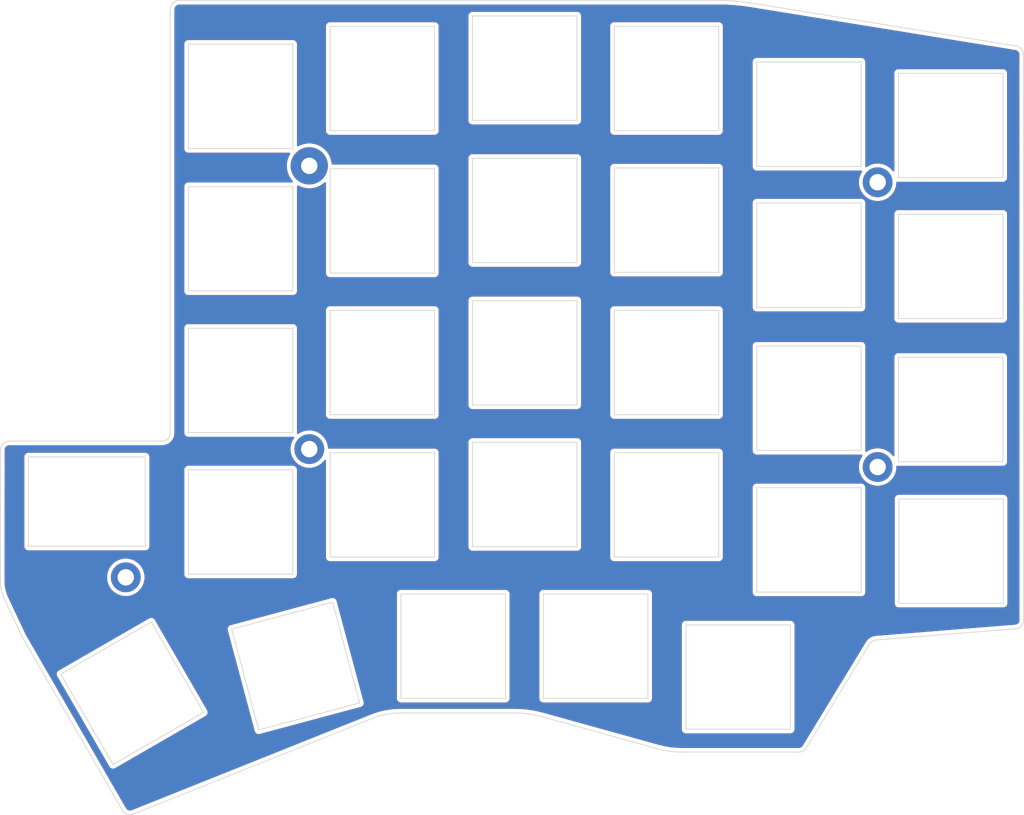
<source format=kicad_pcb>
(kicad_pcb (version 20171130) (host pcbnew 5.1.4-e60b266~84~ubuntu18.04.1)

  (general
    (thickness 1.6)
    (drawings 350)
    (tracks 0)
    (zones 0)
    (modules 5)
    (nets 1)
  )

  (page A4)
  (layers
    (0 F.Cu signal hide)
    (31 B.Cu signal hide)
    (32 B.Adhes user hide)
    (33 F.Adhes user hide)
    (34 B.Paste user hide)
    (35 F.Paste user hide)
    (36 B.SilkS user)
    (37 F.SilkS user hide)
    (38 B.Mask user hide)
    (39 F.Mask user)
    (40 Dwgs.User user hide)
    (41 Cmts.User user hide)
    (42 Eco1.User user hide)
    (43 Eco2.User user hide)
    (44 Edge.Cuts user)
    (45 Margin user hide)
    (46 B.CrtYd user hide)
    (47 F.CrtYd user hide)
    (48 B.Fab user hide)
    (49 F.Fab user hide)
  )

  (setup
    (last_trace_width 0.25)
    (trace_clearance 0.2)
    (zone_clearance 0.508)
    (zone_45_only no)
    (trace_min 0.2)
    (via_size 0.6)
    (via_drill 0.4)
    (via_min_size 0.4)
    (via_min_drill 0.3)
    (uvia_size 0.3)
    (uvia_drill 0.1)
    (uvias_allowed no)
    (uvia_min_size 0.2)
    (uvia_min_drill 0.1)
    (edge_width 0.15)
    (segment_width 0.2)
    (pcb_text_width 0.3)
    (pcb_text_size 1.5 1.5)
    (mod_edge_width 0.15)
    (mod_text_size 1 1)
    (mod_text_width 0.15)
    (pad_size 4 4)
    (pad_drill 2.2)
    (pad_to_mask_clearance 0.2)
    (aux_axis_origin 0 0)
    (visible_elements FFFFFF7F)
    (pcbplotparams
      (layerselection 0x010f0_ffffffff)
      (usegerberextensions false)
      (usegerberattributes false)
      (usegerberadvancedattributes false)
      (creategerberjobfile false)
      (excludeedgelayer true)
      (linewidth 0.100000)
      (plotframeref false)
      (viasonmask false)
      (mode 1)
      (useauxorigin false)
      (hpglpennumber 1)
      (hpglpenspeed 20)
      (hpglpendiameter 15.000000)
      (psnegative false)
      (psa4output false)
      (plotreference true)
      (plotvalue true)
      (plotinvisibletext false)
      (padsonsilk false)
      (subtractmaskfromsilk false)
      (outputformat 1)
      (mirror false)
      (drillshape 0)
      (scaleselection 1)
      (outputdirectory "gerber/"))
  )

  (net 0 "")

  (net_class Default "This is the default net class."
    (clearance 0.2)
    (trace_width 0.25)
    (via_dia 0.6)
    (via_drill 0.4)
    (uvia_dia 0.3)
    (uvia_drill 0.1)
  )

  (module Wire_Pads:SolderWirePad_single_0-8mmDrill (layer F.Cu) (tedit 5E6D0838) (tstamp 5ABD66D0)
    (at 61.766398 38.760024)
    (fp_text reference "" (at 0 0) (layer F.SilkS)
      (effects (font (size 1.27 1.27) (thickness 0.15)))
    )
    (fp_text value "" (at 0 0) (layer F.SilkS)
      (effects (font (size 1.27 1.27) (thickness 0.15)))
    )
    (pad 1 thru_hole circle (at 0 0) (size 5 5) (drill 2.2) (layers *.Cu *.Mask))
  )

  (module Wire_Pads:SolderWirePad_single_0-8mmDrill (layer F.Cu) (tedit 5E6D0817) (tstamp 5ABD66D0)
    (at 61.766398 76.759696)
    (fp_text reference "" (at 0 0) (layer F.SilkS)
      (effects (font (size 1.27 1.27) (thickness 0.15)))
    )
    (fp_text value "" (at 0 0) (layer F.SilkS)
      (effects (font (size 1.27 1.27) (thickness 0.15)))
    )
    (pad 2 thru_hole circle (at 0 0) (size 4 4) (drill 2.2) (layers *.Cu *.Mask))
  )

  (module Wire_Pads:SolderWirePad_single_0-8mmDrill (layer F.Cu) (tedit 5E6D085E) (tstamp 5ABD66D0)
    (at 37.166501 93.96057)
    (fp_text reference "" (at 0 0) (layer F.SilkS)
      (effects (font (size 1.27 1.27) (thickness 0.15)))
    )
    (fp_text value "" (at 0 0) (layer F.SilkS)
      (effects (font (size 1.27 1.27) (thickness 0.15)))
    )
    (pad 3 thru_hole circle (at 0 0) (size 4 4) (drill 2.2) (layers *.Cu *.Mask))
  )

  (module Wire_Pads:SolderWirePad_single_0-8mmDrill (layer F.Cu) (tedit 5E6D0855) (tstamp 5ABD66D0)
    (at 137.9664 79.159995)
    (fp_text reference "" (at 0 0) (layer F.SilkS)
      (effects (font (size 1.27 1.27) (thickness 0.15)))
    )
    (fp_text value "" (at 0 0) (layer F.SilkS)
      (effects (font (size 1.27 1.27) (thickness 0.15)))
    )
    (pad 4 thru_hole circle (at 0 0) (size 4 4) (drill 2.2) (layers *.Cu *.Mask))
  )

  (module Wire_Pads:SolderWirePad_single_0-8mmDrill (layer F.Cu) (tedit 5E6D0849) (tstamp 5ABD66D0)
    (at 137.9664 40.960936)
    (fp_text reference "" (at 0 0) (layer F.SilkS)
      (effects (font (size 1.27 1.27) (thickness 0.15)))
    )
    (fp_text value "" (at 0 0) (layer F.SilkS)
      (effects (font (size 1.27 1.27) (thickness 0.15)))
    )
    (pad 5 thru_hole circle (at 0 0) (size 4 4) (drill 2.2) (layers *.Cu *.Mask))
  )

  (gr_line (start 156.48528 100.85732) (end 137.77211 102.3628) (layer Edge.Cuts) (width 0.1))
  (gr_line (start 137.77211 102.3628) (end 137.63601 102.382) (layer Edge.Cuts) (width 0.1))
  (gr_line (start 137.63601 102.382) (end 137.50454 102.4168) (layer Edge.Cuts) (width 0.1))
  (gr_line (start 137.50454 102.4168) (end 137.37891 102.4665) (layer Edge.Cuts) (width 0.1))
  (gr_line (start 137.37891 102.4665) (end 137.26031 102.5303) (layer Edge.Cuts) (width 0.1))
  (gr_line (start 137.26031 102.5303) (end 137.14997 102.6075) (layer Edge.Cuts) (width 0.1))
  (gr_line (start 137.14997 102.6075) (end 137.04909 102.6974) (layer Edge.Cuts) (width 0.1))
  (gr_line (start 137.04909 102.6974) (end 136.95889 102.79916) (layer Edge.Cuts) (width 0.1))
  (gr_line (start 136.95889 102.79916) (end 136.88059 102.91209) (layer Edge.Cuts) (width 0.1))
  (gr_line (start 136.88059 102.91209) (end 128.39527 116.84846) (layer Edge.Cuts) (width 0.1))
  (gr_line (start 128.39527 116.84846) (end 128.30947 116.9708) (layer Edge.Cuts) (width 0.1))
  (gr_line (start 128.30947 116.9708) (end 128.20987 117.0797) (layer Edge.Cuts) (width 0.1))
  (gr_line (start 128.20987 117.0797) (end 128.09807 117.1743) (layer Edge.Cuts) (width 0.1))
  (gr_line (start 128.09807 117.1743) (end 127.97565 117.2537) (layer Edge.Cuts) (width 0.1))
  (gr_line (start 127.97565 117.2537) (end 127.84418 117.317) (layer Edge.Cuts) (width 0.1))
  (gr_line (start 127.84418 117.317) (end 127.70525 117.3633) (layer Edge.Cuts) (width 0.1))
  (gr_line (start 127.70525 117.3633) (end 127.56044 117.3917) (layer Edge.Cuts) (width 0.1))
  (gr_line (start 127.56044 117.3917) (end 127.41132 117.4017) (layer Edge.Cuts) (width 0.1))
  (gr_line (start 127.41132 117.4017) (end 111.68762 117.4017) (layer Edge.Cuts) (width 0.1))
  (gr_line (start 111.68762 117.4017) (end 110.877774 117.3742) (layer Edge.Cuts) (width 0.1))
  (gr_line (start 110.877774 117.3742) (end 110.072566 117.2921) (layer Edge.Cuts) (width 0.1))
  (gr_line (start 110.072566 117.2921) (end 109.274757 117.1557) (layer Edge.Cuts) (width 0.1))
  (gr_line (start 109.274757 117.1557) (end 108.48711 116.9654) (layer Edge.Cuts) (width 0.1))
  (gr_line (start 108.48711 116.9654) (end 92.99598 112.66219) (layer Edge.Cuts) (width 0.1))
  (gr_line (start 92.99598 112.66219) (end 92.53666 112.54295) (layer Edge.Cuts) (width 0.1))
  (gr_line (start 92.53666 112.54295) (end 92.073962 112.43942) (layer Edge.Cuts) (width 0.1))
  (gr_line (start 92.073962 112.43942) (end 91.60829 112.35172) (layer Edge.Cuts) (width 0.1))
  (gr_line (start 91.60829 112.35172) (end 91.140049 112.27982) (layer Edge.Cuts) (width 0.1))
  (gr_line (start 91.140049 112.27982) (end 90.669642 112.22382) (layer Edge.Cuts) (width 0.1))
  (gr_line (start 90.669642 112.22382) (end 90.197474 112.18372) (layer Edge.Cuts) (width 0.1))
  (gr_line (start 90.197474 112.18372) (end 89.723948 112.15962) (layer Edge.Cuts) (width 0.1))
  (gr_line (start 89.723948 112.15962) (end 89.24947 112.15162) (layer Edge.Cuts) (width 0.1))
  (gr_line (start 89.24947 112.15162) (end 74.0309 112.15162) (layer Edge.Cuts) (width 0.1))
  (gr_line (start 74.0309 112.15162) (end 73.543194 112.16322) (layer Edge.Cuts) (width 0.1))
  (gr_line (start 73.543194 112.16322) (end 73.057424 112.19802) (layer Edge.Cuts) (width 0.1))
  (gr_line (start 73.057424 112.19802) (end 72.574401 112.25582) (layer Edge.Cuts) (width 0.1))
  (gr_line (start 72.574401 112.25582) (end 72.094938 112.33642) (layer Edge.Cuts) (width 0.1))
  (gr_line (start 72.094938 112.33642) (end 71.619848 112.43974) (layer Edge.Cuts) (width 0.1))
  (gr_line (start 71.619848 112.43974) (end 71.149941 112.5656) (layer Edge.Cuts) (width 0.1))
  (gr_line (start 71.149941 112.5656) (end 70.686032 112.71382) (layer Edge.Cuts) (width 0.1))
  (gr_line (start 70.686032 112.71382) (end 70.228932 112.88427) (layer Edge.Cuts) (width 0.1))
  (gr_line (start 70.228932 112.88427) (end 38.150042 125.72519) (layer Edge.Cuts) (width 0.1))
  (gr_line (start 38.150042 125.72519) (end 37.947815 125.78549) (layer Edge.Cuts) (width 0.1))
  (gr_line (start 37.947815 125.78549) (end 37.743147 125.80769) (layer Edge.Cuts) (width 0.1))
  (gr_line (start 37.743147 125.80769) (end 37.540687 125.79339) (layer Edge.Cuts) (width 0.1))
  (gr_line (start 37.540687 125.79339) (end 37.345083 125.74429) (layer Edge.Cuts) (width 0.1))
  (gr_line (start 37.345083 125.74429) (end 37.160986 125.66199) (layer Edge.Cuts) (width 0.1))
  (gr_line (start 37.160986 125.66199) (end 36.993044 125.54802) (layer Edge.Cuts) (width 0.1))
  (gr_line (start 36.993044 125.54802) (end 36.845906 125.40403) (layer Edge.Cuts) (width 0.1))
  (gr_line (start 36.845906 125.40403) (end 36.724222 125.23163) (layer Edge.Cuts) (width 0.1))
  (gr_line (start 36.724222 125.23163) (end 23.249784 101.88912) (layer Edge.Cuts) (width 0.1))
  (gr_line (start 23.249784 101.88912) (end 23.204634 101.80262) (layer Edge.Cuts) (width 0.1))
  (gr_line (start 23.204634 101.80262) (end 20.90333 96.899137) (layer Edge.Cuts) (width 0.1))
  (gr_line (start 20.90333 96.899137) (end 20.774994 96.604835) (layer Edge.Cuts) (width 0.1))
  (gr_line (start 20.774994 96.604835) (end 20.663326 96.304593) (layer Edge.Cuts) (width 0.1))
  (gr_line (start 20.663326 96.304593) (end 20.568484 95.999121) (layer Edge.Cuts) (width 0.1))
  (gr_line (start 20.568484 95.999121) (end 20.490626 95.689131) (layer Edge.Cuts) (width 0.1))
  (gr_line (start 20.490626 95.689131) (end 20.42991 95.375333) (layer Edge.Cuts) (width 0.1))
  (gr_line (start 20.42991 95.375333) (end 20.386493 95.058438) (layer Edge.Cuts) (width 0.1))
  (gr_line (start 20.386493 95.058438) (end 20.360534 94.739155) (layer Edge.Cuts) (width 0.1))
  (gr_line (start 20.360534 94.739155) (end 20.352194 94.418197) (layer Edge.Cuts) (width 0.1))
  (gr_line (start 20.352194 94.418197) (end 20.380394 76.834997) (layer Edge.Cuts) (width 0.1))
  (gr_line (start 20.380394 76.834997) (end 20.404158 76.602743) (layer Edge.Cuts) (width 0.1))
  (gr_line (start 20.404158 76.602743) (end 20.4716 76.386461) (layer Edge.Cuts) (width 0.1))
  (gr_line (start 20.4716 76.386461) (end 20.578091 76.190772) (layer Edge.Cuts) (width 0.1))
  (gr_line (start 20.578091 76.190772) (end 20.719001 76.020298) (layer Edge.Cuts) (width 0.1))
  (gr_line (start 20.719001 76.020298) (end 20.8897 75.879662) (layer Edge.Cuts) (width 0.1))
  (gr_line (start 20.8897 75.879662) (end 21.085559 75.773485) (layer Edge.Cuts) (width 0.1))
  (gr_line (start 21.085559 75.773485) (end 21.301949 75.706385) (layer Edge.Cuts) (width 0.1))
  (gr_line (start 21.301949 75.706385) (end 21.534241 75.682995) (layer Edge.Cuts) (width 0.1))
  (gr_line (start 21.534241 75.682995) (end 42.052785 75.682995) (layer Edge.Cuts) (width 0.1))
  (gr_line (start 42.052785 75.682995) (end 42.263547 75.662145) (layer Edge.Cuts) (width 0.1))
  (gr_line (start 42.263547 75.662145) (end 42.464288 75.601145) (layer Edge.Cuts) (width 0.1))
  (gr_line (start 42.464288 75.601145) (end 42.649368 75.502335) (layer Edge.Cuts) (width 0.1))
  (gr_line (start 42.649368 75.502335) (end 42.813144 75.368049) (layer Edge.Cuts) (width 0.1))
  (gr_line (start 42.813144 75.368049) (end 42.94743 75.204273) (layer Edge.Cuts) (width 0.1))
  (gr_line (start 42.94743 75.204273) (end 43.04624 75.019193) (layer Edge.Cuts) (width 0.1))
  (gr_line (start 43.04624 75.019193) (end 43.10724 74.818452) (layer Edge.Cuts) (width 0.1))
  (gr_line (start 43.10724 74.818452) (end 43.12809 74.60769) (layer Edge.Cuts) (width 0.1))
  (gr_line (start 43.12809 74.60769) (end 43.12809 17.797599) (layer Edge.Cuts) (width 0.1))
  (gr_line (start 43.12809 17.797599) (end 43.15322 17.54832) (layer Edge.Cuts) (width 0.1))
  (gr_line (start 43.15322 17.54832) (end 43.22529 17.316141) (layer Edge.Cuts) (width 0.1))
  (gr_line (start 43.22529 17.316141) (end 43.339331 17.106036) (layer Edge.Cuts) (width 0.1))
  (gr_line (start 43.339331 17.106036) (end 43.490368 16.922977) (layer Edge.Cuts) (width 0.1))
  (gr_line (start 43.490368 16.922977) (end 43.673425 16.77194) (layer Edge.Cuts) (width 0.1))
  (gr_line (start 43.673425 16.77194) (end 43.883531 16.657898) (layer Edge.Cuts) (width 0.1))
  (gr_line (start 43.883531 16.657898) (end 44.115709 16.585828) (layer Edge.Cuts) (width 0.1))
  (gr_line (start 44.115709 16.585828) (end 44.364988 16.560698) (layer Edge.Cuts) (width 0.1))
  (gr_line (start 44.364988 16.560698) (end 116.585533 16.560779) (layer Edge.Cuts) (width 0.1))
  (gr_line (start 116.585533 16.560779) (end 117.69011 16.582979) (layer Edge.Cuts) (width 0.1))
  (gr_line (start 117.69011 16.582979) (end 118.79246 16.649499) (layer Edge.Cuts) (width 0.1))
  (gr_line (start 118.79246 16.649499) (end 119.89124 16.760234) (layer Edge.Cuts) (width 0.1))
  (gr_line (start 119.89124 16.760234) (end 120.98514 16.915076) (layer Edge.Cuts) (width 0.1))
  (gr_line (start 120.98514 16.915076) (end 156.55012 22.680439) (layer Edge.Cuts) (width 0.1))
  (gr_line (start 156.55012 22.680439) (end 156.75179 22.732069) (layer Edge.Cuts) (width 0.1))
  (gr_line (start 156.75179 22.732069) (end 156.93654 22.816749) (layer Edge.Cuts) (width 0.1))
  (gr_line (start 156.93654 22.816749) (end 157.10129 22.930883) (layer Edge.Cuts) (width 0.1))
  (gr_line (start 157.10129 22.930883) (end 157.24299 23.070865) (layer Edge.Cuts) (width 0.1))
  (gr_line (start 157.24299 23.070865) (end 157.35855 23.233089) (layer Edge.Cuts) (width 0.1))
  (gr_line (start 157.35855 23.233089) (end 157.44495 23.413953) (layer Edge.Cuts) (width 0.1))
  (gr_line (start 157.44495 23.413953) (end 157.49905 23.609852) (layer Edge.Cuts) (width 0.1))
  (gr_line (start 157.49905 23.609852) (end 157.51785 23.817182) (layer Edge.Cuts) (width 0.1))
  (gr_line (start 157.51785 23.817182) (end 157.54485 99.70857) (layer Edge.Cuts) (width 0.1))
  (gr_line (start 157.54485 99.70857) (end 157.52395 99.92838) (layer Edge.Cuts) (width 0.1))
  (gr_line (start 157.52395 99.92838) (end 157.46355 100.13465) (layer Edge.Cuts) (width 0.1))
  (gr_line (start 157.46355 100.13465) (end 157.36755 100.32325) (layer Edge.Cuts) (width 0.1))
  (gr_line (start 157.36755 100.32325) (end 157.23964 100.49007) (layer Edge.Cuts) (width 0.1))
  (gr_line (start 157.23964 100.49007) (end 157.08366 100.631) (layer Edge.Cuts) (width 0.1))
  (gr_line (start 157.08366 100.631) (end 156.9034 100.74192) (layer Edge.Cuts) (width 0.1))
  (gr_line (start 156.9034 100.74192) (end 156.70267 100.81872) (layer Edge.Cuts) (width 0.1))
  (gr_line (start 156.70267 100.81872) (end 156.48528 100.85732) (layer Edge.Cuts) (width 0.1))
  (gr_line (start 156.48526 100.85732) (end 156.48528 100.85732) (layer Edge.Cuts) (width 0.1))
  (gr_line (start 156.48528 100.85732) (end 156.48518 100.85727) (layer Edge.Cuts) (width 0.1))
  (gr_line (start 45.56233 22.442337) (end 59.56027 22.442337) (layer Edge.Cuts) (width 0.1))
  (gr_line (start 59.56027 22.442337) (end 59.56027 22.442337) (layer Edge.Cuts) (width 0.1))
  (gr_line (start 59.56027 22.442337) (end 59.56027 36.442817) (layer Edge.Cuts) (width 0.1))
  (gr_line (start 59.56027 36.442817) (end 59.56027 36.442817) (layer Edge.Cuts) (width 0.1))
  (gr_line (start 59.56027 36.442817) (end 45.56233 36.442817) (layer Edge.Cuts) (width 0.1))
  (gr_line (start 45.56233 36.442817) (end 45.56233 36.442817) (layer Edge.Cuts) (width 0.1))
  (gr_line (start 45.56233 36.442817) (end 45.56233 22.442337) (layer Edge.Cuts) (width 0.1))
  (gr_line (start 45.56233 22.442337) (end 45.56233 22.442337) (layer Edge.Cuts) (width 0.1))
  (gr_line (start 64.56153 20.042037) (end 78.56201 20.042037) (layer Edge.Cuts) (width 0.1))
  (gr_line (start 78.56201 20.042037) (end 78.56201 20.042037) (layer Edge.Cuts) (width 0.1))
  (gr_line (start 78.56201 20.042037) (end 78.56201 34.042517) (layer Edge.Cuts) (width 0.1))
  (gr_line (start 78.56201 34.042517) (end 78.56201 34.042517) (layer Edge.Cuts) (width 0.1))
  (gr_line (start 78.56201 34.042517) (end 64.56153 34.042517) (layer Edge.Cuts) (width 0.1))
  (gr_line (start 64.56153 34.042517) (end 64.56153 34.042517) (layer Edge.Cuts) (width 0.1))
  (gr_line (start 64.56153 34.042517) (end 64.56153 20.042037) (layer Edge.Cuts) (width 0.1))
  (gr_line (start 64.56153 20.042037) (end 64.56153 20.042037) (layer Edge.Cuts) (width 0.1))
  (gr_line (start 83.66232 18.652622) (end 97.66026 18.652622) (layer Edge.Cuts) (width 0.1))
  (gr_line (start 97.66026 18.652622) (end 97.66026 18.652622) (layer Edge.Cuts) (width 0.1))
  (gr_line (start 97.66026 18.652622) (end 97.66026 32.653102) (layer Edge.Cuts) (width 0.1))
  (gr_line (start 97.66026 32.653102) (end 97.66026 32.653102) (layer Edge.Cuts) (width 0.1))
  (gr_line (start 97.66026 32.653102) (end 83.66232 32.653102) (layer Edge.Cuts) (width 0.1))
  (gr_line (start 83.66232 32.653102) (end 83.66232 32.653102) (layer Edge.Cuts) (width 0.1))
  (gr_line (start 83.66232 32.653102) (end 83.66232 18.652622) (layer Edge.Cuts) (width 0.1))
  (gr_line (start 83.66232 18.652622) (end 83.66232 18.652622) (layer Edge.Cuts) (width 0.1))
  (gr_line (start 102.66152 20.042003) (end 116.662 20.042003) (layer Edge.Cuts) (width 0.1))
  (gr_line (start 116.662 20.042003) (end 116.662 20.042003) (layer Edge.Cuts) (width 0.1))
  (gr_line (start 116.662 20.042003) (end 116.662 34.042483) (layer Edge.Cuts) (width 0.1))
  (gr_line (start 116.662 34.042483) (end 116.662 34.042483) (layer Edge.Cuts) (width 0.1))
  (gr_line (start 116.662 34.042483) (end 102.66152 34.042483) (layer Edge.Cuts) (width 0.1))
  (gr_line (start 102.66152 34.042483) (end 102.66152 34.042483) (layer Edge.Cuts) (width 0.1))
  (gr_line (start 102.66152 34.042483) (end 102.66152 20.042003) (layer Edge.Cuts) (width 0.1))
  (gr_line (start 102.66152 20.042003) (end 102.66152 20.042003) (layer Edge.Cuts) (width 0.1))
  (gr_line (start 121.76232 24.842603) (end 135.76026 24.842603) (layer Edge.Cuts) (width 0.1))
  (gr_line (start 135.76026 24.842603) (end 135.76026 24.842603) (layer Edge.Cuts) (width 0.1))
  (gr_line (start 135.76026 24.842603) (end 135.76026 38.843083) (layer Edge.Cuts) (width 0.1))
  (gr_line (start 135.76026 38.843083) (end 135.76026 38.843083) (layer Edge.Cuts) (width 0.1))
  (gr_line (start 135.76026 38.843083) (end 121.76232 38.843083) (layer Edge.Cuts) (width 0.1))
  (gr_line (start 121.76232 38.843083) (end 121.76232 38.843083) (layer Edge.Cuts) (width 0.1))
  (gr_line (start 121.76232 38.843083) (end 121.76232 24.842603) (layer Edge.Cuts) (width 0.1))
  (gr_line (start 121.76232 24.842603) (end 121.76232 24.842603) (layer Edge.Cuts) (width 0.1))
  (gr_line (start 140.76152 26.343744) (end 154.762 26.343744) (layer Edge.Cuts) (width 0.1))
  (gr_line (start 154.762 26.343744) (end 154.762 26.343744) (layer Edge.Cuts) (width 0.1))
  (gr_line (start 154.762 26.343744) (end 154.762 40.344224) (layer Edge.Cuts) (width 0.1))
  (gr_line (start 154.762 40.344224) (end 154.762 40.344224) (layer Edge.Cuts) (width 0.1))
  (gr_line (start 154.762 40.344224) (end 140.76152 40.344224) (layer Edge.Cuts) (width 0.1))
  (gr_line (start 140.76152 40.344224) (end 140.76152 40.344224) (layer Edge.Cuts) (width 0.1))
  (gr_line (start 140.76152 40.344224) (end 140.76152 26.343744) (layer Edge.Cuts) (width 0.1))
  (gr_line (start 140.76152 26.343744) (end 140.76152 26.343744) (layer Edge.Cuts) (width 0.1))
  (gr_line (start 140.76152 45.243884) (end 154.762 45.243884) (layer Edge.Cuts) (width 0.1))
  (gr_line (start 154.762 45.243884) (end 154.762 45.243884) (layer Edge.Cuts) (width 0.1))
  (gr_line (start 154.762 45.243884) (end 154.762 59.241824) (layer Edge.Cuts) (width 0.1))
  (gr_line (start 154.762 59.241824) (end 154.762 59.241824) (layer Edge.Cuts) (width 0.1))
  (gr_line (start 154.762 59.241824) (end 140.76152 59.241824) (layer Edge.Cuts) (width 0.1))
  (gr_line (start 140.76152 59.241824) (end 140.76152 59.241824) (layer Edge.Cuts) (width 0.1))
  (gr_line (start 140.76152 59.241824) (end 140.76152 45.243884) (layer Edge.Cuts) (width 0.1))
  (gr_line (start 140.76152 45.243884) (end 140.76152 45.243884) (layer Edge.Cuts) (width 0.1))
  (gr_line (start 121.76232 43.742743) (end 135.76026 43.742743) (layer Edge.Cuts) (width 0.1))
  (gr_line (start 135.76026 43.742743) (end 135.76026 43.742743) (layer Edge.Cuts) (width 0.1))
  (gr_line (start 135.76026 43.742743) (end 135.76026 57.743223) (layer Edge.Cuts) (width 0.1))
  (gr_line (start 135.76026 57.743223) (end 135.76026 57.743223) (layer Edge.Cuts) (width 0.1))
  (gr_line (start 135.76026 57.743223) (end 121.76232 57.743223) (layer Edge.Cuts) (width 0.1))
  (gr_line (start 121.76232 57.743223) (end 121.76232 57.743223) (layer Edge.Cuts) (width 0.1))
  (gr_line (start 121.76232 57.743223) (end 121.76232 43.742743) (layer Edge.Cuts) (width 0.1))
  (gr_line (start 121.76232 43.742743) (end 121.76232 43.742743) (layer Edge.Cuts) (width 0.1))
  (gr_line (start 102.66152 39.043743) (end 116.662 39.043743) (layer Edge.Cuts) (width 0.1))
  (gr_line (start 116.662 39.043743) (end 116.662 39.043743) (layer Edge.Cuts) (width 0.1))
  (gr_line (start 116.662 39.043743) (end 116.662 53.044223) (layer Edge.Cuts) (width 0.1))
  (gr_line (start 116.662 53.044223) (end 116.662 53.044223) (layer Edge.Cuts) (width 0.1))
  (gr_line (start 116.662 53.044223) (end 102.66152 53.044223) (layer Edge.Cuts) (width 0.1))
  (gr_line (start 102.66152 53.044223) (end 102.66152 53.044223) (layer Edge.Cuts) (width 0.1))
  (gr_line (start 102.66152 53.044223) (end 102.66152 39.043743) (layer Edge.Cuts) (width 0.1))
  (gr_line (start 102.66152 39.043743) (end 102.66152 39.043743) (layer Edge.Cuts) (width 0.1))
  (gr_line (start 83.66232 37.743262) (end 97.66026 37.743262) (layer Edge.Cuts) (width 0.1))
  (gr_line (start 97.66026 37.743262) (end 97.66026 37.743262) (layer Edge.Cuts) (width 0.1))
  (gr_line (start 97.66026 37.743262) (end 97.66026 51.743742) (layer Edge.Cuts) (width 0.1))
  (gr_line (start 97.66026 51.743742) (end 97.66026 51.743742) (layer Edge.Cuts) (width 0.1))
  (gr_line (start 97.66026 51.743742) (end 83.66232 51.743742) (layer Edge.Cuts) (width 0.1))
  (gr_line (start 83.66232 51.743742) (end 83.66232 51.743742) (layer Edge.Cuts) (width 0.1))
  (gr_line (start 83.66232 51.743742) (end 83.66232 37.743262) (layer Edge.Cuts) (width 0.1))
  (gr_line (start 83.66232 37.743262) (end 83.66232 37.743262) (layer Edge.Cuts) (width 0.1))
  (gr_line (start 64.56152 39.142803) (end 78.562 39.142803) (layer Edge.Cuts) (width 0.1))
  (gr_line (start 78.562 39.142803) (end 78.562 39.142803) (layer Edge.Cuts) (width 0.1))
  (gr_line (start 78.562 39.142803) (end 78.562 53.143283) (layer Edge.Cuts) (width 0.1))
  (gr_line (start 78.562 53.143283) (end 78.562 53.143283) (layer Edge.Cuts) (width 0.1))
  (gr_line (start 78.562 53.143283) (end 64.56152 53.143283) (layer Edge.Cuts) (width 0.1))
  (gr_line (start 64.56152 53.143283) (end 64.56152 53.143283) (layer Edge.Cuts) (width 0.1))
  (gr_line (start 64.56152 53.143283) (end 64.56152 39.142803) (layer Edge.Cuts) (width 0.1))
  (gr_line (start 64.56152 39.142803) (end 64.56152 39.142803) (layer Edge.Cuts) (width 0.1))
  (gr_line (start 45.56232 41.543104) (end 59.56026 41.543104) (layer Edge.Cuts) (width 0.1))
  (gr_line (start 59.56026 41.543104) (end 59.56026 41.543104) (layer Edge.Cuts) (width 0.1))
  (gr_line (start 59.56026 41.543104) (end 59.56026 55.543584) (layer Edge.Cuts) (width 0.1))
  (gr_line (start 59.56026 55.543584) (end 59.56026 55.543584) (layer Edge.Cuts) (width 0.1))
  (gr_line (start 59.56026 55.543584) (end 45.56232 55.543584) (layer Edge.Cuts) (width 0.1))
  (gr_line (start 45.56232 55.543584) (end 45.56232 55.543584) (layer Edge.Cuts) (width 0.1))
  (gr_line (start 45.56232 55.543584) (end 45.56232 41.543104) (layer Edge.Cuts) (width 0.1))
  (gr_line (start 45.56232 41.543104) (end 45.56232 41.543104) (layer Edge.Cuts) (width 0.1))
  (gr_line (start 45.56232 60.542304) (end 59.56026 60.542304) (layer Edge.Cuts) (width 0.1))
  (gr_line (start 59.56026 60.542304) (end 59.56026 60.542304) (layer Edge.Cuts) (width 0.1))
  (gr_line (start 59.56026 60.542304) (end 59.56026 74.542784) (layer Edge.Cuts) (width 0.1))
  (gr_line (start 59.56026 74.542784) (end 59.56026 74.542784) (layer Edge.Cuts) (width 0.1))
  (gr_line (start 59.56026 74.542784) (end 45.56232 74.542784) (layer Edge.Cuts) (width 0.1))
  (gr_line (start 45.56232 74.542784) (end 45.56232 74.542784) (layer Edge.Cuts) (width 0.1))
  (gr_line (start 45.56232 74.542784) (end 45.56232 60.542304) (layer Edge.Cuts) (width 0.1))
  (gr_line (start 45.56232 60.542304) (end 45.56232 60.542304) (layer Edge.Cuts) (width 0.1))
  (gr_line (start 64.56152 58.142003) (end 78.562 58.142003) (layer Edge.Cuts) (width 0.1))
  (gr_line (start 78.562 58.142003) (end 78.562 58.142003) (layer Edge.Cuts) (width 0.1))
  (gr_line (start 78.562 58.142003) (end 78.562 72.142483) (layer Edge.Cuts) (width 0.1))
  (gr_line (start 78.562 72.142483) (end 78.562 72.142483) (layer Edge.Cuts) (width 0.1))
  (gr_line (start 78.562 72.142483) (end 64.56152 72.142483) (layer Edge.Cuts) (width 0.1))
  (gr_line (start 64.56152 72.142483) (end 64.56152 72.142483) (layer Edge.Cuts) (width 0.1))
  (gr_line (start 64.56152 72.142483) (end 64.56152 58.142003) (layer Edge.Cuts) (width 0.1))
  (gr_line (start 64.56152 58.142003) (end 64.56152 58.142003) (layer Edge.Cuts) (width 0.1))
  (gr_line (start 83.66232 56.844062) (end 97.66026 56.844062) (layer Edge.Cuts) (width 0.1))
  (gr_line (start 97.66026 56.844062) (end 97.66026 56.844062) (layer Edge.Cuts) (width 0.1))
  (gr_line (start 97.66026 56.844062) (end 97.66026 70.842002) (layer Edge.Cuts) (width 0.1))
  (gr_line (start 97.66026 70.842002) (end 97.66026 70.842002) (layer Edge.Cuts) (width 0.1))
  (gr_line (start 97.66026 70.842002) (end 83.66232 70.842002) (layer Edge.Cuts) (width 0.1))
  (gr_line (start 83.66232 70.842002) (end 83.66232 70.842002) (layer Edge.Cuts) (width 0.1))
  (gr_line (start 83.66232 70.842002) (end 83.66232 56.844062) (layer Edge.Cuts) (width 0.1))
  (gr_line (start 83.66232 56.844062) (end 83.66232 56.844062) (layer Edge.Cuts) (width 0.1))
  (gr_line (start 102.66152 58.142003) (end 116.662 58.142003) (layer Edge.Cuts) (width 0.1))
  (gr_line (start 116.662 58.142003) (end 116.662 58.142003) (layer Edge.Cuts) (width 0.1))
  (gr_line (start 116.662 58.142003) (end 116.662 72.142483) (layer Edge.Cuts) (width 0.1))
  (gr_line (start 116.662 72.142483) (end 116.662 72.142483) (layer Edge.Cuts) (width 0.1))
  (gr_line (start 116.662 72.142483) (end 102.66152 72.142483) (layer Edge.Cuts) (width 0.1))
  (gr_line (start 102.66152 72.142483) (end 102.66152 72.142483) (layer Edge.Cuts) (width 0.1))
  (gr_line (start 102.66152 72.142483) (end 102.66152 58.142003) (layer Edge.Cuts) (width 0.1))
  (gr_line (start 102.66152 58.142003) (end 102.66152 58.142003) (layer Edge.Cuts) (width 0.1))
  (gr_line (start 121.76232 62.942603) (end 135.76026 62.942603) (layer Edge.Cuts) (width 0.1))
  (gr_line (start 135.76026 62.942603) (end 135.76026 62.942603) (layer Edge.Cuts) (width 0.1))
  (gr_line (start 135.76026 62.942603) (end 135.76026 76.943083) (layer Edge.Cuts) (width 0.1))
  (gr_line (start 135.76026 76.943083) (end 135.76026 76.943083) (layer Edge.Cuts) (width 0.1))
  (gr_line (start 135.76026 76.943083) (end 121.76232 76.943083) (layer Edge.Cuts) (width 0.1))
  (gr_line (start 121.76232 76.943083) (end 121.76232 76.943083) (layer Edge.Cuts) (width 0.1))
  (gr_line (start 121.76232 76.943083) (end 121.76232 62.942603) (layer Edge.Cuts) (width 0.1))
  (gr_line (start 121.76232 62.942603) (end 121.76232 62.942603) (layer Edge.Cuts) (width 0.1))
  (gr_line (start 140.76152 64.443744) (end 154.762 64.443744) (layer Edge.Cuts) (width 0.1))
  (gr_line (start 154.762 64.443744) (end 154.762 64.443744) (layer Edge.Cuts) (width 0.1))
  (gr_line (start 154.762 64.443744) (end 154.762 78.444224) (layer Edge.Cuts) (width 0.1))
  (gr_line (start 154.762 78.444224) (end 154.762 78.444224) (layer Edge.Cuts) (width 0.1))
  (gr_line (start 154.762 78.444224) (end 140.76152 78.444224) (layer Edge.Cuts) (width 0.1))
  (gr_line (start 140.76152 78.444224) (end 140.76152 78.444224) (layer Edge.Cuts) (width 0.1))
  (gr_line (start 140.76152 78.444224) (end 140.76152 64.443744) (layer Edge.Cuts) (width 0.1))
  (gr_line (start 140.76152 64.443744) (end 140.76152 64.443744) (layer Edge.Cuts) (width 0.1))
  (gr_line (start 45.56232 79.544044) (end 59.56026 79.544044) (layer Edge.Cuts) (width 0.1))
  (gr_line (start 59.56026 79.544044) (end 59.56026 79.544044) (layer Edge.Cuts) (width 0.1))
  (gr_line (start 59.56026 79.544044) (end 59.56026 93.541984) (layer Edge.Cuts) (width 0.1))
  (gr_line (start 59.56026 93.541984) (end 59.56026 93.541984) (layer Edge.Cuts) (width 0.1))
  (gr_line (start 59.56026 93.541984) (end 45.56232 93.541984) (layer Edge.Cuts) (width 0.1))
  (gr_line (start 45.56232 93.541984) (end 45.56232 93.541984) (layer Edge.Cuts) (width 0.1))
  (gr_line (start 45.56232 93.541984) (end 45.56232 79.544044) (layer Edge.Cuts) (width 0.1))
  (gr_line (start 45.56232 79.544044) (end 45.56232 79.544044) (layer Edge.Cuts) (width 0.1))
  (gr_line (start 64.56152 77.242803) (end 78.562 77.242803) (layer Edge.Cuts) (width 0.1))
  (gr_line (start 78.562 77.242803) (end 78.562 77.242803) (layer Edge.Cuts) (width 0.1))
  (gr_line (start 78.562 77.242803) (end 78.562 91.243283) (layer Edge.Cuts) (width 0.1))
  (gr_line (start 78.562 91.243283) (end 78.562 91.243283) (layer Edge.Cuts) (width 0.1))
  (gr_line (start 78.562 91.243283) (end 64.56152 91.243283) (layer Edge.Cuts) (width 0.1))
  (gr_line (start 64.56152 91.243283) (end 64.56152 91.243283) (layer Edge.Cuts) (width 0.1))
  (gr_line (start 64.56152 91.243283) (end 64.56152 77.242803) (layer Edge.Cuts) (width 0.1))
  (gr_line (start 64.56152 77.242803) (end 64.56152 77.242803) (layer Edge.Cuts) (width 0.1))
  (gr_line (start 83.66232 75.843265) (end 97.66026 75.843265) (layer Edge.Cuts) (width 0.1))
  (gr_line (start 97.66026 75.843265) (end 97.66026 75.843265) (layer Edge.Cuts) (width 0.1))
  (gr_line (start 97.66026 75.843265) (end 97.66026 89.843745) (layer Edge.Cuts) (width 0.1))
  (gr_line (start 97.66026 89.843745) (end 97.66026 89.843745) (layer Edge.Cuts) (width 0.1))
  (gr_line (start 97.66026 89.843745) (end 83.66232 89.843745) (layer Edge.Cuts) (width 0.1))
  (gr_line (start 83.66232 89.843745) (end 83.66232 89.843745) (layer Edge.Cuts) (width 0.1))
  (gr_line (start 83.66232 89.843745) (end 83.66232 75.843265) (layer Edge.Cuts) (width 0.1))
  (gr_line (start 83.66232 75.843265) (end 83.66232 75.843265) (layer Edge.Cuts) (width 0.1))
  (gr_line (start 102.66152 77.242803) (end 116.662 77.242803) (layer Edge.Cuts) (width 0.1))
  (gr_line (start 116.662 77.242803) (end 116.662 77.242803) (layer Edge.Cuts) (width 0.1))
  (gr_line (start 116.662 77.242803) (end 116.662 91.243283) (layer Edge.Cuts) (width 0.1))
  (gr_line (start 116.662 91.243283) (end 116.662 91.243283) (layer Edge.Cuts) (width 0.1))
  (gr_line (start 116.662 91.243283) (end 102.66152 91.243283) (layer Edge.Cuts) (width 0.1))
  (gr_line (start 102.66152 91.243283) (end 102.66152 91.243283) (layer Edge.Cuts) (width 0.1))
  (gr_line (start 102.66152 91.243283) (end 102.66152 77.242803) (layer Edge.Cuts) (width 0.1))
  (gr_line (start 102.66152 77.242803) (end 102.66152 77.242803) (layer Edge.Cuts) (width 0.1))
  (gr_line (start 121.76232 81.941803) (end 135.76026 81.941803) (layer Edge.Cuts) (width 0.1))
  (gr_line (start 135.76026 81.941803) (end 135.76026 81.941803) (layer Edge.Cuts) (width 0.1))
  (gr_line (start 135.76026 81.941803) (end 135.76026 95.942283) (layer Edge.Cuts) (width 0.1))
  (gr_line (start 135.76026 95.942283) (end 135.76026 95.942283) (layer Edge.Cuts) (width 0.1))
  (gr_line (start 135.76026 95.942283) (end 121.76232 95.942283) (layer Edge.Cuts) (width 0.1))
  (gr_line (start 121.76232 95.942283) (end 121.76232 95.942283) (layer Edge.Cuts) (width 0.1))
  (gr_line (start 121.76232 95.942283) (end 121.76232 81.941803) (layer Edge.Cuts) (width 0.1))
  (gr_line (start 121.76232 81.941803) (end 121.76232 81.941803) (layer Edge.Cuts) (width 0.1))
  (gr_line (start 140.81232 83.442944) (end 154.81026 83.442944) (layer Edge.Cuts) (width 0.1))
  (gr_line (start 154.81026 83.442944) (end 154.81026 83.442944) (layer Edge.Cuts) (width 0.1))
  (gr_line (start 154.81026 83.442944) (end 154.81026 97.443424) (layer Edge.Cuts) (width 0.1))
  (gr_line (start 154.81026 97.443424) (end 154.81026 97.443424) (layer Edge.Cuts) (width 0.1))
  (gr_line (start 154.81026 97.443424) (end 140.81232 97.443424) (layer Edge.Cuts) (width 0.1))
  (gr_line (start 140.81232 97.443424) (end 140.81232 97.443424) (layer Edge.Cuts) (width 0.1))
  (gr_line (start 140.81232 97.443424) (end 140.81232 83.442944) (layer Edge.Cuts) (width 0.1))
  (gr_line (start 140.81232 83.442944) (end 140.81232 83.442944) (layer Edge.Cuts) (width 0.1))
  (gr_line (start 112.26018 100.3441) (end 126.26066 100.3441) (layer Edge.Cuts) (width 0.1))
  (gr_line (start 126.26066 100.3441) (end 126.26066 100.3441) (layer Edge.Cuts) (width 0.1))
  (gr_line (start 126.26066 100.3441) (end 126.26066 114.34204) (layer Edge.Cuts) (width 0.1))
  (gr_line (start 126.26066 114.34204) (end 126.26066 114.34204) (layer Edge.Cuts) (width 0.1))
  (gr_line (start 126.26066 114.34204) (end 112.26018 114.34204) (layer Edge.Cuts) (width 0.1))
  (gr_line (start 112.26018 114.34204) (end 112.26018 114.34204) (layer Edge.Cuts) (width 0.1))
  (gr_line (start 112.26018 114.34204) (end 112.26018 100.3441) (layer Edge.Cuts) (width 0.1))
  (gr_line (start 112.26018 100.3441) (end 112.26018 100.3441) (layer Edge.Cuts) (width 0.1))
  (gr_line (start 93.16192 96.193743) (end 107.1624 96.193743) (layer Edge.Cuts) (width 0.1))
  (gr_line (start 107.1624 96.193743) (end 107.1624 96.193743) (layer Edge.Cuts) (width 0.1))
  (gr_line (start 107.1624 96.193743) (end 107.1624 110.19422) (layer Edge.Cuts) (width 0.1))
  (gr_line (start 107.1624 110.19422) (end 107.1624 110.19422) (layer Edge.Cuts) (width 0.1))
  (gr_line (start 107.1624 110.19422) (end 93.16192 110.19422) (layer Edge.Cuts) (width 0.1))
  (gr_line (start 93.16192 110.19422) (end 93.16192 110.19422) (layer Edge.Cuts) (width 0.1))
  (gr_line (start 93.16192 110.19422) (end 93.16192 96.193743) (layer Edge.Cuts) (width 0.1))
  (gr_line (start 93.16192 96.193743) (end 93.16192 96.193743) (layer Edge.Cuts) (width 0.1))
  (gr_line (start 74.06112 96.193743) (end 88.0616 96.193743) (layer Edge.Cuts) (width 0.1))
  (gr_line (start 88.0616 96.193743) (end 88.0616 96.193743) (layer Edge.Cuts) (width 0.1))
  (gr_line (start 88.0616 96.193743) (end 88.0616 110.19422) (layer Edge.Cuts) (width 0.1))
  (gr_line (start 88.0616 110.19422) (end 88.0616 110.19422) (layer Edge.Cuts) (width 0.1))
  (gr_line (start 88.0616 110.19422) (end 74.06112 110.19422) (layer Edge.Cuts) (width 0.1))
  (gr_line (start 74.06112 110.19422) (end 74.06112 110.19422) (layer Edge.Cuts) (width 0.1))
  (gr_line (start 74.06112 110.19422) (end 74.06112 96.193743) (layer Edge.Cuts) (width 0.1))
  (gr_line (start 74.06112 96.193743) (end 74.06112 96.193743) (layer Edge.Cuts) (width 0.1))
  (gr_line (start 51.368758 100.91306) (end 64.891718 97.288482) (layer Edge.Cuts) (width 0.1))
  (gr_line (start 64.891718 97.288482) (end 64.891718 97.288482) (layer Edge.Cuts) (width 0.1))
  (gr_line (start 64.891718 97.288482) (end 68.513758 110.81144) (layer Edge.Cuts) (width 0.1))
  (gr_line (start 68.513758 110.81144) (end 68.513758 110.81144) (layer Edge.Cuts) (width 0.1))
  (gr_line (start 68.513758 110.81144) (end 54.990798 114.43602) (layer Edge.Cuts) (width 0.1))
  (gr_line (start 54.990798 114.43602) (end 54.990798 114.43602) (layer Edge.Cuts) (width 0.1))
  (gr_line (start 54.990798 114.43602) (end 51.368758 100.91306) (layer Edge.Cuts) (width 0.1))
  (gr_line (start 51.368758 100.91306) (end 51.368758 100.91306) (layer Edge.Cuts) (width 0.1))
  (gr_line (start 40.583919 99.9504) (end 47.584159 112.07636) (layer Edge.Cuts) (width 0.1))
  (gr_line (start 47.584159 112.07636) (end 47.584159 112.07636) (layer Edge.Cuts) (width 0.1))
  (gr_line (start 47.584159 112.07636) (end 35.458199 119.07406) (layer Edge.Cuts) (width 0.1))
  (gr_line (start 35.458199 119.07406) (end 35.458199 119.07406) (layer Edge.Cuts) (width 0.1))
  (gr_line (start 35.458199 119.07406) (end 28.457959 106.95064) (layer Edge.Cuts) (width 0.1))
  (gr_line (start 28.457959 106.95064) (end 28.457959 106.95064) (layer Edge.Cuts) (width 0.1))
  (gr_line (start 28.457959 106.95064) (end 40.583919 99.9504) (layer Edge.Cuts) (width 0.1))
  (gr_line (start 40.583919 99.9504) (end 40.583919 99.9504) (layer Edge.Cuts) (width 0.1))
  (gr_line (start 24.114455 77.808911) (end 39.775232 77.808911) (layer Edge.Cuts) (width 0.1))
  (gr_line (start 39.775232 77.808911) (end 39.775232 89.794734) (layer Edge.Cuts) (width 0.1))
  (gr_line (start 39.775232 89.794734) (end 24.114455 89.794734) (layer Edge.Cuts) (width 0.1))
  (gr_line (start 24.114455 89.794734) (end 24.114455 77.808911) (layer Edge.Cuts) (width 0.1))
  (gr_line (start 24.114455 77.808911) (end 24.114455 77.808911) (layer Edge.Cuts) (width 0.1))

  (zone (net 0) (net_name "") (layer F.Cu) (tstamp 0) (hatch edge 0.508)
    (connect_pads (clearance 0.508))
    (min_thickness 0.254)
    (fill yes (arc_segments 32) (thermal_gap 0.508) (thermal_bridge_width 0.508))
    (polygon
      (pts
        (xy 160.02 22.352) (xy 159.512 101.092) (xy 140.208 104.14) (xy 130.302 117.856) (xy 105.918 120.904)
        (xy 87.884 114.554) (xy 73.152 114.808) (xy 34.29 129.54) (xy 33.274 126.746) (xy 19.558 96.012)
        (xy 19.558 73.66) (xy 42.164 74.422) (xy 42.418 16.256) (xy 122.682 15.748)
      )
    )
    (filled_polygon
      (pts
        (xy 116.578678 17.245779) (xy 117.662581 17.267563) (xy 118.737464 17.332425) (xy 119.808857 17.440401) (xy 120.882335 17.592352)
        (xy 156.410087 23.351681) (xy 156.522302 23.380409) (xy 156.596159 23.414261) (xy 156.662254 23.46005) (xy 156.719443 23.516546)
        (xy 156.766107 23.582053) (xy 156.800774 23.654622) (xy 156.822401 23.732938) (xy 156.832862 23.8483) (xy 156.859839 99.676195)
        (xy 156.848206 99.798543) (xy 156.824106 99.880845) (xy 156.785643 99.956408) (xy 156.734057 100.023687) (xy 156.671106 100.080564)
        (xy 156.598885 100.125004) (xy 156.518754 100.155662) (xy 156.416044 100.173899) (xy 156.399091 100.174361) (xy 156.380853 100.178508)
        (xy 137.73024 101.678956) (xy 137.70974 101.679817) (xy 137.696736 101.681652) (xy 137.683641 101.682705) (xy 137.663442 101.686348)
        (xy 137.600133 101.695279) (xy 137.593076 101.695027) (xy 137.533388 101.704695) (xy 137.507006 101.708417) (xy 137.500192 101.710072)
        (xy 137.493255 101.711196) (xy 137.467453 101.718026) (xy 137.408741 101.732289) (xy 137.402339 101.735262) (xy 137.38787 101.739091)
        (xy 137.381065 101.739652) (xy 137.322746 101.75633) (xy 137.296731 101.763216) (xy 137.290365 101.76559) (xy 137.28384 101.767456)
        (xy 137.258829 101.77735) (xy 137.201982 101.79855) (xy 137.196174 101.802137) (xy 137.183659 101.807088) (xy 137.177348 101.808361)
        (xy 137.12101 101.831873) (xy 137.095635 101.841911) (xy 137.089941 101.844838) (xy 137.084026 101.847307) (xy 137.05997 101.860248)
        (xy 137.005702 101.888149) (xy 137.000662 101.892152) (xy 136.989489 101.898163) (xy 136.983327 101.900177) (xy 136.930166 101.930075)
        (xy 136.906163 101.942987) (xy 136.900809 101.946585) (xy 136.895187 101.949747) (xy 136.872862 101.965367) (xy 136.822233 101.999392)
        (xy 136.81766 102.003989) (xy 136.807108 102.011372) (xy 136.801079 102.014162) (xy 136.7519 102.049999) (xy 136.729709 102.065525)
        (xy 136.724694 102.069824) (xy 136.719353 102.073716) (xy 136.69913 102.091738) (xy 136.652934 102.131338) (xy 136.648831 102.136563)
        (xy 136.638698 102.145592) (xy 136.632972 102.149111) (xy 136.588412 102.190405) (xy 136.568234 102.208387) (xy 136.563699 102.213307)
        (xy 136.558801 102.217846) (xy 136.540903 102.238037) (xy 136.499697 102.282741) (xy 136.496193 102.288478) (xy 136.486258 102.299686)
        (xy 136.480622 102.304151) (xy 136.441574 102.350096) (xy 136.423963 102.369964) (xy 136.419765 102.375757) (xy 136.415135 102.381205)
        (xy 136.400021 102.403004) (xy 136.364626 102.451848) (xy 136.361622 102.458385) (xy 136.325257 102.510833) (xy 136.313004 102.527117)
        (xy 136.306065 102.538514) (xy 136.298492 102.549436) (xy 136.288616 102.567172) (xy 127.82171 116.473301) (xy 127.774092 116.541198)
        (xy 127.733961 116.585075) (xy 127.688816 116.623275) (xy 127.639351 116.655357) (xy 127.586273 116.680913) (xy 127.530333 116.699556)
        (xy 127.47125 116.711143) (xy 127.388386 116.7167) (xy 111.699232 116.7167) (xy 110.924183 116.690381) (xy 110.165135 116.612988)
        (xy 109.413061 116.484407) (xy 108.659295 116.302292) (xy 93.206127 112.009628) (xy 93.200668 112.007622) (xy 93.173739 112.000631)
        (xy 93.146901 111.993176) (xy 93.141165 111.992175) (xy 92.730095 111.885461) (xy 92.719067 111.881827) (xy 92.697561 111.877015)
        (xy 92.676213 111.871473) (xy 92.664733 111.86967) (xy 92.244986 111.77575) (xy 92.233804 111.772482) (xy 92.212183 111.76841)
        (xy 92.190699 111.763603) (xy 92.179128 111.762185) (xy 91.756735 111.682635) (xy 91.745512 111.679763) (xy 91.723702 111.676414)
        (xy 91.702001 111.672327) (xy 91.690454 111.671309) (xy 91.265776 111.606097) (xy 91.254435 111.603601) (xy 91.232558 111.600997)
        (xy 91.210757 111.597649) (xy 91.19915 111.59702) (xy 90.772523 111.546231) (xy 90.761135 111.544125) (xy 90.739132 111.542256)
        (xy 90.717205 111.539646) (xy 90.705626 111.539411) (xy 90.277383 111.503041) (xy 90.265895 111.501316) (xy 90.243881 111.500196)
        (xy 90.221914 111.49833) (xy 90.210296 111.498486) (xy 89.780723 111.476624) (xy 89.769137 111.475285) (xy 89.747128 111.474914)
        (xy 89.725162 111.473796) (xy 89.713521 111.474347) (xy 89.288884 111.467188) (xy 89.283117 111.46662) (xy 89.255194 111.46662)
        (xy 89.227376 111.466151) (xy 89.221621 111.46662) (xy 74.05638 111.46662) (xy 74.048249 111.466014) (xy 74.02277 111.46662)
        (xy 73.997253 111.46662) (xy 73.989129 111.46742) (xy 73.544169 111.478003) (xy 73.527807 111.477567) (xy 73.510556 111.478803)
        (xy 73.493269 111.479214) (xy 73.477023 111.481205) (xy 73.025758 111.513534) (xy 73.009444 111.513875) (xy 72.992215 111.515937)
        (xy 72.974916 111.517176) (xy 72.958838 111.519931) (xy 72.510262 111.573609) (xy 72.494023 111.574721) (xy 72.476862 111.577606)
        (xy 72.459604 111.579671) (xy 72.443724 111.583177) (xy 71.998465 111.658027) (xy 71.982248 111.659916) (xy 71.96529 111.663604)
        (xy 71.948199 111.666477) (xy 71.93246 111.670744) (xy 71.491209 111.766704) (xy 71.475125 111.769358) (xy 71.458365 111.773847)
        (xy 71.441402 111.777536) (xy 71.425882 111.782547) (xy 70.989459 111.899439) (xy 70.973515 111.902855) (xy 70.956981 111.908138)
        (xy 70.940216 111.912628) (xy 70.924958 111.918369) (xy 70.494026 112.056053) (xy 70.478224 112.060236) (xy 70.462001 112.066285)
        (xy 70.445505 112.071556) (xy 70.430497 112.078033) (xy 70.013466 112.233542) (xy 70.005606 112.235824) (xy 69.981924 112.245304)
        (xy 69.958072 112.254198) (xy 69.950735 112.257788) (xy 37.924429 125.07766) (xy 37.811894 125.111216) (xy 37.730243 125.120072)
        (xy 37.649035 125.114337) (xy 37.569956 125.094486) (xy 37.495674 125.061279) (xy 37.428371 125.015605) (xy 37.369581 124.958073)
        (xy 37.301868 124.862139) (xy 26.962476 106.95064) (xy 27.769645 106.95064) (xy 27.77406 106.995463) (xy 27.775531 107.040454)
        (xy 27.775538 107.040484) (xy 27.775539 107.040516) (xy 27.78066 107.062474) (xy 27.782871 107.084923) (xy 27.795944 107.12802)
        (xy 27.806165 107.171863) (xy 27.806178 107.171891) (xy 27.806185 107.171922) (xy 27.815492 107.192461) (xy 27.82204 107.214046)
        (xy 27.843267 107.25376) (xy 27.861847 107.294771) (xy 27.875 107.313127) (xy 27.885647 107.333047) (xy 27.892827 107.341796)
        (xy 34.848121 119.387378) (xy 34.862033 119.418098) (xy 34.875215 119.436501) (xy 34.885887 119.456467) (xy 34.914421 119.491235)
        (xy 34.940607 119.527793) (xy 34.940669 119.527851) (xy 34.940719 119.527921) (xy 34.957181 119.543338) (xy 34.971488 119.560771)
        (xy 35.006259 119.589307) (xy 35.039072 119.620052) (xy 35.03914 119.620095) (xy 35.039206 119.620156) (xy 35.058359 119.632065)
        (xy 35.075792 119.646372) (xy 35.115463 119.667577) (xy 35.153643 119.691329) (xy 35.153718 119.691357) (xy 35.153795 119.691405)
        (xy 35.174906 119.699349) (xy 35.194793 119.709979) (xy 35.237836 119.723036) (xy 35.279918 119.738884) (xy 35.280002 119.738898)
        (xy 35.280082 119.738928) (xy 35.302331 119.7426) (xy 35.323916 119.749148) (xy 35.368676 119.753557) (xy 35.413044 119.760891)
        (xy 35.41313 119.760888) (xy 35.413214 119.760902) (xy 35.469391 119.75906) (xy 35.491846 119.75906) (xy 35.502969 119.757964)
        (xy 35.547906 119.756502) (xy 35.547988 119.756483) (xy 35.548075 119.75648) (xy 35.570033 119.751359) (xy 35.592482 119.749148)
        (xy 35.635525 119.736091) (xy 35.67932 119.725889) (xy 35.679398 119.725853) (xy 35.679482 119.725834) (xy 35.700023 119.716526)
        (xy 35.721605 119.709979) (xy 35.761271 119.688777) (xy 35.771438 119.684173) (xy 35.771509 119.684132) (xy 35.802384 119.670141)
        (xy 35.820714 119.657004) (xy 35.840606 119.646372) (xy 35.849287 119.639247) (xy 47.897455 112.68644) (xy 47.92829 112.672471)
        (xy 47.946641 112.659322) (xy 47.966566 112.648672) (xy 48.001328 112.620143) (xy 48.037892 112.593953) (xy 48.037935 112.593907)
        (xy 48.037973 112.59388) (xy 48.053407 112.577403) (xy 48.07087 112.563071) (xy 48.0994 112.528308) (xy 48.130151 112.495488)
        (xy 48.130184 112.495436) (xy 48.130216 112.495401) (xy 48.142137 112.476233) (xy 48.156471 112.458767) (xy 48.177672 112.419103)
        (xy 48.201428 112.380917) (xy 48.201448 112.380864) (xy 48.201476 112.380819) (xy 48.209431 112.359686) (xy 48.220078 112.339766)
        (xy 48.233133 112.296729) (xy 48.248983 112.254642) (xy 48.248993 112.254581) (xy 48.24901 112.254536) (xy 48.252688 112.232264)
        (xy 48.259247 112.210643) (xy 48.263655 112.165885) (xy 48.27099 112.121516) (xy 48.270988 112.12146) (xy 48.270997 112.121406)
        (xy 48.270259 112.098838) (xy 48.272473 112.07636) (xy 48.268064 112.0316) (xy 48.266602 111.986653) (xy 48.266589 111.986596)
        (xy 48.266587 111.986545) (xy 48.261461 111.964556) (xy 48.259247 111.942077) (xy 48.246192 111.899039) (xy 48.235988 111.855239)
        (xy 48.235966 111.85519) (xy 48.235953 111.855135) (xy 48.226633 111.834564) (xy 48.220078 111.812954) (xy 48.198878 111.773291)
        (xy 48.180325 111.732322) (xy 48.167143 111.713919) (xy 48.156471 111.693953) (xy 48.149312 111.685229) (xy 41.930607 100.91306)
        (xy 50.680444 100.91306) (xy 50.682653 100.935492) (xy 50.681914 100.95801) (xy 50.681924 100.95807) (xy 50.681922 100.95813)
        (xy 50.689257 101.002535) (xy 50.69367 101.047343) (xy 50.70023 101.068969) (xy 50.703912 101.091259) (xy 50.715804 101.122847)
        (xy 54.3146 114.55903) (xy 54.31571 114.570303) (xy 54.32227 114.591929) (xy 54.325952 114.614219) (xy 54.341809 114.656341)
        (xy 54.354879 114.699426) (xy 54.365503 114.719302) (xy 54.373438 114.740391) (xy 54.373471 114.740444) (xy 54.373492 114.7405)
        (xy 54.397258 114.778713) (xy 54.418486 114.818427) (xy 54.432783 114.835848) (xy 54.44468 114.854984) (xy 54.444726 114.855033)
        (xy 54.444755 114.85508) (xy 54.47552 114.887923) (xy 54.504087 114.922731) (xy 54.521504 114.937025) (xy 54.53691 114.953477)
        (xy 54.536965 114.953516) (xy 54.537002 114.953556) (xy 54.573581 114.979764) (xy 54.608391 115.008332) (xy 54.628271 115.018958)
        (xy 54.646582 115.032082) (xy 54.646639 115.032108) (xy 54.646688 115.032143) (xy 54.687682 115.050714) (xy 54.727392 115.071939)
        (xy 54.748957 115.078481) (xy 54.769482 115.087783) (xy 54.769542 115.087797) (xy 54.769597 115.087822) (xy 54.813433 115.098039)
        (xy 54.856515 115.111108) (xy 54.87895 115.113318) (xy 54.900888 115.118435) (xy 54.900948 115.118437) (xy 54.901008 115.118451)
        (xy 54.945983 115.11992) (xy 54.957151 115.12102) (xy 54.979599 115.12102) (xy 55.035748 115.122864) (xy 55.035808 115.122854)
        (xy 55.035868 115.122856) (xy 55.080273 115.115521) (xy 55.125081 115.111108) (xy 55.14665 115.104565) (xy 55.168881 115.100897)
        (xy 55.200578 115.088971) (xy 68.636829 111.487632) (xy 68.648041 111.486528) (xy 68.669611 111.479985) (xy 68.691841 111.476317)
        (xy 68.723528 111.464394) (xy 68.7236 111.464375) (xy 68.734097 111.460423) (xy 68.777164 111.447359) (xy 68.797044 111.436733)
        (xy 68.81813 111.428799) (xy 68.818176 111.42877) (xy 68.818238 111.428747) (xy 68.856462 111.404973) (xy 68.896165 111.383752)
        (xy 68.913595 111.369448) (xy 68.932722 111.357556) (xy 68.932761 111.357519) (xy 68.932818 111.357484) (xy 68.965672 111.326709)
        (xy 69.000469 111.298151) (xy 69.014767 111.280729) (xy 69.031215 111.265327) (xy 69.031248 111.265281) (xy 69.031295 111.265237)
        (xy 69.057513 111.228644) (xy 69.08607 111.193847) (xy 69.0967 111.17396) (xy 69.10982 111.155654) (xy 69.109842 111.155605)
        (xy 69.109881 111.155551) (xy 69.128455 111.11455) (xy 69.149677 111.074846) (xy 69.15622 111.053277) (xy 69.165521 111.032755)
        (xy 69.165534 111.0327) (xy 69.16556 111.032642) (xy 69.17578 110.988797) (xy 69.188846 110.945723) (xy 69.191055 110.923292)
        (xy 69.196174 110.901349) (xy 69.196176 110.901292) (xy 69.19619 110.901231) (xy 69.197659 110.856244) (xy 69.202072 110.81144)
        (xy 69.199863 110.789008) (xy 69.200602 110.766488) (xy 69.200592 110.766428) (xy 69.200594 110.766369) (xy 69.193259 110.721964)
        (xy 69.188846 110.677157) (xy 69.182286 110.655531) (xy 69.178604 110.633241) (xy 69.166713 110.601655) (xy 65.567917 97.165476)
        (xy 65.566806 97.154199) (xy 65.560246 97.132573) (xy 65.556564 97.110283) (xy 65.540707 97.068161) (xy 65.527637 97.025076)
        (xy 65.517011 97.005196) (xy 65.509077 96.98411) (xy 65.509046 96.98406) (xy 65.509024 96.984002) (xy 65.485258 96.945789)
        (xy 65.46403 96.906075) (xy 65.449729 96.888649) (xy 65.437835 96.869518) (xy 65.437792 96.869473) (xy 65.437761 96.869422)
        (xy 65.406996 96.836579) (xy 65.378429 96.801771) (xy 65.361007 96.787473) (xy 65.345605 96.771025) (xy 65.345553 96.770988)
        (xy 65.345514 96.770946) (xy 65.308935 96.744738) (xy 65.274125 96.71617) (xy 65.254241 96.705542) (xy 65.235933 96.69242)
        (xy 65.235879 96.692396) (xy 65.235828 96.692359) (xy 65.194834 96.673788) (xy 65.155124 96.652563) (xy 65.133556 96.64602)
        (xy 65.113033 96.636719) (xy 65.112975 96.636706) (xy 65.112919 96.63668) (xy 65.069083 96.626463) (xy 65.026001 96.613394)
        (xy 65.00357 96.611185) (xy 64.981627 96.606066) (xy 64.981563 96.606064) (xy 64.981508 96.606051) (xy 64.936533 96.604582)
        (xy 64.925365 96.603482) (xy 64.902929 96.603482) (xy 64.846768 96.601638) (xy 64.846707 96.601648) (xy 64.846646 96.601646)
        (xy 64.802239 96.608981) (xy 64.757435 96.613394) (xy 64.735866 96.619937) (xy 64.713635 96.623605) (xy 64.681941 96.63553)
        (xy 51.245694 100.236867) (xy 51.234475 100.237972) (xy 51.212906 100.244515) (xy 51.190675 100.248183) (xy 51.158976 100.26011)
        (xy 51.158917 100.260126) (xy 51.148437 100.264071) (xy 51.105352 100.277141) (xy 51.085472 100.287767) (xy 51.064386 100.295701)
        (xy 51.064336 100.295732) (xy 51.064278 100.295754) (xy 51.026065 100.31952) (xy 50.986351 100.340748) (xy 50.968925 100.355049)
        (xy 50.949794 100.366943) (xy 50.949749 100.366986) (xy 50.949698 100.367017) (xy 50.916852 100.397785) (xy 50.882047 100.426349)
        (xy 50.867749 100.443771) (xy 50.851301 100.459173) (xy 50.851266 100.459222) (xy 50.851222 100.459263) (xy 50.825011 100.495847)
        (xy 50.796446 100.530653) (xy 50.785818 100.550537) (xy 50.772696 100.568845) (xy 50.772672 100.568899) (xy 50.772635 100.56895)
        (xy 50.754064 100.609944) (xy 50.732839 100.649654) (xy 50.726296 100.671222) (xy 50.716995 100.691745) (xy 50.716982 100.691803)
        (xy 50.716956 100.691859) (xy 50.706739 100.735695) (xy 50.69367 100.778777) (xy 50.691461 100.801208) (xy 50.686342 100.823151)
        (xy 50.68634 100.823215) (xy 50.686327 100.82327) (xy 50.684858 100.868245) (xy 50.680444 100.91306) (xy 41.930607 100.91306)
        (xy 41.193981 99.637062) (xy 41.18003 99.606269) (xy 41.166881 99.587918) (xy 41.156231 99.567993) (xy 41.12766 99.53318)
        (xy 41.10144 99.496586) (xy 41.084958 99.481148) (xy 41.07063 99.463689) (xy 41.035822 99.435123) (xy 41.002961 99.404342)
        (xy 40.983785 99.392417) (xy 40.966326 99.378088) (xy 40.926611 99.35686) (xy 40.888378 99.333083) (xy 40.867244 99.325128)
        (xy 40.847325 99.314481) (xy 40.80423 99.301408) (xy 40.762095 99.285548) (xy 40.739817 99.281869) (xy 40.718202 99.275312)
        (xy 40.673387 99.270898) (xy 40.628966 99.263562) (xy 40.628965 99.263562) (xy 40.572758 99.2654) (xy 40.550272 99.2654)
        (xy 40.539096 99.266501) (xy 40.494104 99.267972) (xy 40.472115 99.273098) (xy 40.449636 99.275312) (xy 40.406544 99.288384)
        (xy 40.362694 99.298606) (xy 40.342123 99.307926) (xy 40.320513 99.314481) (xy 40.280799 99.335708) (xy 40.239788 99.354288)
        (xy 40.221432 99.367441) (xy 40.201512 99.378088) (xy 40.192788 99.385247) (xy 28.144597 106.340592) (xy 28.113774 106.35456)
        (xy 28.095449 106.367693) (xy 28.075552 106.378328) (xy 28.040739 106.406899) (xy 28.004145 106.433119) (xy 28.004121 106.433144)
        (xy 28.004098 106.433161) (xy 27.988685 106.449618) (xy 27.971248 106.463929) (xy 27.942682 106.498737) (xy 27.911901 106.531598)
        (xy 27.911884 106.531626) (xy 27.911863 106.531648) (xy 27.899957 106.550796) (xy 27.885647 106.568233) (xy 27.864419 106.607948)
        (xy 27.840642 106.646181) (xy 27.84063 106.646213) (xy 27.840615 106.646237) (xy 27.832674 106.66734) (xy 27.82204 106.687234)
        (xy 27.808967 106.730329) (xy 27.793107 106.772464) (xy 27.793102 106.772495) (xy 27.793091 106.772524) (xy 27.789419 106.794771)
        (xy 27.782871 106.816357) (xy 27.778457 106.861172) (xy 27.771121 106.905593) (xy 27.771122 106.905625) (xy 27.771117 106.905655)
        (xy 27.771856 106.928192) (xy 27.769645 106.95064) (xy 26.962476 106.95064) (xy 23.850304 101.559255) (xy 23.818592 101.498498)
        (xy 21.527449 96.616666) (xy 21.410448 96.34836) (xy 21.311932 96.083482) (xy 21.228262 95.813994) (xy 21.159576 95.540522)
        (xy 21.106014 95.263697) (xy 21.067712 94.984136) (xy 21.044811 94.70247) (xy 21.037208 94.409873) (xy 21.038344 93.701045)
        (xy 34.531501 93.701045) (xy 34.531501 94.220095) (xy 34.632762 94.729171) (xy 34.831394 95.208711) (xy 35.119763 95.640285)
        (xy 35.486786 96.007308) (xy 35.91836 96.295677) (xy 36.3979 96.494309) (xy 36.906976 96.59557) (xy 37.426026 96.59557)
        (xy 37.935102 96.494309) (xy 38.414642 96.295677) (xy 38.567196 96.193743) (xy 73.372806 96.193743) (xy 73.376121 96.2274)
        (xy 73.37612 110.160573) (xy 73.372806 110.19422) (xy 73.386032 110.328503) (xy 73.425201 110.457626) (xy 73.488808 110.576627)
        (xy 73.574409 110.680931) (xy 73.678514 110.766369) (xy 73.678713 110.766532) (xy 73.797714 110.830139) (xy 73.926837 110.869308)
        (xy 74.06112 110.882534) (xy 74.094767 110.87922) (xy 88.027953 110.87922) (xy 88.0616 110.882534) (xy 88.195883 110.869308)
        (xy 88.325006 110.830139) (xy 88.444007 110.766532) (xy 88.548311 110.680931) (xy 88.633912 110.576627) (xy 88.697519 110.457626)
        (xy 88.736688 110.328503) (xy 88.7466 110.227867) (xy 88.7466 110.227866) (xy 88.749914 110.19422) (xy 88.7466 110.160573)
        (xy 88.7466 96.22739) (xy 88.749914 96.193743) (xy 92.473606 96.193743) (xy 92.476921 96.2274) (xy 92.47692 110.160573)
        (xy 92.473606 110.19422) (xy 92.486832 110.328503) (xy 92.526001 110.457626) (xy 92.589608 110.576627) (xy 92.675209 110.680931)
        (xy 92.779314 110.766369) (xy 92.779513 110.766532) (xy 92.898514 110.830139) (xy 93.027637 110.869308) (xy 93.16192 110.882534)
        (xy 93.195567 110.87922) (xy 107.128753 110.87922) (xy 107.1624 110.882534) (xy 107.296683 110.869308) (xy 107.425806 110.830139)
        (xy 107.544807 110.766532) (xy 107.649111 110.680931) (xy 107.734712 110.576627) (xy 107.798319 110.457626) (xy 107.837488 110.328503)
        (xy 107.8474 110.227867) (xy 107.8474 110.227866) (xy 107.850714 110.19422) (xy 107.8474 110.160573) (xy 107.8474 100.3441)
        (xy 111.571866 100.3441) (xy 111.575181 100.377757) (xy 111.57518 114.308393) (xy 111.571866 114.34204) (xy 111.585092 114.476323)
        (xy 111.624261 114.605446) (xy 111.687868 114.724447) (xy 111.773469 114.828751) (xy 111.805551 114.85508) (xy 111.877773 114.914352)
        (xy 111.996774 114.977959) (xy 112.125897 115.017128) (xy 112.26018 115.030354) (xy 112.293827 115.02704) (xy 126.227013 115.02704)
        (xy 126.26066 115.030354) (xy 126.394943 115.017128) (xy 126.524066 114.977959) (xy 126.643067 114.914352) (xy 126.747371 114.828751)
        (xy 126.832972 114.724447) (xy 126.896579 114.605446) (xy 126.935748 114.476323) (xy 126.94566 114.375687) (xy 126.94566 114.375686)
        (xy 126.948974 114.34204) (xy 126.94566 114.308393) (xy 126.94566 100.377747) (xy 126.948974 100.3441) (xy 126.935748 100.209817)
        (xy 126.896579 100.080694) (xy 126.832972 99.961693) (xy 126.747371 99.857389) (xy 126.643067 99.771788) (xy 126.524066 99.708181)
        (xy 126.394943 99.669012) (xy 126.294307 99.6591) (xy 126.26066 99.655786) (xy 126.227013 99.6591) (xy 112.293827 99.6591)
        (xy 112.26018 99.655786) (xy 112.226533 99.6591) (xy 112.125897 99.669012) (xy 111.996774 99.708181) (xy 111.877773 99.771788)
        (xy 111.773469 99.857389) (xy 111.687868 99.961693) (xy 111.624261 100.080694) (xy 111.585092 100.209817) (xy 111.571866 100.3441)
        (xy 107.8474 100.3441) (xy 107.8474 96.22739) (xy 107.850714 96.193743) (xy 107.837488 96.05946) (xy 107.798319 95.930337)
        (xy 107.734712 95.811336) (xy 107.649111 95.707032) (xy 107.544807 95.621431) (xy 107.425806 95.557824) (xy 107.296683 95.518655)
        (xy 107.196047 95.508743) (xy 107.1624 95.505429) (xy 107.128753 95.508743) (xy 93.195567 95.508743) (xy 93.16192 95.505429)
        (xy 93.128273 95.508743) (xy 93.027637 95.518655) (xy 92.898514 95.557824) (xy 92.779513 95.621431) (xy 92.675209 95.707032)
        (xy 92.589608 95.811336) (xy 92.526001 95.930337) (xy 92.486832 96.05946) (xy 92.473606 96.193743) (xy 88.749914 96.193743)
        (xy 88.736688 96.05946) (xy 88.697519 95.930337) (xy 88.633912 95.811336) (xy 88.548311 95.707032) (xy 88.444007 95.621431)
        (xy 88.325006 95.557824) (xy 88.195883 95.518655) (xy 88.095247 95.508743) (xy 88.0616 95.505429) (xy 88.027953 95.508743)
        (xy 74.094767 95.508743) (xy 74.06112 95.505429) (xy 74.027473 95.508743) (xy 73.926837 95.518655) (xy 73.797714 95.557824)
        (xy 73.678713 95.621431) (xy 73.574409 95.707032) (xy 73.488808 95.811336) (xy 73.425201 95.930337) (xy 73.386032 96.05946)
        (xy 73.372806 96.193743) (xy 38.567196 96.193743) (xy 38.846216 96.007308) (xy 39.213239 95.640285) (xy 39.501608 95.208711)
        (xy 39.70024 94.729171) (xy 39.801501 94.220095) (xy 39.801501 93.701045) (xy 39.70024 93.191969) (xy 39.501608 92.712429)
        (xy 39.213239 92.280855) (xy 38.846216 91.913832) (xy 38.414642 91.625463) (xy 37.935102 91.426831) (xy 37.426026 91.32557)
        (xy 36.906976 91.32557) (xy 36.3979 91.426831) (xy 35.91836 91.625463) (xy 35.486786 91.913832) (xy 35.119763 92.280855)
        (xy 34.831394 92.712429) (xy 34.632762 93.191969) (xy 34.531501 93.701045) (xy 21.038344 93.701045) (xy 21.063832 77.808911)
        (xy 23.426141 77.808911) (xy 23.429456 77.842568) (xy 23.429455 89.761087) (xy 23.426141 89.794734) (xy 23.439367 89.929017)
        (xy 23.478536 90.05814) (xy 23.542143 90.177141) (xy 23.627744 90.281445) (xy 23.732048 90.367046) (xy 23.851049 90.430653)
        (xy 23.980172 90.469822) (xy 24.114455 90.483048) (xy 24.148102 90.479734) (xy 39.741585 90.479734) (xy 39.775232 90.483048)
        (xy 39.909515 90.469822) (xy 40.038638 90.430653) (xy 40.157639 90.367046) (xy 40.261943 90.281445) (xy 40.347544 90.177141)
        (xy 40.411151 90.05814) (xy 40.45032 89.929017) (xy 40.460232 89.828381) (xy 40.460232 89.82838) (xy 40.463546 89.794734)
        (xy 40.460232 89.761087) (xy 40.460232 79.544044) (xy 44.874006 79.544044) (xy 44.877321 79.577701) (xy 44.87732 93.508337)
        (xy 44.874006 93.541984) (xy 44.887232 93.676267) (xy 44.926401 93.80539) (xy 44.990008 93.924391) (xy 45.075609 94.028695)
        (xy 45.142976 94.083982) (xy 45.179913 94.114296) (xy 45.298914 94.177903) (xy 45.428037 94.217072) (xy 45.56232 94.230298)
        (xy 45.595967 94.226984) (xy 59.526613 94.226984) (xy 59.56026 94.230298) (xy 59.694543 94.217072) (xy 59.823666 94.177903)
        (xy 59.942667 94.114296) (xy 60.046971 94.028695) (xy 60.132572 93.924391) (xy 60.196179 93.80539) (xy 60.235348 93.676267)
        (xy 60.24526 93.575631) (xy 60.24526 93.57563) (xy 60.248574 93.541984) (xy 60.24526 93.508337) (xy 60.24526 79.577691)
        (xy 60.248574 79.544044) (xy 60.235348 79.409761) (xy 60.196179 79.280638) (xy 60.132572 79.161637) (xy 60.046971 79.057333)
        (xy 59.942667 78.971732) (xy 59.823666 78.908125) (xy 59.694543 78.868956) (xy 59.593907 78.859044) (xy 59.56026 78.85573)
        (xy 59.526613 78.859044) (xy 45.595967 78.859044) (xy 45.56232 78.85573) (xy 45.528673 78.859044) (xy 45.428037 78.868956)
        (xy 45.298914 78.908125) (xy 45.179913 78.971732) (xy 45.075609 79.057333) (xy 44.990008 79.161637) (xy 44.926401 79.280638)
        (xy 44.887232 79.409761) (xy 44.874006 79.544044) (xy 40.460232 79.544044) (xy 40.460232 77.842558) (xy 40.463546 77.808911)
        (xy 40.45032 77.674628) (xy 40.411151 77.545505) (xy 40.347544 77.426504) (xy 40.261943 77.3222) (xy 40.157639 77.236599)
        (xy 40.038638 77.172992) (xy 39.909515 77.133823) (xy 39.808879 77.123911) (xy 39.775232 77.120597) (xy 39.741585 77.123911)
        (xy 24.148102 77.123911) (xy 24.114455 77.120597) (xy 24.080808 77.123911) (xy 23.980172 77.133823) (xy 23.851049 77.172992)
        (xy 23.732048 77.236599) (xy 23.627744 77.3222) (xy 23.542143 77.426504) (xy 23.478536 77.545505) (xy 23.439367 77.674628)
        (xy 23.426141 77.808911) (xy 21.063832 77.808911) (xy 21.065338 76.870495) (xy 21.078594 76.740944) (xy 21.105486 76.654702)
        (xy 21.148179 76.576247) (xy 21.205194 76.507271) (xy 21.274263 76.450366) (xy 21.352791 76.407796) (xy 21.439071 76.381041)
        (xy 21.568635 76.367995) (xy 41.985474 76.367995) (xy 41.985615 76.368023) (xy 42.049965 76.367995) (xy 42.086432 76.367995)
        (xy 42.086594 76.367979) (xy 42.086737 76.367979) (xy 42.119375 76.36475) (xy 42.187068 76.358083) (xy 42.18721 76.35804)
        (xy 42.297523 76.347127) (xy 42.331344 76.347111) (xy 42.385057 76.3364) (xy 42.463637 76.320734) (xy 42.494885 76.307775)
        (xy 42.63094 76.266432) (xy 42.66377 76.259918) (xy 42.695316 76.246869) (xy 42.695643 76.24677) (xy 42.726883 76.233812)
        (xy 42.757214 76.221266) (xy 42.757507 76.22111) (xy 42.78905 76.208026) (xy 42.816875 76.189414) (xy 42.942307 76.122449)
        (xy 42.973567 76.109517) (xy 43.034235 76.069019) (xy 43.085767 76.034624) (xy 43.109701 76.010713) (xy 43.221686 75.918893)
        (xy 43.250041 75.899928) (xy 43.297511 75.852416) (xy 43.345023 75.804946) (xy 43.363988 75.776591) (xy 43.45581 75.664603)
        (xy 43.479719 75.640671) (xy 43.517108 75.584655) (xy 43.554612 75.528472) (xy 43.567543 75.497213) (xy 43.634511 75.371776)
        (xy 43.653121 75.343954) (xy 43.666204 75.312414) (xy 43.666361 75.312119) (xy 43.678957 75.281667) (xy 43.691865 75.250548)
        (xy 43.691964 75.250221) (xy 43.705013 75.218675) (xy 43.711527 75.185844) (xy 43.75287 75.04979) (xy 43.765829 75.018542)
        (xy 43.782294 74.935955) (xy 43.792206 74.88625) (xy 43.792222 74.852428) (xy 43.803135 74.742115) (xy 43.803178 74.741973)
        (xy 43.809845 74.67428) (xy 43.813074 74.641642) (xy 43.813074 74.641499) (xy 43.81309 74.641337) (xy 43.81309 74.60487)
        (xy 43.813118 74.540519) (xy 43.81309 74.540378) (xy 43.81309 60.542304) (xy 44.874006 60.542304) (xy 44.877321 60.575961)
        (xy 44.87732 74.509137) (xy 44.874006 74.542784) (xy 44.887232 74.677067) (xy 44.926401 74.80619) (xy 44.990008 74.925191)
        (xy 45.075609 75.029495) (xy 45.158301 75.097359) (xy 45.179913 75.115096) (xy 45.298914 75.178703) (xy 45.428037 75.217872)
        (xy 45.56232 75.231098) (xy 45.595967 75.227784) (xy 59.526613 75.227784) (xy 59.56026 75.231098) (xy 59.622803 75.224938)
        (xy 59.431291 75.511555) (xy 59.232659 75.991095) (xy 59.131398 76.500171) (xy 59.131398 77.019221) (xy 59.232659 77.528297)
        (xy 59.431291 78.007837) (xy 59.71966 78.439411) (xy 60.086683 78.806434) (xy 60.518257 79.094803) (xy 60.997797 79.293435)
        (xy 61.506873 79.394696) (xy 62.025923 79.394696) (xy 62.534999 79.293435) (xy 63.014539 79.094803) (xy 63.446113 78.806434)
        (xy 63.813136 78.439411) (xy 63.876521 78.344549) (xy 63.87652 91.209636) (xy 63.873206 91.243283) (xy 63.886432 91.377566)
        (xy 63.925601 91.506689) (xy 63.989208 91.62569) (xy 64.074809 91.729994) (xy 64.179113 91.815595) (xy 64.298114 91.879202)
        (xy 64.427237 91.918371) (xy 64.56152 91.931597) (xy 64.595167 91.928283) (xy 78.528353 91.928283) (xy 78.562 91.931597)
        (xy 78.696283 91.918371) (xy 78.825406 91.879202) (xy 78.944407 91.815595) (xy 79.048711 91.729994) (xy 79.134312 91.62569)
        (xy 79.197919 91.506689) (xy 79.237088 91.377566) (xy 79.247 91.27693) (xy 79.247 91.276929) (xy 79.250314 91.243283)
        (xy 79.247 91.209636) (xy 79.247 77.27645) (xy 79.250314 77.242803) (xy 79.237088 77.10852) (xy 79.197919 76.979397)
        (xy 79.134312 76.860396) (xy 79.048711 76.756092) (xy 78.944407 76.670491) (xy 78.825406 76.606884) (xy 78.696283 76.567715)
        (xy 78.595647 76.557803) (xy 78.562 76.554489) (xy 78.528353 76.557803) (xy 64.595167 76.557803) (xy 64.56152 76.554489)
        (xy 64.527873 76.557803) (xy 64.427237 76.567715) (xy 64.401398 76.575553) (xy 64.401398 76.500171) (xy 64.300137 75.991095)
        (xy 64.238904 75.843265) (xy 82.974006 75.843265) (xy 82.977321 75.876922) (xy 82.97732 89.810098) (xy 82.974006 89.843745)
        (xy 82.987232 89.978028) (xy 83.026401 90.107151) (xy 83.090008 90.226152) (xy 83.175609 90.330456) (xy 83.220194 90.367046)
        (xy 83.279913 90.416057) (xy 83.398914 90.479664) (xy 83.528037 90.518833) (xy 83.66232 90.532059) (xy 83.695967 90.528745)
        (xy 97.626613 90.528745) (xy 97.66026 90.532059) (xy 97.794543 90.518833) (xy 97.923666 90.479664) (xy 98.042667 90.416057)
        (xy 98.146971 90.330456) (xy 98.232572 90.226152) (xy 98.296179 90.107151) (xy 98.335348 89.978028) (xy 98.34526 89.877392)
        (xy 98.34526 89.877391) (xy 98.348574 89.843745) (xy 98.34526 89.810098) (xy 98.34526 77.242803) (xy 101.973206 77.242803)
        (xy 101.976521 77.27646) (xy 101.97652 91.209636) (xy 101.973206 91.243283) (xy 101.986432 91.377566) (xy 102.025601 91.506689)
        (xy 102.089208 91.62569) (xy 102.174809 91.729994) (xy 102.279113 91.815595) (xy 102.398114 91.879202) (xy 102.527237 91.918371)
        (xy 102.66152 91.931597) (xy 102.695167 91.928283) (xy 116.628353 91.928283) (xy 116.662 91.931597) (xy 116.796283 91.918371)
        (xy 116.925406 91.879202) (xy 117.044407 91.815595) (xy 117.148711 91.729994) (xy 117.234312 91.62569) (xy 117.297919 91.506689)
        (xy 117.337088 91.377566) (xy 117.347 91.27693) (xy 117.347 91.276929) (xy 117.350314 91.243283) (xy 117.347 91.209636)
        (xy 117.347 81.941803) (xy 121.074006 81.941803) (xy 121.077321 81.97546) (xy 121.07732 95.908636) (xy 121.074006 95.942283)
        (xy 121.087232 96.076566) (xy 121.126401 96.205689) (xy 121.190008 96.32469) (xy 121.275609 96.428994) (xy 121.379913 96.514595)
        (xy 121.498914 96.578202) (xy 121.628037 96.617371) (xy 121.691331 96.623605) (xy 121.76232 96.630597) (xy 121.795967 96.627283)
        (xy 135.726613 96.627283) (xy 135.76026 96.630597) (xy 135.83125 96.623605) (xy 135.894543 96.617371) (xy 136.023666 96.578202)
        (xy 136.142667 96.514595) (xy 136.246971 96.428994) (xy 136.332572 96.32469) (xy 136.396179 96.205689) (xy 136.435348 96.076566)
        (xy 136.448574 95.942283) (xy 136.44526 95.908636) (xy 136.44526 83.442944) (xy 140.124006 83.442944) (xy 140.127321 83.476601)
        (xy 140.12732 97.409777) (xy 140.124006 97.443424) (xy 140.137232 97.577707) (xy 140.176401 97.70683) (xy 140.240008 97.825831)
        (xy 140.325609 97.930135) (xy 140.429913 98.015736) (xy 140.548914 98.079343) (xy 140.678037 98.118512) (xy 140.81232 98.131738)
        (xy 140.845967 98.128424) (xy 154.776613 98.128424) (xy 154.81026 98.131738) (xy 154.944543 98.118512) (xy 155.073666 98.079343)
        (xy 155.192667 98.015736) (xy 155.296971 97.930135) (xy 155.382572 97.825831) (xy 155.446179 97.70683) (xy 155.485348 97.577707)
        (xy 155.49526 97.477071) (xy 155.49526 97.47707) (xy 155.498574 97.443424) (xy 155.49526 97.409777) (xy 155.49526 83.476591)
        (xy 155.498574 83.442944) (xy 155.485348 83.308661) (xy 155.446179 83.179538) (xy 155.382572 83.060537) (xy 155.296971 82.956233)
        (xy 155.192667 82.870632) (xy 155.073666 82.807025) (xy 154.944543 82.767856) (xy 154.843907 82.757944) (xy 154.81026 82.75463)
        (xy 154.776613 82.757944) (xy 140.845967 82.757944) (xy 140.81232 82.75463) (xy 140.778673 82.757944) (xy 140.678037 82.767856)
        (xy 140.548914 82.807025) (xy 140.429913 82.870632) (xy 140.325609 82.956233) (xy 140.240008 83.060537) (xy 140.176401 83.179538)
        (xy 140.137232 83.308661) (xy 140.124006 83.442944) (xy 136.44526 83.442944) (xy 136.44526 81.97545) (xy 136.448574 81.941803)
        (xy 136.435348 81.80752) (xy 136.396179 81.678397) (xy 136.332572 81.559396) (xy 136.246971 81.455092) (xy 136.142667 81.369491)
        (xy 136.023666 81.305884) (xy 135.894543 81.266715) (xy 135.793907 81.256803) (xy 135.76026 81.253489) (xy 135.726613 81.256803)
        (xy 121.795967 81.256803) (xy 121.76232 81.253489) (xy 121.728673 81.256803) (xy 121.628037 81.266715) (xy 121.498914 81.305884)
        (xy 121.379913 81.369491) (xy 121.275609 81.455092) (xy 121.190008 81.559396) (xy 121.126401 81.678397) (xy 121.087232 81.80752)
        (xy 121.074006 81.941803) (xy 117.347 81.941803) (xy 117.347 77.27645) (xy 117.350314 77.242803) (xy 117.337088 77.10852)
        (xy 117.297919 76.979397) (xy 117.234312 76.860396) (xy 117.148711 76.756092) (xy 117.044407 76.670491) (xy 116.925406 76.606884)
        (xy 116.796283 76.567715) (xy 116.695647 76.557803) (xy 116.662 76.554489) (xy 116.628353 76.557803) (xy 102.695167 76.557803)
        (xy 102.66152 76.554489) (xy 102.627873 76.557803) (xy 102.527237 76.567715) (xy 102.398114 76.606884) (xy 102.279113 76.670491)
        (xy 102.174809 76.756092) (xy 102.089208 76.860396) (xy 102.025601 76.979397) (xy 101.986432 77.10852) (xy 101.973206 77.242803)
        (xy 98.34526 77.242803) (xy 98.34526 75.876912) (xy 98.348574 75.843265) (xy 98.335348 75.708982) (xy 98.296179 75.579859)
        (xy 98.232572 75.460858) (xy 98.146971 75.356554) (xy 98.042667 75.270953) (xy 97.923666 75.207346) (xy 97.794543 75.168177)
        (xy 97.693907 75.158265) (xy 97.66026 75.154951) (xy 97.626613 75.158265) (xy 83.695967 75.158265) (xy 83.66232 75.154951)
        (xy 83.628673 75.158265) (xy 83.528037 75.168177) (xy 83.398914 75.207346) (xy 83.279913 75.270953) (xy 83.175609 75.356554)
        (xy 83.090008 75.460858) (xy 83.026401 75.579859) (xy 82.987232 75.708982) (xy 82.974006 75.843265) (xy 64.238904 75.843265)
        (xy 64.101505 75.511555) (xy 63.813136 75.079981) (xy 63.446113 74.712958) (xy 63.014539 74.424589) (xy 62.534999 74.225957)
        (xy 62.025923 74.124696) (xy 61.506873 74.124696) (xy 60.997797 74.225957) (xy 60.518257 74.424589) (xy 60.242037 74.609154)
        (xy 60.24526 74.576431) (xy 60.24526 74.57643) (xy 60.248574 74.542784) (xy 60.24526 74.509137) (xy 60.24526 60.575951)
        (xy 60.248574 60.542304) (xy 60.235348 60.408021) (xy 60.196179 60.278898) (xy 60.132572 60.159897) (xy 60.046971 60.055593)
        (xy 59.942667 59.969992) (xy 59.823666 59.906385) (xy 59.694543 59.867216) (xy 59.593907 59.857304) (xy 59.56026 59.85399)
        (xy 59.526613 59.857304) (xy 45.595967 59.857304) (xy 45.56232 59.85399) (xy 45.528673 59.857304) (xy 45.428037 59.867216)
        (xy 45.298914 59.906385) (xy 45.179913 59.969992) (xy 45.075609 60.055593) (xy 44.990008 60.159897) (xy 44.926401 60.278898)
        (xy 44.887232 60.408021) (xy 44.874006 60.542304) (xy 43.81309 60.542304) (xy 43.81309 58.142003) (xy 63.873206 58.142003)
        (xy 63.876521 58.17566) (xy 63.87652 72.108836) (xy 63.873206 72.142483) (xy 63.886432 72.276766) (xy 63.925601 72.405889)
        (xy 63.989208 72.52489) (xy 64.074809 72.629194) (xy 64.179113 72.714795) (xy 64.298114 72.778402) (xy 64.427237 72.817571)
        (xy 64.56152 72.830797) (xy 64.595167 72.827483) (xy 78.528353 72.827483) (xy 78.562 72.830797) (xy 78.696283 72.817571)
        (xy 78.825406 72.778402) (xy 78.944407 72.714795) (xy 79.048711 72.629194) (xy 79.134312 72.52489) (xy 79.197919 72.405889)
        (xy 79.237088 72.276766) (xy 79.247 72.17613) (xy 79.247 72.176129) (xy 79.250314 72.142483) (xy 79.247 72.108836)
        (xy 79.247 58.17565) (xy 79.250314 58.142003) (xy 79.237088 58.00772) (xy 79.197919 57.878597) (xy 79.134312 57.759596)
        (xy 79.048711 57.655292) (xy 78.944407 57.569691) (xy 78.825406 57.506084) (xy 78.696283 57.466915) (xy 78.595647 57.457003)
        (xy 78.562 57.453689) (xy 78.528353 57.457003) (xy 64.595167 57.457003) (xy 64.56152 57.453689) (xy 64.527873 57.457003)
        (xy 64.427237 57.466915) (xy 64.298114 57.506084) (xy 64.179113 57.569691) (xy 64.074809 57.655292) (xy 63.989208 57.759596)
        (xy 63.925601 57.878597) (xy 63.886432 58.00772) (xy 63.873206 58.142003) (xy 43.81309 58.142003) (xy 43.81309 56.844062)
        (xy 82.974006 56.844062) (xy 82.977321 56.877719) (xy 82.97732 70.808355) (xy 82.974006 70.842002) (xy 82.987232 70.976285)
        (xy 83.026401 71.105408) (xy 83.090008 71.224409) (xy 83.175609 71.328713) (xy 83.279913 71.414314) (xy 83.398914 71.477921)
        (xy 83.528037 71.51709) (xy 83.66232 71.530316) (xy 83.695967 71.527002) (xy 97.626613 71.527002) (xy 97.66026 71.530316)
        (xy 97.794543 71.51709) (xy 97.923666 71.477921) (xy 98.042667 71.414314) (xy 98.146971 71.328713) (xy 98.232572 71.224409)
        (xy 98.296179 71.105408) (xy 98.335348 70.976285) (xy 98.34526 70.875649) (xy 98.34526 70.875648) (xy 98.348574 70.842002)
        (xy 98.34526 70.808355) (xy 98.34526 58.142003) (xy 101.973206 58.142003) (xy 101.976521 58.17566) (xy 101.97652 72.108836)
        (xy 101.973206 72.142483) (xy 101.986432 72.276766) (xy 102.025601 72.405889) (xy 102.089208 72.52489) (xy 102.174809 72.629194)
        (xy 102.279113 72.714795) (xy 102.398114 72.778402) (xy 102.527237 72.817571) (xy 102.66152 72.830797) (xy 102.695167 72.827483)
        (xy 116.628353 72.827483) (xy 116.662 72.830797) (xy 116.796283 72.817571) (xy 116.925406 72.778402) (xy 117.044407 72.714795)
        (xy 117.148711 72.629194) (xy 117.234312 72.52489) (xy 117.297919 72.405889) (xy 117.337088 72.276766) (xy 117.347 72.17613)
        (xy 117.347 72.176129) (xy 117.350314 72.142483) (xy 117.347 72.108836) (xy 117.347 62.942603) (xy 121.074006 62.942603)
        (xy 121.077321 62.97626) (xy 121.07732 76.909436) (xy 121.074006 76.943083) (xy 121.087232 77.077366) (xy 121.126401 77.206489)
        (xy 121.190008 77.32549) (xy 121.275609 77.429794) (xy 121.35436 77.494424) (xy 121.379913 77.515395) (xy 121.498914 77.579002)
        (xy 121.628037 77.618171) (xy 121.76232 77.631397) (xy 121.795967 77.628083) (xy 135.726613 77.628083) (xy 135.76026 77.631397)
        (xy 135.822805 77.625237) (xy 135.631293 77.911854) (xy 135.432661 78.391394) (xy 135.3314 78.90047) (xy 135.3314 79.41952)
        (xy 135.432661 79.928596) (xy 135.631293 80.408136) (xy 135.919662 80.83971) (xy 136.286685 81.206733) (xy 136.718259 81.495102)
        (xy 137.197799 81.693734) (xy 137.706875 81.794995) (xy 138.225925 81.794995) (xy 138.735001 81.693734) (xy 139.214541 81.495102)
        (xy 139.646115 81.206733) (xy 140.013138 80.83971) (xy 140.301507 80.408136) (xy 140.500139 79.928596) (xy 140.6014 79.41952)
        (xy 140.6014 79.111474) (xy 140.627237 79.119312) (xy 140.76152 79.132538) (xy 140.795167 79.129224) (xy 154.728353 79.129224)
        (xy 154.762 79.132538) (xy 154.896283 79.119312) (xy 155.025406 79.080143) (xy 155.144407 79.016536) (xy 155.248711 78.930935)
        (xy 155.334312 78.826631) (xy 155.397919 78.70763) (xy 155.437088 78.578507) (xy 155.447 78.477871) (xy 155.447 78.47787)
        (xy 155.450314 78.444224) (xy 155.447 78.410577) (xy 155.447 64.477391) (xy 155.450314 64.443744) (xy 155.437088 64.309461)
        (xy 155.397919 64.180338) (xy 155.334312 64.061337) (xy 155.248711 63.957033) (xy 155.144407 63.871432) (xy 155.025406 63.807825)
        (xy 154.896283 63.768656) (xy 154.795647 63.758744) (xy 154.762 63.75543) (xy 154.728353 63.758744) (xy 140.795167 63.758744)
        (xy 140.76152 63.75543) (xy 140.727873 63.758744) (xy 140.627237 63.768656) (xy 140.498114 63.807825) (xy 140.379113 63.871432)
        (xy 140.274809 63.957033) (xy 140.189208 64.061337) (xy 140.125601 64.180338) (xy 140.086432 64.309461) (xy 140.073206 64.443744)
        (xy 140.076521 64.477401) (xy 140.07652 77.575138) (xy 140.013138 77.48028) (xy 139.646115 77.113257) (xy 139.214541 76.824888)
        (xy 138.735001 76.626256) (xy 138.225925 76.524995) (xy 137.706875 76.524995) (xy 137.197799 76.626256) (xy 136.718259 76.824888)
        (xy 136.442037 77.009454) (xy 136.44526 76.97673) (xy 136.44526 76.976729) (xy 136.448574 76.943083) (xy 136.44526 76.909436)
        (xy 136.44526 62.97625) (xy 136.448574 62.942603) (xy 136.435348 62.80832) (xy 136.396179 62.679197) (xy 136.332572 62.560196)
        (xy 136.246971 62.455892) (xy 136.142667 62.370291) (xy 136.023666 62.306684) (xy 135.894543 62.267515) (xy 135.793907 62.257603)
        (xy 135.76026 62.254289) (xy 135.726613 62.257603) (xy 121.795967 62.257603) (xy 121.76232 62.254289) (xy 121.728673 62.257603)
        (xy 121.628037 62.267515) (xy 121.498914 62.306684) (xy 121.379913 62.370291) (xy 121.275609 62.455892) (xy 121.190008 62.560196)
        (xy 121.126401 62.679197) (xy 121.087232 62.80832) (xy 121.074006 62.942603) (xy 117.347 62.942603) (xy 117.347 58.17565)
        (xy 117.350314 58.142003) (xy 117.337088 58.00772) (xy 117.297919 57.878597) (xy 117.234312 57.759596) (xy 117.148711 57.655292)
        (xy 117.044407 57.569691) (xy 116.925406 57.506084) (xy 116.796283 57.466915) (xy 116.695647 57.457003) (xy 116.662 57.453689)
        (xy 116.628353 57.457003) (xy 102.695167 57.457003) (xy 102.66152 57.453689) (xy 102.627873 57.457003) (xy 102.527237 57.466915)
        (xy 102.398114 57.506084) (xy 102.279113 57.569691) (xy 102.174809 57.655292) (xy 102.089208 57.759596) (xy 102.025601 57.878597)
        (xy 101.986432 58.00772) (xy 101.973206 58.142003) (xy 98.34526 58.142003) (xy 98.34526 56.877709) (xy 98.348574 56.844062)
        (xy 98.335348 56.709779) (xy 98.296179 56.580656) (xy 98.232572 56.461655) (xy 98.146971 56.357351) (xy 98.042667 56.27175)
        (xy 97.923666 56.208143) (xy 97.794543 56.168974) (xy 97.693907 56.159062) (xy 97.66026 56.155748) (xy 97.626613 56.159062)
        (xy 83.695967 56.159062) (xy 83.66232 56.155748) (xy 83.628673 56.159062) (xy 83.528037 56.168974) (xy 83.398914 56.208143)
        (xy 83.279913 56.27175) (xy 83.175609 56.357351) (xy 83.090008 56.461655) (xy 83.026401 56.580656) (xy 82.987232 56.709779)
        (xy 82.974006 56.844062) (xy 43.81309 56.844062) (xy 43.81309 41.543104) (xy 44.874006 41.543104) (xy 44.877321 41.576761)
        (xy 44.87732 55.509937) (xy 44.874006 55.543584) (xy 44.887232 55.677867) (xy 44.926401 55.80699) (xy 44.990008 55.925991)
        (xy 45.075609 56.030295) (xy 45.179913 56.115896) (xy 45.298914 56.179503) (xy 45.428037 56.218672) (xy 45.56232 56.231898)
        (xy 45.595967 56.228584) (xy 59.526613 56.228584) (xy 59.56026 56.231898) (xy 59.694543 56.218672) (xy 59.823666 56.179503)
        (xy 59.942667 56.115896) (xy 60.046971 56.030295) (xy 60.132572 55.925991) (xy 60.196179 55.80699) (xy 60.235348 55.677867)
        (xy 60.24526 55.577231) (xy 60.24526 55.57723) (xy 60.248574 55.543584) (xy 60.24526 55.509937) (xy 60.24526 41.576751)
        (xy 60.248574 41.543104) (xy 60.245746 41.514389) (xy 60.281419 41.538225) (xy 60.851952 41.774548) (xy 61.457627 41.895024)
        (xy 62.075169 41.895024) (xy 62.680844 41.774548) (xy 63.251377 41.538225) (xy 63.764844 41.195138) (xy 63.876521 41.083461)
        (xy 63.87652 53.109636) (xy 63.873206 53.143283) (xy 63.886432 53.277566) (xy 63.925601 53.406689) (xy 63.989208 53.52569)
        (xy 64.074809 53.629994) (xy 64.135914 53.680142) (xy 64.179113 53.715595) (xy 64.298114 53.779202) (xy 64.427237 53.818371)
        (xy 64.56152 53.831597) (xy 64.595167 53.828283) (xy 78.528353 53.828283) (xy 78.562 53.831597) (xy 78.696283 53.818371)
        (xy 78.825406 53.779202) (xy 78.944407 53.715595) (xy 79.048711 53.629994) (xy 79.134312 53.52569) (xy 79.197919 53.406689)
        (xy 79.237088 53.277566) (xy 79.247 53.17693) (xy 79.247 53.176929) (xy 79.250314 53.143283) (xy 79.247 53.109636)
        (xy 79.247 39.17645) (xy 79.250314 39.142803) (xy 79.237088 39.00852) (xy 79.197919 38.879397) (xy 79.134312 38.760396)
        (xy 79.048711 38.656092) (xy 78.944407 38.570491) (xy 78.825406 38.506884) (xy 78.696283 38.467715) (xy 78.595647 38.457803)
        (xy 78.562 38.454489) (xy 78.528353 38.457803) (xy 64.901398 38.457803) (xy 64.901398 38.451253) (xy 64.780922 37.845578)
        (xy 64.738542 37.743262) (xy 82.974006 37.743262) (xy 82.977321 37.776919) (xy 82.97732 51.710095) (xy 82.974006 51.743742)
        (xy 82.987232 51.878025) (xy 83.026401 52.007148) (xy 83.090008 52.126149) (xy 83.175609 52.230453) (xy 83.279913 52.316054)
        (xy 83.398914 52.379661) (xy 83.528037 52.41883) (xy 83.66232 52.432056) (xy 83.695967 52.428742) (xy 97.626613 52.428742)
        (xy 97.66026 52.432056) (xy 97.794543 52.41883) (xy 97.923666 52.379661) (xy 98.042667 52.316054) (xy 98.146971 52.230453)
        (xy 98.232572 52.126149) (xy 98.296179 52.007148) (xy 98.335348 51.878025) (xy 98.34526 51.777389) (xy 98.34526 51.777388)
        (xy 98.348574 51.743742) (xy 98.34526 51.710095) (xy 98.34526 39.043743) (xy 101.973206 39.043743) (xy 101.976521 39.0774)
        (xy 101.97652 53.010576) (xy 101.973206 53.044223) (xy 101.986432 53.178506) (xy 102.025601 53.307629) (xy 102.089208 53.42663)
        (xy 102.174809 53.530934) (xy 102.279113 53.616535) (xy 102.398114 53.680142) (xy 102.527237 53.719311) (xy 102.66152 53.732537)
        (xy 102.695167 53.729223) (xy 116.628353 53.729223) (xy 116.662 53.732537) (xy 116.796283 53.719311) (xy 116.925406 53.680142)
        (xy 117.044407 53.616535) (xy 117.148711 53.530934) (xy 117.234312 53.42663) (xy 117.297919 53.307629) (xy 117.337088 53.178506)
        (xy 117.347 53.07787) (xy 117.347 53.077869) (xy 117.350314 53.044223) (xy 117.347 53.010576) (xy 117.347 43.742743)
        (xy 121.074006 43.742743) (xy 121.077321 43.7764) (xy 121.07732 57.709576) (xy 121.074006 57.743223) (xy 121.087232 57.877506)
        (xy 121.126401 58.006629) (xy 121.190008 58.12563) (xy 121.275609 58.229934) (xy 121.379913 58.315535) (xy 121.498914 58.379142)
        (xy 121.628037 58.418311) (xy 121.76232 58.431537) (xy 121.795967 58.428223) (xy 135.726613 58.428223) (xy 135.76026 58.431537)
        (xy 135.894543 58.418311) (xy 136.023666 58.379142) (xy 136.142667 58.315535) (xy 136.246971 58.229934) (xy 136.332572 58.12563)
        (xy 136.396179 58.006629) (xy 136.435348 57.877506) (xy 136.44526 57.77687) (xy 136.44526 57.776869) (xy 136.448574 57.743223)
        (xy 136.44526 57.709576) (xy 136.44526 45.243884) (xy 140.073206 45.243884) (xy 140.076521 45.277541) (xy 140.07652 59.208177)
        (xy 140.073206 59.241824) (xy 140.086432 59.376107) (xy 140.125601 59.50523) (xy 140.189208 59.624231) (xy 140.274809 59.728535)
        (xy 140.379113 59.814136) (xy 140.498114 59.877743) (xy 140.627237 59.916912) (xy 140.76152 59.930138) (xy 140.795167 59.926824)
        (xy 154.728353 59.926824) (xy 154.762 59.930138) (xy 154.896283 59.916912) (xy 155.025406 59.877743) (xy 155.144407 59.814136)
        (xy 155.248711 59.728535) (xy 155.334312 59.624231) (xy 155.397919 59.50523) (xy 155.437088 59.376107) (xy 155.447 59.275471)
        (xy 155.447 59.27547) (xy 155.450314 59.241824) (xy 155.447 59.208177) (xy 155.447 45.277531) (xy 155.450314 45.243884)
        (xy 155.437088 45.109601) (xy 155.397919 44.980478) (xy 155.334312 44.861477) (xy 155.248711 44.757173) (xy 155.144407 44.671572)
        (xy 155.025406 44.607965) (xy 154.896283 44.568796) (xy 154.795647 44.558884) (xy 154.762 44.55557) (xy 154.728353 44.558884)
        (xy 140.795167 44.558884) (xy 140.76152 44.55557) (xy 140.727873 44.558884) (xy 140.627237 44.568796) (xy 140.498114 44.607965)
        (xy 140.379113 44.671572) (xy 140.274809 44.757173) (xy 140.189208 44.861477) (xy 140.125601 44.980478) (xy 140.086432 45.109601)
        (xy 140.073206 45.243884) (xy 136.44526 45.243884) (xy 136.44526 43.77639) (xy 136.448574 43.742743) (xy 136.435348 43.60846)
        (xy 136.396179 43.479337) (xy 136.332572 43.360336) (xy 136.246971 43.256032) (xy 136.142667 43.170431) (xy 136.023666 43.106824)
        (xy 135.894543 43.067655) (xy 135.793907 43.057743) (xy 135.76026 43.054429) (xy 135.726613 43.057743) (xy 121.795967 43.057743)
        (xy 121.76232 43.054429) (xy 121.728673 43.057743) (xy 121.628037 43.067655) (xy 121.498914 43.106824) (xy 121.379913 43.170431)
        (xy 121.275609 43.256032) (xy 121.190008 43.360336) (xy 121.126401 43.479337) (xy 121.087232 43.60846) (xy 121.074006 43.742743)
        (xy 117.347 43.742743) (xy 117.347 39.07739) (xy 117.350314 39.043743) (xy 117.337088 38.90946) (xy 117.297919 38.780337)
        (xy 117.234312 38.661336) (xy 117.148711 38.557032) (xy 117.044407 38.471431) (xy 116.925406 38.407824) (xy 116.796283 38.368655)
        (xy 116.695647 38.358743) (xy 116.662 38.355429) (xy 116.628353 38.358743) (xy 102.695167 38.358743) (xy 102.66152 38.355429)
        (xy 102.627873 38.358743) (xy 102.527237 38.368655) (xy 102.398114 38.407824) (xy 102.279113 38.471431) (xy 102.174809 38.557032)
        (xy 102.089208 38.661336) (xy 102.025601 38.780337) (xy 101.986432 38.90946) (xy 101.973206 39.043743) (xy 98.34526 39.043743)
        (xy 98.34526 37.776909) (xy 98.348574 37.743262) (xy 98.335348 37.608979) (xy 98.296179 37.479856) (xy 98.232572 37.360855)
        (xy 98.146971 37.256551) (xy 98.042667 37.17095) (xy 97.923666 37.107343) (xy 97.794543 37.068174) (xy 97.693907 37.058262)
        (xy 97.66026 37.054948) (xy 97.626613 37.058262) (xy 83.695967 37.058262) (xy 83.66232 37.054948) (xy 83.628673 37.058262)
        (xy 83.528037 37.068174) (xy 83.398914 37.107343) (xy 83.279913 37.17095) (xy 83.175609 37.256551) (xy 83.090008 37.360855)
        (xy 83.026401 37.479856) (xy 82.987232 37.608979) (xy 82.974006 37.743262) (xy 64.738542 37.743262) (xy 64.544599 37.275045)
        (xy 64.201512 36.761578) (xy 63.764844 36.32491) (xy 63.251377 35.981823) (xy 62.680844 35.7455) (xy 62.075169 35.625024)
        (xy 61.457627 35.625024) (xy 60.851952 35.7455) (xy 60.281419 35.981823) (xy 60.24527 36.005977) (xy 60.24527 22.475984)
        (xy 60.248584 22.442337) (xy 60.235358 22.308054) (xy 60.196189 22.178931) (xy 60.132582 22.05993) (xy 60.046981 21.955626)
        (xy 59.942677 21.870025) (xy 59.823676 21.806418) (xy 59.694553 21.767249) (xy 59.593917 21.757337) (xy 59.56027 21.754023)
        (xy 59.526623 21.757337) (xy 45.595977 21.757337) (xy 45.56233 21.754023) (xy 45.528683 21.757337) (xy 45.428047 21.767249)
        (xy 45.298924 21.806418) (xy 45.179923 21.870025) (xy 45.075619 21.955626) (xy 44.990018 22.05993) (xy 44.926411 22.178931)
        (xy 44.887242 22.308054) (xy 44.874016 22.442337) (xy 44.877331 22.475994) (xy 44.87733 36.40917) (xy 44.874016 36.442817)
        (xy 44.887242 36.5771) (xy 44.926411 36.706223) (xy 44.990018 36.825224) (xy 45.075619 36.929528) (xy 45.179923 37.015129)
        (xy 45.298924 37.078736) (xy 45.428047 37.117905) (xy 45.56233 37.131131) (xy 45.595977 37.127817) (xy 59.086571 37.127817)
        (xy 58.988197 37.275045) (xy 58.751874 37.845578) (xy 58.631398 38.451253) (xy 58.631398 39.068795) (xy 58.751874 39.67447)
        (xy 58.988197 40.245003) (xy 59.331284 40.75847) (xy 59.430918 40.858104) (xy 45.595967 40.858104) (xy 45.56232 40.85479)
        (xy 45.528673 40.858104) (xy 45.428037 40.868016) (xy 45.298914 40.907185) (xy 45.179913 40.970792) (xy 45.075609 41.056393)
        (xy 44.990008 41.160697) (xy 44.926401 41.279698) (xy 44.887232 41.408821) (xy 44.874006 41.543104) (xy 43.81309 41.543104)
        (xy 43.81309 20.042037) (xy 63.873216 20.042037) (xy 63.876531 20.075694) (xy 63.87653 34.00887) (xy 63.873216 34.042517)
        (xy 63.886442 34.1768) (xy 63.925611 34.305923) (xy 63.989218 34.424924) (xy 64.074819 34.529228) (xy 64.179082 34.614795)
        (xy 64.179123 34.614829) (xy 64.298124 34.678436) (xy 64.427247 34.717605) (xy 64.56153 34.730831) (xy 64.595177 34.727517)
        (xy 78.528363 34.727517) (xy 78.56201 34.730831) (xy 78.696293 34.717605) (xy 78.825416 34.678436) (xy 78.944417 34.614829)
        (xy 79.048721 34.529228) (xy 79.134322 34.424924) (xy 79.197929 34.305923) (xy 79.237098 34.1768) (xy 79.24701 34.076164)
        (xy 79.24701 34.076163) (xy 79.250324 34.042517) (xy 79.24701 34.00887) (xy 79.24701 20.075684) (xy 79.250324 20.042037)
        (xy 79.237098 19.907754) (xy 79.197929 19.778631) (xy 79.134322 19.65963) (xy 79.048721 19.555326) (xy 78.944417 19.469725)
        (xy 78.825416 19.406118) (xy 78.696293 19.366949) (xy 78.595657 19.357037) (xy 78.56201 19.353723) (xy 78.528363 19.357037)
        (xy 64.595177 19.357037) (xy 64.56153 19.353723) (xy 64.527883 19.357037) (xy 64.427247 19.366949) (xy 64.298124 19.406118)
        (xy 64.179123 19.469725) (xy 64.074819 19.555326) (xy 63.989218 19.65963) (xy 63.925611 19.778631) (xy 63.886442 19.907754)
        (xy 63.873216 20.042037) (xy 43.81309 20.042037) (xy 43.81309 18.652622) (xy 82.974006 18.652622) (xy 82.977321 18.686279)
        (xy 82.97732 32.619455) (xy 82.974006 32.653102) (xy 82.987232 32.787385) (xy 83.026401 32.916508) (xy 83.090008 33.035509)
        (xy 83.175609 33.139813) (xy 83.279913 33.225414) (xy 83.398914 33.289021) (xy 83.528037 33.32819) (xy 83.66232 33.341416)
        (xy 83.695967 33.338102) (xy 97.626613 33.338102) (xy 97.66026 33.341416) (xy 97.794543 33.32819) (xy 97.923666 33.289021)
        (xy 98.042667 33.225414) (xy 98.146971 33.139813) (xy 98.232572 33.035509) (xy 98.296179 32.916508) (xy 98.335348 32.787385)
        (xy 98.34526 32.686749) (xy 98.34526 32.686748) (xy 98.348574 32.653102) (xy 98.34526 32.619455) (xy 98.34526 20.042003)
        (xy 101.973206 20.042003) (xy 101.976521 20.07566) (xy 101.97652 34.008836) (xy 101.973206 34.042483) (xy 101.986432 34.176766)
        (xy 102.025601 34.305889) (xy 102.089208 34.42489) (xy 102.174809 34.529194) (xy 102.279113 34.614795) (xy 102.398114 34.678402)
        (xy 102.527237 34.717571) (xy 102.66152 34.730797) (xy 102.695167 34.727483) (xy 116.628353 34.727483) (xy 116.662 34.730797)
        (xy 116.796283 34.717571) (xy 116.925406 34.678402) (xy 117.044407 34.614795) (xy 117.148711 34.529194) (xy 117.234312 34.42489)
        (xy 117.297919 34.305889) (xy 117.337088 34.176766) (xy 117.347 34.07613) (xy 117.347 34.076129) (xy 117.350314 34.042483)
        (xy 117.347 34.008836) (xy 117.347 24.842603) (xy 121.074006 24.842603) (xy 121.077321 24.87626) (xy 121.07732 38.809436)
        (xy 121.074006 38.843083) (xy 121.087232 38.977366) (xy 121.126401 39.106489) (xy 121.190008 39.22549) (xy 121.275609 39.329794)
        (xy 121.36872 39.406209) (xy 121.379913 39.415395) (xy 121.498914 39.479002) (xy 121.628037 39.518171) (xy 121.76232 39.531397)
        (xy 121.795967 39.528083) (xy 135.726613 39.528083) (xy 135.752979 39.53068) (xy 135.631293 39.712795) (xy 135.432661 40.192335)
        (xy 135.3314 40.701411) (xy 135.3314 41.220461) (xy 135.432661 41.729537) (xy 135.631293 42.209077) (xy 135.919662 42.640651)
        (xy 136.286685 43.007674) (xy 136.718259 43.296043) (xy 137.197799 43.494675) (xy 137.706875 43.595936) (xy 138.225925 43.595936)
        (xy 138.735001 43.494675) (xy 139.214541 43.296043) (xy 139.646115 43.007674) (xy 140.013138 42.640651) (xy 140.301507 42.209077)
        (xy 140.500139 41.729537) (xy 140.6014 41.220461) (xy 140.6014 41.011474) (xy 140.627237 41.019312) (xy 140.76152 41.032538)
        (xy 140.795167 41.029224) (xy 154.728353 41.029224) (xy 154.762 41.032538) (xy 154.896283 41.019312) (xy 155.025406 40.980143)
        (xy 155.144407 40.916536) (xy 155.248711 40.830935) (xy 155.334312 40.726631) (xy 155.397919 40.60763) (xy 155.437088 40.478507)
        (xy 155.447 40.377871) (xy 155.447 40.37787) (xy 155.450314 40.344224) (xy 155.447 40.310577) (xy 155.447 26.377391)
        (xy 155.450314 26.343744) (xy 155.437088 26.209461) (xy 155.397919 26.080338) (xy 155.334312 25.961337) (xy 155.248711 25.857033)
        (xy 155.144407 25.771432) (xy 155.025406 25.707825) (xy 154.896283 25.668656) (xy 154.795647 25.658744) (xy 154.762 25.65543)
        (xy 154.728353 25.658744) (xy 140.795167 25.658744) (xy 140.76152 25.65543) (xy 140.727873 25.658744) (xy 140.627237 25.668656)
        (xy 140.498114 25.707825) (xy 140.379113 25.771432) (xy 140.274809 25.857033) (xy 140.189208 25.961337) (xy 140.125601 26.080338)
        (xy 140.086432 26.209461) (xy 140.073206 26.343744) (xy 140.076521 26.377401) (xy 140.07652 39.376079) (xy 140.013138 39.281221)
        (xy 139.646115 38.914198) (xy 139.214541 38.625829) (xy 138.735001 38.427197) (xy 138.225925 38.325936) (xy 137.706875 38.325936)
        (xy 137.197799 38.427197) (xy 136.718259 38.625829) (xy 136.44526 38.808241) (xy 136.44526 24.87625) (xy 136.448574 24.842603)
        (xy 136.435348 24.70832) (xy 136.396179 24.579197) (xy 136.332572 24.460196) (xy 136.246971 24.355892) (xy 136.142667 24.270291)
        (xy 136.023666 24.206684) (xy 135.894543 24.167515) (xy 135.793907 24.157603) (xy 135.76026 24.154289) (xy 135.726613 24.157603)
        (xy 121.795967 24.157603) (xy 121.76232 24.154289) (xy 121.728673 24.157603) (xy 121.628037 24.167515) (xy 121.498914 24.206684)
        (xy 121.379913 24.270291) (xy 121.275609 24.355892) (xy 121.190008 24.460196) (xy 121.126401 24.579197) (xy 121.087232 24.70832)
        (xy 121.074006 24.842603) (xy 117.347 24.842603) (xy 117.347 20.07565) (xy 117.350314 20.042003) (xy 117.337088 19.90772)
        (xy 117.297919 19.778597) (xy 117.234312 19.659596) (xy 117.148711 19.555292) (xy 117.044407 19.469691) (xy 116.925406 19.406084)
        (xy 116.796283 19.366915) (xy 116.695647 19.357003) (xy 116.662 19.353689) (xy 116.628353 19.357003) (xy 102.695167 19.357003)
        (xy 102.66152 19.353689) (xy 102.627873 19.357003) (xy 102.527237 19.366915) (xy 102.398114 19.406084) (xy 102.279113 19.469691)
        (xy 102.174809 19.555292) (xy 102.089208 19.659596) (xy 102.025601 19.778597) (xy 101.986432 19.90772) (xy 101.973206 20.042003)
        (xy 98.34526 20.042003) (xy 98.34526 18.686269) (xy 98.348574 18.652622) (xy 98.335348 18.518339) (xy 98.296179 18.389216)
        (xy 98.232572 18.270215) (xy 98.146971 18.165911) (xy 98.042667 18.08031) (xy 97.923666 18.016703) (xy 97.794543 17.977534)
        (xy 97.693907 17.967622) (xy 97.66026 17.964308) (xy 97.626613 17.967622) (xy 83.695967 17.967622) (xy 83.66232 17.964308)
        (xy 83.628673 17.967622) (xy 83.528037 17.977534) (xy 83.398914 18.016703) (xy 83.279913 18.08031) (xy 83.175609 18.165911)
        (xy 83.090008 18.270215) (xy 83.026401 18.389216) (xy 82.987232 18.518339) (xy 82.974006 18.652622) (xy 43.81309 18.652622)
        (xy 43.81309 17.832033) (xy 43.827854 17.685584) (xy 43.859502 17.583629) (xy 43.909806 17.49095) (xy 43.976956 17.409563)
        (xy 44.058342 17.342414) (xy 44.151025 17.292107) (xy 44.252972 17.260462) (xy 44.39943 17.245697)
      )
    )
  )
  (zone (net 0) (net_name "") (layer B.Cu) (tstamp 0) (hatch edge 0.508)
    (connect_pads (clearance 0.508))
    (min_thickness 0.254)
    (fill yes (arc_segments 32) (thermal_gap 0.508) (thermal_bridge_width 0.508))
    (polygon
      (pts
        (xy 159.512 21.59) (xy 161.798 101.092) (xy 140.97 104.394) (xy 131.572 118.364) (xy 108.204 119.634)
        (xy 92.71 114.554) (xy 73.914 113.03) (xy 34.798 128.778) (xy 19.812 96.266) (xy 18.796 74.168)
        (xy 42.164 74.168) (xy 42.164 17.018) (xy 120.904 15.24)
      )
    )
    (filled_polygon
      (pts
        (xy 116.578678 17.245779) (xy 117.662581 17.267563) (xy 118.737464 17.332425) (xy 119.808857 17.440401) (xy 120.882335 17.592352)
        (xy 156.410087 23.351681) (xy 156.522302 23.380409) (xy 156.596159 23.414261) (xy 156.662254 23.46005) (xy 156.719443 23.516546)
        (xy 156.766107 23.582053) (xy 156.800774 23.654622) (xy 156.822401 23.732938) (xy 156.832862 23.8483) (xy 156.859839 99.676195)
        (xy 156.848206 99.798543) (xy 156.824106 99.880845) (xy 156.785643 99.956408) (xy 156.734057 100.023687) (xy 156.671106 100.080564)
        (xy 156.598885 100.125004) (xy 156.518754 100.155662) (xy 156.416044 100.173899) (xy 156.399091 100.174361) (xy 156.380853 100.178508)
        (xy 137.73024 101.678956) (xy 137.70974 101.679817) (xy 137.696736 101.681652) (xy 137.683641 101.682705) (xy 137.663442 101.686348)
        (xy 137.600133 101.695279) (xy 137.593076 101.695027) (xy 137.533388 101.704695) (xy 137.507006 101.708417) (xy 137.500192 101.710072)
        (xy 137.493255 101.711196) (xy 137.467453 101.718026) (xy 137.408741 101.732289) (xy 137.402339 101.735262) (xy 137.38787 101.739091)
        (xy 137.381065 101.739652) (xy 137.322746 101.75633) (xy 137.296731 101.763216) (xy 137.290365 101.76559) (xy 137.28384 101.767456)
        (xy 137.258829 101.77735) (xy 137.201982 101.79855) (xy 137.196174 101.802137) (xy 137.183659 101.807088) (xy 137.177348 101.808361)
        (xy 137.12101 101.831873) (xy 137.095635 101.841911) (xy 137.089941 101.844838) (xy 137.084026 101.847307) (xy 137.05997 101.860248)
        (xy 137.005702 101.888149) (xy 137.000662 101.892152) (xy 136.989489 101.898163) (xy 136.983327 101.900177) (xy 136.930166 101.930075)
        (xy 136.906163 101.942987) (xy 136.900809 101.946585) (xy 136.895187 101.949747) (xy 136.872862 101.965367) (xy 136.822233 101.999392)
        (xy 136.81766 102.003989) (xy 136.807108 102.011372) (xy 136.801079 102.014162) (xy 136.7519 102.049999) (xy 136.729709 102.065525)
        (xy 136.724694 102.069824) (xy 136.719353 102.073716) (xy 136.69913 102.091738) (xy 136.652934 102.131338) (xy 136.648831 102.136563)
        (xy 136.638698 102.145592) (xy 136.632972 102.149111) (xy 136.588412 102.190405) (xy 136.568234 102.208387) (xy 136.563699 102.213307)
        (xy 136.558801 102.217846) (xy 136.540903 102.238037) (xy 136.499697 102.282741) (xy 136.496193 102.288478) (xy 136.486258 102.299686)
        (xy 136.480622 102.304151) (xy 136.441574 102.350096) (xy 136.423963 102.369964) (xy 136.419765 102.375757) (xy 136.415135 102.381205)
        (xy 136.400021 102.403004) (xy 136.364626 102.451848) (xy 136.361622 102.458385) (xy 136.325257 102.510833) (xy 136.313004 102.527117)
        (xy 136.306065 102.538514) (xy 136.298492 102.549436) (xy 136.288616 102.567172) (xy 127.82171 116.473301) (xy 127.774092 116.541198)
        (xy 127.733961 116.585075) (xy 127.688816 116.623275) (xy 127.639351 116.655357) (xy 127.586273 116.680913) (xy 127.530333 116.699556)
        (xy 127.47125 116.711143) (xy 127.388386 116.7167) (xy 111.699232 116.7167) (xy 110.924183 116.690381) (xy 110.165135 116.612988)
        (xy 109.413061 116.484407) (xy 108.659295 116.302292) (xy 93.206127 112.009628) (xy 93.200668 112.007622) (xy 93.173739 112.000631)
        (xy 93.146901 111.993176) (xy 93.141165 111.992175) (xy 92.730095 111.885461) (xy 92.719067 111.881827) (xy 92.697561 111.877015)
        (xy 92.676213 111.871473) (xy 92.664733 111.86967) (xy 92.244986 111.77575) (xy 92.233804 111.772482) (xy 92.212183 111.76841)
        (xy 92.190699 111.763603) (xy 92.179128 111.762185) (xy 91.756735 111.682635) (xy 91.745512 111.679763) (xy 91.723702 111.676414)
        (xy 91.702001 111.672327) (xy 91.690454 111.671309) (xy 91.265776 111.606097) (xy 91.254435 111.603601) (xy 91.232558 111.600997)
        (xy 91.210757 111.597649) (xy 91.19915 111.59702) (xy 90.772523 111.546231) (xy 90.761135 111.544125) (xy 90.739132 111.542256)
        (xy 90.717205 111.539646) (xy 90.705626 111.539411) (xy 90.277383 111.503041) (xy 90.265895 111.501316) (xy 90.243881 111.500196)
        (xy 90.221914 111.49833) (xy 90.210296 111.498486) (xy 89.780723 111.476624) (xy 89.769137 111.475285) (xy 89.747128 111.474914)
        (xy 89.725162 111.473796) (xy 89.713521 111.474347) (xy 89.288884 111.467188) (xy 89.283117 111.46662) (xy 89.255194 111.46662)
        (xy 89.227376 111.466151) (xy 89.221621 111.46662) (xy 74.05638 111.46662) (xy 74.048249 111.466014) (xy 74.02277 111.46662)
        (xy 73.997253 111.46662) (xy 73.989129 111.46742) (xy 73.544169 111.478003) (xy 73.527807 111.477567) (xy 73.510556 111.478803)
        (xy 73.493269 111.479214) (xy 73.477023 111.481205) (xy 73.025758 111.513534) (xy 73.009444 111.513875) (xy 72.992215 111.515937)
        (xy 72.974916 111.517176) (xy 72.958838 111.519931) (xy 72.510262 111.573609) (xy 72.494023 111.574721) (xy 72.476862 111.577606)
        (xy 72.459604 111.579671) (xy 72.443724 111.583177) (xy 71.998465 111.658027) (xy 71.982248 111.659916) (xy 71.96529 111.663604)
        (xy 71.948199 111.666477) (xy 71.93246 111.670744) (xy 71.491209 111.766704) (xy 71.475125 111.769358) (xy 71.458365 111.773847)
        (xy 71.441402 111.777536) (xy 71.425882 111.782547) (xy 70.989459 111.899439) (xy 70.973515 111.902855) (xy 70.956981 111.908138)
        (xy 70.940216 111.912628) (xy 70.924958 111.918369) (xy 70.494026 112.056053) (xy 70.478224 112.060236) (xy 70.462001 112.066285)
        (xy 70.445505 112.071556) (xy 70.430497 112.078033) (xy 70.013466 112.233542) (xy 70.005606 112.235824) (xy 69.981924 112.245304)
        (xy 69.958072 112.254198) (xy 69.950735 112.257788) (xy 37.924429 125.07766) (xy 37.811894 125.111216) (xy 37.730243 125.120072)
        (xy 37.649035 125.114337) (xy 37.569956 125.094486) (xy 37.495674 125.061279) (xy 37.428371 125.015605) (xy 37.369581 124.958073)
        (xy 37.301868 124.862139) (xy 26.962476 106.95064) (xy 27.769645 106.95064) (xy 27.77406 106.995463) (xy 27.775531 107.040454)
        (xy 27.775538 107.040484) (xy 27.775539 107.040516) (xy 27.78066 107.062474) (xy 27.782871 107.084923) (xy 27.795944 107.12802)
        (xy 27.806165 107.171863) (xy 27.806178 107.171891) (xy 27.806185 107.171922) (xy 27.815492 107.192461) (xy 27.82204 107.214046)
        (xy 27.843267 107.25376) (xy 27.861847 107.294771) (xy 27.875 107.313127) (xy 27.885647 107.333047) (xy 27.892827 107.341796)
        (xy 34.848121 119.387378) (xy 34.862033 119.418098) (xy 34.875215 119.436501) (xy 34.885887 119.456467) (xy 34.914421 119.491235)
        (xy 34.940607 119.527793) (xy 34.940669 119.527851) (xy 34.940719 119.527921) (xy 34.957181 119.543338) (xy 34.971488 119.560771)
        (xy 35.006259 119.589307) (xy 35.039072 119.620052) (xy 35.03914 119.620095) (xy 35.039206 119.620156) (xy 35.058359 119.632065)
        (xy 35.075792 119.646372) (xy 35.115463 119.667577) (xy 35.153643 119.691329) (xy 35.153718 119.691357) (xy 35.153795 119.691405)
        (xy 35.174906 119.699349) (xy 35.194793 119.709979) (xy 35.237836 119.723036) (xy 35.279918 119.738884) (xy 35.280002 119.738898)
        (xy 35.280082 119.738928) (xy 35.302331 119.7426) (xy 35.323916 119.749148) (xy 35.368676 119.753557) (xy 35.413044 119.760891)
        (xy 35.41313 119.760888) (xy 35.413214 119.760902) (xy 35.469391 119.75906) (xy 35.491846 119.75906) (xy 35.502969 119.757964)
        (xy 35.547906 119.756502) (xy 35.547988 119.756483) (xy 35.548075 119.75648) (xy 35.570033 119.751359) (xy 35.592482 119.749148)
        (xy 35.635525 119.736091) (xy 35.67932 119.725889) (xy 35.679398 119.725853) (xy 35.679482 119.725834) (xy 35.700023 119.716526)
        (xy 35.721605 119.709979) (xy 35.761271 119.688777) (xy 35.771438 119.684173) (xy 35.771509 119.684132) (xy 35.802384 119.670141)
        (xy 35.820714 119.657004) (xy 35.840606 119.646372) (xy 35.849287 119.639247) (xy 47.897455 112.68644) (xy 47.92829 112.672471)
        (xy 47.946641 112.659322) (xy 47.966566 112.648672) (xy 48.001328 112.620143) (xy 48.037892 112.593953) (xy 48.037935 112.593907)
        (xy 48.037973 112.59388) (xy 48.053407 112.577403) (xy 48.07087 112.563071) (xy 48.0994 112.528308) (xy 48.130151 112.495488)
        (xy 48.130184 112.495436) (xy 48.130216 112.495401) (xy 48.142137 112.476233) (xy 48.156471 112.458767) (xy 48.177672 112.419103)
        (xy 48.201428 112.380917) (xy 48.201448 112.380864) (xy 48.201476 112.380819) (xy 48.209431 112.359686) (xy 48.220078 112.339766)
        (xy 48.233133 112.296729) (xy 48.248983 112.254642) (xy 48.248993 112.254581) (xy 48.24901 112.254536) (xy 48.252688 112.232264)
        (xy 48.259247 112.210643) (xy 48.263655 112.165885) (xy 48.27099 112.121516) (xy 48.270988 112.12146) (xy 48.270997 112.121406)
        (xy 48.270259 112.098838) (xy 48.272473 112.07636) (xy 48.268064 112.0316) (xy 48.266602 111.986653) (xy 48.266589 111.986596)
        (xy 48.266587 111.986545) (xy 48.261461 111.964556) (xy 48.259247 111.942077) (xy 48.246192 111.899039) (xy 48.235988 111.855239)
        (xy 48.235966 111.85519) (xy 48.235953 111.855135) (xy 48.226633 111.834564) (xy 48.220078 111.812954) (xy 48.198878 111.773291)
        (xy 48.180325 111.732322) (xy 48.167143 111.713919) (xy 48.156471 111.693953) (xy 48.149312 111.685229) (xy 41.930607 100.91306)
        (xy 50.680444 100.91306) (xy 50.682653 100.935492) (xy 50.681914 100.95801) (xy 50.681924 100.95807) (xy 50.681922 100.95813)
        (xy 50.689257 101.002535) (xy 50.69367 101.047343) (xy 50.70023 101.068969) (xy 50.703912 101.091259) (xy 50.715804 101.122847)
        (xy 54.3146 114.55903) (xy 54.31571 114.570303) (xy 54.32227 114.591929) (xy 54.325952 114.614219) (xy 54.341809 114.656341)
        (xy 54.354879 114.699426) (xy 54.365503 114.719302) (xy 54.373438 114.740391) (xy 54.373471 114.740444) (xy 54.373492 114.7405)
        (xy 54.397258 114.778713) (xy 54.418486 114.818427) (xy 54.432783 114.835848) (xy 54.44468 114.854984) (xy 54.444726 114.855033)
        (xy 54.444755 114.85508) (xy 54.47552 114.887923) (xy 54.504087 114.922731) (xy 54.521504 114.937025) (xy 54.53691 114.953477)
        (xy 54.536965 114.953516) (xy 54.537002 114.953556) (xy 54.573581 114.979764) (xy 54.608391 115.008332) (xy 54.628271 115.018958)
        (xy 54.646582 115.032082) (xy 54.646639 115.032108) (xy 54.646688 115.032143) (xy 54.687682 115.050714) (xy 54.727392 115.071939)
        (xy 54.748957 115.078481) (xy 54.769482 115.087783) (xy 54.769542 115.087797) (xy 54.769597 115.087822) (xy 54.813433 115.098039)
        (xy 54.856515 115.111108) (xy 54.87895 115.113318) (xy 54.900888 115.118435) (xy 54.900948 115.118437) (xy 54.901008 115.118451)
        (xy 54.945983 115.11992) (xy 54.957151 115.12102) (xy 54.979599 115.12102) (xy 55.035748 115.122864) (xy 55.035808 115.122854)
        (xy 55.035868 115.122856) (xy 55.080273 115.115521) (xy 55.125081 115.111108) (xy 55.14665 115.104565) (xy 55.168881 115.100897)
        (xy 55.200578 115.088971) (xy 68.636829 111.487632) (xy 68.648041 111.486528) (xy 68.669611 111.479985) (xy 68.691841 111.476317)
        (xy 68.723528 111.464394) (xy 68.7236 111.464375) (xy 68.734097 111.460423) (xy 68.777164 111.447359) (xy 68.797044 111.436733)
        (xy 68.81813 111.428799) (xy 68.818176 111.42877) (xy 68.818238 111.428747) (xy 68.856462 111.404973) (xy 68.896165 111.383752)
        (xy 68.913595 111.369448) (xy 68.932722 111.357556) (xy 68.932761 111.357519) (xy 68.932818 111.357484) (xy 68.965672 111.326709)
        (xy 69.000469 111.298151) (xy 69.014767 111.280729) (xy 69.031215 111.265327) (xy 69.031248 111.265281) (xy 69.031295 111.265237)
        (xy 69.057513 111.228644) (xy 69.08607 111.193847) (xy 69.0967 111.17396) (xy 69.10982 111.155654) (xy 69.109842 111.155605)
        (xy 69.109881 111.155551) (xy 69.128455 111.11455) (xy 69.149677 111.074846) (xy 69.15622 111.053277) (xy 69.165521 111.032755)
        (xy 69.165534 111.0327) (xy 69.16556 111.032642) (xy 69.17578 110.988797) (xy 69.188846 110.945723) (xy 69.191055 110.923292)
        (xy 69.196174 110.901349) (xy 69.196176 110.901292) (xy 69.19619 110.901231) (xy 69.197659 110.856244) (xy 69.202072 110.81144)
        (xy 69.199863 110.789008) (xy 69.200602 110.766488) (xy 69.200592 110.766428) (xy 69.200594 110.766369) (xy 69.193259 110.721964)
        (xy 69.188846 110.677157) (xy 69.182286 110.655531) (xy 69.178604 110.633241) (xy 69.166713 110.601655) (xy 65.567917 97.165476)
        (xy 65.566806 97.154199) (xy 65.560246 97.132573) (xy 65.556564 97.110283) (xy 65.540707 97.068161) (xy 65.527637 97.025076)
        (xy 65.517011 97.005196) (xy 65.509077 96.98411) (xy 65.509046 96.98406) (xy 65.509024 96.984002) (xy 65.485258 96.945789)
        (xy 65.46403 96.906075) (xy 65.449729 96.888649) (xy 65.437835 96.869518) (xy 65.437792 96.869473) (xy 65.437761 96.869422)
        (xy 65.406996 96.836579) (xy 65.378429 96.801771) (xy 65.361007 96.787473) (xy 65.345605 96.771025) (xy 65.345553 96.770988)
        (xy 65.345514 96.770946) (xy 65.308935 96.744738) (xy 65.274125 96.71617) (xy 65.254241 96.705542) (xy 65.235933 96.69242)
        (xy 65.235879 96.692396) (xy 65.235828 96.692359) (xy 65.194834 96.673788) (xy 65.155124 96.652563) (xy 65.133556 96.64602)
        (xy 65.113033 96.636719) (xy 65.112975 96.636706) (xy 65.112919 96.63668) (xy 65.069083 96.626463) (xy 65.026001 96.613394)
        (xy 65.00357 96.611185) (xy 64.981627 96.606066) (xy 64.981563 96.606064) (xy 64.981508 96.606051) (xy 64.936533 96.604582)
        (xy 64.925365 96.603482) (xy 64.902929 96.603482) (xy 64.846768 96.601638) (xy 64.846707 96.601648) (xy 64.846646 96.601646)
        (xy 64.802239 96.608981) (xy 64.757435 96.613394) (xy 64.735866 96.619937) (xy 64.713635 96.623605) (xy 64.681941 96.63553)
        (xy 51.245694 100.236867) (xy 51.234475 100.237972) (xy 51.212906 100.244515) (xy 51.190675 100.248183) (xy 51.158976 100.26011)
        (xy 51.158917 100.260126) (xy 51.148437 100.264071) (xy 51.105352 100.277141) (xy 51.085472 100.287767) (xy 51.064386 100.295701)
        (xy 51.064336 100.295732) (xy 51.064278 100.295754) (xy 51.026065 100.31952) (xy 50.986351 100.340748) (xy 50.968925 100.355049)
        (xy 50.949794 100.366943) (xy 50.949749 100.366986) (xy 50.949698 100.367017) (xy 50.916852 100.397785) (xy 50.882047 100.426349)
        (xy 50.867749 100.443771) (xy 50.851301 100.459173) (xy 50.851266 100.459222) (xy 50.851222 100.459263) (xy 50.825011 100.495847)
        (xy 50.796446 100.530653) (xy 50.785818 100.550537) (xy 50.772696 100.568845) (xy 50.772672 100.568899) (xy 50.772635 100.56895)
        (xy 50.754064 100.609944) (xy 50.732839 100.649654) (xy 50.726296 100.671222) (xy 50.716995 100.691745) (xy 50.716982 100.691803)
        (xy 50.716956 100.691859) (xy 50.706739 100.735695) (xy 50.69367 100.778777) (xy 50.691461 100.801208) (xy 50.686342 100.823151)
        (xy 50.68634 100.823215) (xy 50.686327 100.82327) (xy 50.684858 100.868245) (xy 50.680444 100.91306) (xy 41.930607 100.91306)
        (xy 41.193981 99.637062) (xy 41.18003 99.606269) (xy 41.166881 99.587918) (xy 41.156231 99.567993) (xy 41.12766 99.53318)
        (xy 41.10144 99.496586) (xy 41.084958 99.481148) (xy 41.07063 99.463689) (xy 41.035822 99.435123) (xy 41.002961 99.404342)
        (xy 40.983785 99.392417) (xy 40.966326 99.378088) (xy 40.926611 99.35686) (xy 40.888378 99.333083) (xy 40.867244 99.325128)
        (xy 40.847325 99.314481) (xy 40.80423 99.301408) (xy 40.762095 99.285548) (xy 40.739817 99.281869) (xy 40.718202 99.275312)
        (xy 40.673387 99.270898) (xy 40.628966 99.263562) (xy 40.628965 99.263562) (xy 40.572758 99.2654) (xy 40.550272 99.2654)
        (xy 40.539096 99.266501) (xy 40.494104 99.267972) (xy 40.472115 99.273098) (xy 40.449636 99.275312) (xy 40.406544 99.288384)
        (xy 40.362694 99.298606) (xy 40.342123 99.307926) (xy 40.320513 99.314481) (xy 40.280799 99.335708) (xy 40.239788 99.354288)
        (xy 40.221432 99.367441) (xy 40.201512 99.378088) (xy 40.192788 99.385247) (xy 28.144597 106.340592) (xy 28.113774 106.35456)
        (xy 28.095449 106.367693) (xy 28.075552 106.378328) (xy 28.040739 106.406899) (xy 28.004145 106.433119) (xy 28.004121 106.433144)
        (xy 28.004098 106.433161) (xy 27.988685 106.449618) (xy 27.971248 106.463929) (xy 27.942682 106.498737) (xy 27.911901 106.531598)
        (xy 27.911884 106.531626) (xy 27.911863 106.531648) (xy 27.899957 106.550796) (xy 27.885647 106.568233) (xy 27.864419 106.607948)
        (xy 27.840642 106.646181) (xy 27.84063 106.646213) (xy 27.840615 106.646237) (xy 27.832674 106.66734) (xy 27.82204 106.687234)
        (xy 27.808967 106.730329) (xy 27.793107 106.772464) (xy 27.793102 106.772495) (xy 27.793091 106.772524) (xy 27.789419 106.794771)
        (xy 27.782871 106.816357) (xy 27.778457 106.861172) (xy 27.771121 106.905593) (xy 27.771122 106.905625) (xy 27.771117 106.905655)
        (xy 27.771856 106.928192) (xy 27.769645 106.95064) (xy 26.962476 106.95064) (xy 23.850304 101.559255) (xy 23.818592 101.498498)
        (xy 21.527449 96.616666) (xy 21.410448 96.34836) (xy 21.311932 96.083482) (xy 21.228262 95.813994) (xy 21.159576 95.540522)
        (xy 21.106014 95.263697) (xy 21.067712 94.984136) (xy 21.044811 94.70247) (xy 21.037208 94.409873) (xy 21.038344 93.701045)
        (xy 34.531501 93.701045) (xy 34.531501 94.220095) (xy 34.632762 94.729171) (xy 34.831394 95.208711) (xy 35.119763 95.640285)
        (xy 35.486786 96.007308) (xy 35.91836 96.295677) (xy 36.3979 96.494309) (xy 36.906976 96.59557) (xy 37.426026 96.59557)
        (xy 37.935102 96.494309) (xy 38.414642 96.295677) (xy 38.567196 96.193743) (xy 73.372806 96.193743) (xy 73.376121 96.2274)
        (xy 73.37612 110.160573) (xy 73.372806 110.19422) (xy 73.386032 110.328503) (xy 73.425201 110.457626) (xy 73.488808 110.576627)
        (xy 73.574409 110.680931) (xy 73.678514 110.766369) (xy 73.678713 110.766532) (xy 73.797714 110.830139) (xy 73.926837 110.869308)
        (xy 74.06112 110.882534) (xy 74.094767 110.87922) (xy 88.027953 110.87922) (xy 88.0616 110.882534) (xy 88.195883 110.869308)
        (xy 88.325006 110.830139) (xy 88.444007 110.766532) (xy 88.548311 110.680931) (xy 88.633912 110.576627) (xy 88.697519 110.457626)
        (xy 88.736688 110.328503) (xy 88.7466 110.227867) (xy 88.7466 110.227866) (xy 88.749914 110.19422) (xy 88.7466 110.160573)
        (xy 88.7466 96.22739) (xy 88.749914 96.193743) (xy 92.473606 96.193743) (xy 92.476921 96.2274) (xy 92.47692 110.160573)
        (xy 92.473606 110.19422) (xy 92.486832 110.328503) (xy 92.526001 110.457626) (xy 92.589608 110.576627) (xy 92.675209 110.680931)
        (xy 92.779314 110.766369) (xy 92.779513 110.766532) (xy 92.898514 110.830139) (xy 93.027637 110.869308) (xy 93.16192 110.882534)
        (xy 93.195567 110.87922) (xy 107.128753 110.87922) (xy 107.1624 110.882534) (xy 107.296683 110.869308) (xy 107.425806 110.830139)
        (xy 107.544807 110.766532) (xy 107.649111 110.680931) (xy 107.734712 110.576627) (xy 107.798319 110.457626) (xy 107.837488 110.328503)
        (xy 107.8474 110.227867) (xy 107.8474 110.227866) (xy 107.850714 110.19422) (xy 107.8474 110.160573) (xy 107.8474 100.3441)
        (xy 111.571866 100.3441) (xy 111.575181 100.377757) (xy 111.57518 114.308393) (xy 111.571866 114.34204) (xy 111.585092 114.476323)
        (xy 111.624261 114.605446) (xy 111.687868 114.724447) (xy 111.773469 114.828751) (xy 111.805551 114.85508) (xy 111.877773 114.914352)
        (xy 111.996774 114.977959) (xy 112.125897 115.017128) (xy 112.26018 115.030354) (xy 112.293827 115.02704) (xy 126.227013 115.02704)
        (xy 126.26066 115.030354) (xy 126.394943 115.017128) (xy 126.524066 114.977959) (xy 126.643067 114.914352) (xy 126.747371 114.828751)
        (xy 126.832972 114.724447) (xy 126.896579 114.605446) (xy 126.935748 114.476323) (xy 126.94566 114.375687) (xy 126.94566 114.375686)
        (xy 126.948974 114.34204) (xy 126.94566 114.308393) (xy 126.94566 100.377747) (xy 126.948974 100.3441) (xy 126.935748 100.209817)
        (xy 126.896579 100.080694) (xy 126.832972 99.961693) (xy 126.747371 99.857389) (xy 126.643067 99.771788) (xy 126.524066 99.708181)
        (xy 126.394943 99.669012) (xy 126.294307 99.6591) (xy 126.26066 99.655786) (xy 126.227013 99.6591) (xy 112.293827 99.6591)
        (xy 112.26018 99.655786) (xy 112.226533 99.6591) (xy 112.125897 99.669012) (xy 111.996774 99.708181) (xy 111.877773 99.771788)
        (xy 111.773469 99.857389) (xy 111.687868 99.961693) (xy 111.624261 100.080694) (xy 111.585092 100.209817) (xy 111.571866 100.3441)
        (xy 107.8474 100.3441) (xy 107.8474 96.22739) (xy 107.850714 96.193743) (xy 107.837488 96.05946) (xy 107.798319 95.930337)
        (xy 107.734712 95.811336) (xy 107.649111 95.707032) (xy 107.544807 95.621431) (xy 107.425806 95.557824) (xy 107.296683 95.518655)
        (xy 107.196047 95.508743) (xy 107.1624 95.505429) (xy 107.128753 95.508743) (xy 93.195567 95.508743) (xy 93.16192 95.505429)
        (xy 93.128273 95.508743) (xy 93.027637 95.518655) (xy 92.898514 95.557824) (xy 92.779513 95.621431) (xy 92.675209 95.707032)
        (xy 92.589608 95.811336) (xy 92.526001 95.930337) (xy 92.486832 96.05946) (xy 92.473606 96.193743) (xy 88.749914 96.193743)
        (xy 88.736688 96.05946) (xy 88.697519 95.930337) (xy 88.633912 95.811336) (xy 88.548311 95.707032) (xy 88.444007 95.621431)
        (xy 88.325006 95.557824) (xy 88.195883 95.518655) (xy 88.095247 95.508743) (xy 88.0616 95.505429) (xy 88.027953 95.508743)
        (xy 74.094767 95.508743) (xy 74.06112 95.505429) (xy 74.027473 95.508743) (xy 73.926837 95.518655) (xy 73.797714 95.557824)
        (xy 73.678713 95.621431) (xy 73.574409 95.707032) (xy 73.488808 95.811336) (xy 73.425201 95.930337) (xy 73.386032 96.05946)
        (xy 73.372806 96.193743) (xy 38.567196 96.193743) (xy 38.846216 96.007308) (xy 39.213239 95.640285) (xy 39.501608 95.208711)
        (xy 39.70024 94.729171) (xy 39.801501 94.220095) (xy 39.801501 93.701045) (xy 39.70024 93.191969) (xy 39.501608 92.712429)
        (xy 39.213239 92.280855) (xy 38.846216 91.913832) (xy 38.414642 91.625463) (xy 37.935102 91.426831) (xy 37.426026 91.32557)
        (xy 36.906976 91.32557) (xy 36.3979 91.426831) (xy 35.91836 91.625463) (xy 35.486786 91.913832) (xy 35.119763 92.280855)
        (xy 34.831394 92.712429) (xy 34.632762 93.191969) (xy 34.531501 93.701045) (xy 21.038344 93.701045) (xy 21.063832 77.808911)
        (xy 23.426141 77.808911) (xy 23.429456 77.842568) (xy 23.429455 89.761087) (xy 23.426141 89.794734) (xy 23.439367 89.929017)
        (xy 23.478536 90.05814) (xy 23.542143 90.177141) (xy 23.627744 90.281445) (xy 23.732048 90.367046) (xy 23.851049 90.430653)
        (xy 23.980172 90.469822) (xy 24.114455 90.483048) (xy 24.148102 90.479734) (xy 39.741585 90.479734) (xy 39.775232 90.483048)
        (xy 39.909515 90.469822) (xy 40.038638 90.430653) (xy 40.157639 90.367046) (xy 40.261943 90.281445) (xy 40.347544 90.177141)
        (xy 40.411151 90.05814) (xy 40.45032 89.929017) (xy 40.460232 89.828381) (xy 40.460232 89.82838) (xy 40.463546 89.794734)
        (xy 40.460232 89.761087) (xy 40.460232 79.544044) (xy 44.874006 79.544044) (xy 44.877321 79.577701) (xy 44.87732 93.508337)
        (xy 44.874006 93.541984) (xy 44.887232 93.676267) (xy 44.926401 93.80539) (xy 44.990008 93.924391) (xy 45.075609 94.028695)
        (xy 45.142976 94.083982) (xy 45.179913 94.114296) (xy 45.298914 94.177903) (xy 45.428037 94.217072) (xy 45.56232 94.230298)
        (xy 45.595967 94.226984) (xy 59.526613 94.226984) (xy 59.56026 94.230298) (xy 59.694543 94.217072) (xy 59.823666 94.177903)
        (xy 59.942667 94.114296) (xy 60.046971 94.028695) (xy 60.132572 93.924391) (xy 60.196179 93.80539) (xy 60.235348 93.676267)
        (xy 60.24526 93.575631) (xy 60.24526 93.57563) (xy 60.248574 93.541984) (xy 60.24526 93.508337) (xy 60.24526 79.577691)
        (xy 60.248574 79.544044) (xy 60.235348 79.409761) (xy 60.196179 79.280638) (xy 60.132572 79.161637) (xy 60.046971 79.057333)
        (xy 59.942667 78.971732) (xy 59.823666 78.908125) (xy 59.694543 78.868956) (xy 59.593907 78.859044) (xy 59.56026 78.85573)
        (xy 59.526613 78.859044) (xy 45.595967 78.859044) (xy 45.56232 78.85573) (xy 45.528673 78.859044) (xy 45.428037 78.868956)
        (xy 45.298914 78.908125) (xy 45.179913 78.971732) (xy 45.075609 79.057333) (xy 44.990008 79.161637) (xy 44.926401 79.280638)
        (xy 44.887232 79.409761) (xy 44.874006 79.544044) (xy 40.460232 79.544044) (xy 40.460232 77.842558) (xy 40.463546 77.808911)
        (xy 40.45032 77.674628) (xy 40.411151 77.545505) (xy 40.347544 77.426504) (xy 40.261943 77.3222) (xy 40.157639 77.236599)
        (xy 40.038638 77.172992) (xy 39.909515 77.133823) (xy 39.808879 77.123911) (xy 39.775232 77.120597) (xy 39.741585 77.123911)
        (xy 24.148102 77.123911) (xy 24.114455 77.120597) (xy 24.080808 77.123911) (xy 23.980172 77.133823) (xy 23.851049 77.172992)
        (xy 23.732048 77.236599) (xy 23.627744 77.3222) (xy 23.542143 77.426504) (xy 23.478536 77.545505) (xy 23.439367 77.674628)
        (xy 23.426141 77.808911) (xy 21.063832 77.808911) (xy 21.065338 76.870495) (xy 21.078594 76.740944) (xy 21.105486 76.654702)
        (xy 21.148179 76.576247) (xy 21.205194 76.507271) (xy 21.274263 76.450366) (xy 21.352791 76.407796) (xy 21.439071 76.381041)
        (xy 21.568635 76.367995) (xy 41.985474 76.367995) (xy 41.985615 76.368023) (xy 42.049965 76.367995) (xy 42.086432 76.367995)
        (xy 42.086594 76.367979) (xy 42.086737 76.367979) (xy 42.119375 76.36475) (xy 42.187068 76.358083) (xy 42.18721 76.35804)
        (xy 42.297523 76.347127) (xy 42.331344 76.347111) (xy 42.385057 76.3364) (xy 42.463637 76.320734) (xy 42.494885 76.307775)
        (xy 42.63094 76.266432) (xy 42.66377 76.259918) (xy 42.695316 76.246869) (xy 42.695643 76.24677) (xy 42.726883 76.233812)
        (xy 42.757214 76.221266) (xy 42.757507 76.22111) (xy 42.78905 76.208026) (xy 42.816875 76.189414) (xy 42.942307 76.122449)
        (xy 42.973567 76.109517) (xy 43.034235 76.069019) (xy 43.085767 76.034624) (xy 43.109701 76.010713) (xy 43.221686 75.918893)
        (xy 43.250041 75.899928) (xy 43.297511 75.852416) (xy 43.345023 75.804946) (xy 43.363988 75.776591) (xy 43.45581 75.664603)
        (xy 43.479719 75.640671) (xy 43.517108 75.584655) (xy 43.554612 75.528472) (xy 43.567543 75.497213) (xy 43.634511 75.371776)
        (xy 43.653121 75.343954) (xy 43.666204 75.312414) (xy 43.666361 75.312119) (xy 43.678957 75.281667) (xy 43.691865 75.250548)
        (xy 43.691964 75.250221) (xy 43.705013 75.218675) (xy 43.711527 75.185844) (xy 43.75287 75.04979) (xy 43.765829 75.018542)
        (xy 43.782294 74.935955) (xy 43.792206 74.88625) (xy 43.792222 74.852428) (xy 43.803135 74.742115) (xy 43.803178 74.741973)
        (xy 43.809845 74.67428) (xy 43.813074 74.641642) (xy 43.813074 74.641499) (xy 43.81309 74.641337) (xy 43.81309 74.60487)
        (xy 43.813118 74.540519) (xy 43.81309 74.540378) (xy 43.81309 60.542304) (xy 44.874006 60.542304) (xy 44.877321 60.575961)
        (xy 44.87732 74.509137) (xy 44.874006 74.542784) (xy 44.887232 74.677067) (xy 44.926401 74.80619) (xy 44.990008 74.925191)
        (xy 45.075609 75.029495) (xy 45.158301 75.097359) (xy 45.179913 75.115096) (xy 45.298914 75.178703) (xy 45.428037 75.217872)
        (xy 45.56232 75.231098) (xy 45.595967 75.227784) (xy 59.526613 75.227784) (xy 59.56026 75.231098) (xy 59.622803 75.224938)
        (xy 59.431291 75.511555) (xy 59.232659 75.991095) (xy 59.131398 76.500171) (xy 59.131398 77.019221) (xy 59.232659 77.528297)
        (xy 59.431291 78.007837) (xy 59.71966 78.439411) (xy 60.086683 78.806434) (xy 60.518257 79.094803) (xy 60.997797 79.293435)
        (xy 61.506873 79.394696) (xy 62.025923 79.394696) (xy 62.534999 79.293435) (xy 63.014539 79.094803) (xy 63.446113 78.806434)
        (xy 63.813136 78.439411) (xy 63.876521 78.344549) (xy 63.87652 91.209636) (xy 63.873206 91.243283) (xy 63.886432 91.377566)
        (xy 63.925601 91.506689) (xy 63.989208 91.62569) (xy 64.074809 91.729994) (xy 64.179113 91.815595) (xy 64.298114 91.879202)
        (xy 64.427237 91.918371) (xy 64.56152 91.931597) (xy 64.595167 91.928283) (xy 78.528353 91.928283) (xy 78.562 91.931597)
        (xy 78.696283 91.918371) (xy 78.825406 91.879202) (xy 78.944407 91.815595) (xy 79.048711 91.729994) (xy 79.134312 91.62569)
        (xy 79.197919 91.506689) (xy 79.237088 91.377566) (xy 79.247 91.27693) (xy 79.247 91.276929) (xy 79.250314 91.243283)
        (xy 79.247 91.209636) (xy 79.247 77.27645) (xy 79.250314 77.242803) (xy 79.237088 77.10852) (xy 79.197919 76.979397)
        (xy 79.134312 76.860396) (xy 79.048711 76.756092) (xy 78.944407 76.670491) (xy 78.825406 76.606884) (xy 78.696283 76.567715)
        (xy 78.595647 76.557803) (xy 78.562 76.554489) (xy 78.528353 76.557803) (xy 64.595167 76.557803) (xy 64.56152 76.554489)
        (xy 64.527873 76.557803) (xy 64.427237 76.567715) (xy 64.401398 76.575553) (xy 64.401398 76.500171) (xy 64.300137 75.991095)
        (xy 64.238904 75.843265) (xy 82.974006 75.843265) (xy 82.977321 75.876922) (xy 82.97732 89.810098) (xy 82.974006 89.843745)
        (xy 82.987232 89.978028) (xy 83.026401 90.107151) (xy 83.090008 90.226152) (xy 83.175609 90.330456) (xy 83.220194 90.367046)
        (xy 83.279913 90.416057) (xy 83.398914 90.479664) (xy 83.528037 90.518833) (xy 83.66232 90.532059) (xy 83.695967 90.528745)
        (xy 97.626613 90.528745) (xy 97.66026 90.532059) (xy 97.794543 90.518833) (xy 97.923666 90.479664) (xy 98.042667 90.416057)
        (xy 98.146971 90.330456) (xy 98.232572 90.226152) (xy 98.296179 90.107151) (xy 98.335348 89.978028) (xy 98.34526 89.877392)
        (xy 98.34526 89.877391) (xy 98.348574 89.843745) (xy 98.34526 89.810098) (xy 98.34526 77.242803) (xy 101.973206 77.242803)
        (xy 101.976521 77.27646) (xy 101.97652 91.209636) (xy 101.973206 91.243283) (xy 101.986432 91.377566) (xy 102.025601 91.506689)
        (xy 102.089208 91.62569) (xy 102.174809 91.729994) (xy 102.279113 91.815595) (xy 102.398114 91.879202) (xy 102.527237 91.918371)
        (xy 102.66152 91.931597) (xy 102.695167 91.928283) (xy 116.628353 91.928283) (xy 116.662 91.931597) (xy 116.796283 91.918371)
        (xy 116.925406 91.879202) (xy 117.044407 91.815595) (xy 117.148711 91.729994) (xy 117.234312 91.62569) (xy 117.297919 91.506689)
        (xy 117.337088 91.377566) (xy 117.347 91.27693) (xy 117.347 91.276929) (xy 117.350314 91.243283) (xy 117.347 91.209636)
        (xy 117.347 81.941803) (xy 121.074006 81.941803) (xy 121.077321 81.97546) (xy 121.07732 95.908636) (xy 121.074006 95.942283)
        (xy 121.087232 96.076566) (xy 121.126401 96.205689) (xy 121.190008 96.32469) (xy 121.275609 96.428994) (xy 121.379913 96.514595)
        (xy 121.498914 96.578202) (xy 121.628037 96.617371) (xy 121.691331 96.623605) (xy 121.76232 96.630597) (xy 121.795967 96.627283)
        (xy 135.726613 96.627283) (xy 135.76026 96.630597) (xy 135.83125 96.623605) (xy 135.894543 96.617371) (xy 136.023666 96.578202)
        (xy 136.142667 96.514595) (xy 136.246971 96.428994) (xy 136.332572 96.32469) (xy 136.396179 96.205689) (xy 136.435348 96.076566)
        (xy 136.448574 95.942283) (xy 136.44526 95.908636) (xy 136.44526 83.442944) (xy 140.124006 83.442944) (xy 140.127321 83.476601)
        (xy 140.12732 97.409777) (xy 140.124006 97.443424) (xy 140.137232 97.577707) (xy 140.176401 97.70683) (xy 140.240008 97.825831)
        (xy 140.325609 97.930135) (xy 140.429913 98.015736) (xy 140.548914 98.079343) (xy 140.678037 98.118512) (xy 140.81232 98.131738)
        (xy 140.845967 98.128424) (xy 154.776613 98.128424) (xy 154.81026 98.131738) (xy 154.944543 98.118512) (xy 155.073666 98.079343)
        (xy 155.192667 98.015736) (xy 155.296971 97.930135) (xy 155.382572 97.825831) (xy 155.446179 97.70683) (xy 155.485348 97.577707)
        (xy 155.49526 97.477071) (xy 155.49526 97.47707) (xy 155.498574 97.443424) (xy 155.49526 97.409777) (xy 155.49526 83.476591)
        (xy 155.498574 83.442944) (xy 155.485348 83.308661) (xy 155.446179 83.179538) (xy 155.382572 83.060537) (xy 155.296971 82.956233)
        (xy 155.192667 82.870632) (xy 155.073666 82.807025) (xy 154.944543 82.767856) (xy 154.843907 82.757944) (xy 154.81026 82.75463)
        (xy 154.776613 82.757944) (xy 140.845967 82.757944) (xy 140.81232 82.75463) (xy 140.778673 82.757944) (xy 140.678037 82.767856)
        (xy 140.548914 82.807025) (xy 140.429913 82.870632) (xy 140.325609 82.956233) (xy 140.240008 83.060537) (xy 140.176401 83.179538)
        (xy 140.137232 83.308661) (xy 140.124006 83.442944) (xy 136.44526 83.442944) (xy 136.44526 81.97545) (xy 136.448574 81.941803)
        (xy 136.435348 81.80752) (xy 136.396179 81.678397) (xy 136.332572 81.559396) (xy 136.246971 81.455092) (xy 136.142667 81.369491)
        (xy 136.023666 81.305884) (xy 135.894543 81.266715) (xy 135.793907 81.256803) (xy 135.76026 81.253489) (xy 135.726613 81.256803)
        (xy 121.795967 81.256803) (xy 121.76232 81.253489) (xy 121.728673 81.256803) (xy 121.628037 81.266715) (xy 121.498914 81.305884)
        (xy 121.379913 81.369491) (xy 121.275609 81.455092) (xy 121.190008 81.559396) (xy 121.126401 81.678397) (xy 121.087232 81.80752)
        (xy 121.074006 81.941803) (xy 117.347 81.941803) (xy 117.347 77.27645) (xy 117.350314 77.242803) (xy 117.337088 77.10852)
        (xy 117.297919 76.979397) (xy 117.234312 76.860396) (xy 117.148711 76.756092) (xy 117.044407 76.670491) (xy 116.925406 76.606884)
        (xy 116.796283 76.567715) (xy 116.695647 76.557803) (xy 116.662 76.554489) (xy 116.628353 76.557803) (xy 102.695167 76.557803)
        (xy 102.66152 76.554489) (xy 102.627873 76.557803) (xy 102.527237 76.567715) (xy 102.398114 76.606884) (xy 102.279113 76.670491)
        (xy 102.174809 76.756092) (xy 102.089208 76.860396) (xy 102.025601 76.979397) (xy 101.986432 77.10852) (xy 101.973206 77.242803)
        (xy 98.34526 77.242803) (xy 98.34526 75.876912) (xy 98.348574 75.843265) (xy 98.335348 75.708982) (xy 98.296179 75.579859)
        (xy 98.232572 75.460858) (xy 98.146971 75.356554) (xy 98.042667 75.270953) (xy 97.923666 75.207346) (xy 97.794543 75.168177)
        (xy 97.693907 75.158265) (xy 97.66026 75.154951) (xy 97.626613 75.158265) (xy 83.695967 75.158265) (xy 83.66232 75.154951)
        (xy 83.628673 75.158265) (xy 83.528037 75.168177) (xy 83.398914 75.207346) (xy 83.279913 75.270953) (xy 83.175609 75.356554)
        (xy 83.090008 75.460858) (xy 83.026401 75.579859) (xy 82.987232 75.708982) (xy 82.974006 75.843265) (xy 64.238904 75.843265)
        (xy 64.101505 75.511555) (xy 63.813136 75.079981) (xy 63.446113 74.712958) (xy 63.014539 74.424589) (xy 62.534999 74.225957)
        (xy 62.025923 74.124696) (xy 61.506873 74.124696) (xy 60.997797 74.225957) (xy 60.518257 74.424589) (xy 60.242037 74.609154)
        (xy 60.24526 74.576431) (xy 60.24526 74.57643) (xy 60.248574 74.542784) (xy 60.24526 74.509137) (xy 60.24526 60.575951)
        (xy 60.248574 60.542304) (xy 60.235348 60.408021) (xy 60.196179 60.278898) (xy 60.132572 60.159897) (xy 60.046971 60.055593)
        (xy 59.942667 59.969992) (xy 59.823666 59.906385) (xy 59.694543 59.867216) (xy 59.593907 59.857304) (xy 59.56026 59.85399)
        (xy 59.526613 59.857304) (xy 45.595967 59.857304) (xy 45.56232 59.85399) (xy 45.528673 59.857304) (xy 45.428037 59.867216)
        (xy 45.298914 59.906385) (xy 45.179913 59.969992) (xy 45.075609 60.055593) (xy 44.990008 60.159897) (xy 44.926401 60.278898)
        (xy 44.887232 60.408021) (xy 44.874006 60.542304) (xy 43.81309 60.542304) (xy 43.81309 58.142003) (xy 63.873206 58.142003)
        (xy 63.876521 58.17566) (xy 63.87652 72.108836) (xy 63.873206 72.142483) (xy 63.886432 72.276766) (xy 63.925601 72.405889)
        (xy 63.989208 72.52489) (xy 64.074809 72.629194) (xy 64.179113 72.714795) (xy 64.298114 72.778402) (xy 64.427237 72.817571)
        (xy 64.56152 72.830797) (xy 64.595167 72.827483) (xy 78.528353 72.827483) (xy 78.562 72.830797) (xy 78.696283 72.817571)
        (xy 78.825406 72.778402) (xy 78.944407 72.714795) (xy 79.048711 72.629194) (xy 79.134312 72.52489) (xy 79.197919 72.405889)
        (xy 79.237088 72.276766) (xy 79.247 72.17613) (xy 79.247 72.176129) (xy 79.250314 72.142483) (xy 79.247 72.108836)
        (xy 79.247 58.17565) (xy 79.250314 58.142003) (xy 79.237088 58.00772) (xy 79.197919 57.878597) (xy 79.134312 57.759596)
        (xy 79.048711 57.655292) (xy 78.944407 57.569691) (xy 78.825406 57.506084) (xy 78.696283 57.466915) (xy 78.595647 57.457003)
        (xy 78.562 57.453689) (xy 78.528353 57.457003) (xy 64.595167 57.457003) (xy 64.56152 57.453689) (xy 64.527873 57.457003)
        (xy 64.427237 57.466915) (xy 64.298114 57.506084) (xy 64.179113 57.569691) (xy 64.074809 57.655292) (xy 63.989208 57.759596)
        (xy 63.925601 57.878597) (xy 63.886432 58.00772) (xy 63.873206 58.142003) (xy 43.81309 58.142003) (xy 43.81309 56.844062)
        (xy 82.974006 56.844062) (xy 82.977321 56.877719) (xy 82.97732 70.808355) (xy 82.974006 70.842002) (xy 82.987232 70.976285)
        (xy 83.026401 71.105408) (xy 83.090008 71.224409) (xy 83.175609 71.328713) (xy 83.279913 71.414314) (xy 83.398914 71.477921)
        (xy 83.528037 71.51709) (xy 83.66232 71.530316) (xy 83.695967 71.527002) (xy 97.626613 71.527002) (xy 97.66026 71.530316)
        (xy 97.794543 71.51709) (xy 97.923666 71.477921) (xy 98.042667 71.414314) (xy 98.146971 71.328713) (xy 98.232572 71.224409)
        (xy 98.296179 71.105408) (xy 98.335348 70.976285) (xy 98.34526 70.875649) (xy 98.34526 70.875648) (xy 98.348574 70.842002)
        (xy 98.34526 70.808355) (xy 98.34526 58.142003) (xy 101.973206 58.142003) (xy 101.976521 58.17566) (xy 101.97652 72.108836)
        (xy 101.973206 72.142483) (xy 101.986432 72.276766) (xy 102.025601 72.405889) (xy 102.089208 72.52489) (xy 102.174809 72.629194)
        (xy 102.279113 72.714795) (xy 102.398114 72.778402) (xy 102.527237 72.817571) (xy 102.66152 72.830797) (xy 102.695167 72.827483)
        (xy 116.628353 72.827483) (xy 116.662 72.830797) (xy 116.796283 72.817571) (xy 116.925406 72.778402) (xy 117.044407 72.714795)
        (xy 117.148711 72.629194) (xy 117.234312 72.52489) (xy 117.297919 72.405889) (xy 117.337088 72.276766) (xy 117.347 72.17613)
        (xy 117.347 72.176129) (xy 117.350314 72.142483) (xy 117.347 72.108836) (xy 117.347 62.942603) (xy 121.074006 62.942603)
        (xy 121.077321 62.97626) (xy 121.07732 76.909436) (xy 121.074006 76.943083) (xy 121.087232 77.077366) (xy 121.126401 77.206489)
        (xy 121.190008 77.32549) (xy 121.275609 77.429794) (xy 121.35436 77.494424) (xy 121.379913 77.515395) (xy 121.498914 77.579002)
        (xy 121.628037 77.618171) (xy 121.76232 77.631397) (xy 121.795967 77.628083) (xy 135.726613 77.628083) (xy 135.76026 77.631397)
        (xy 135.822805 77.625237) (xy 135.631293 77.911854) (xy 135.432661 78.391394) (xy 135.3314 78.90047) (xy 135.3314 79.41952)
        (xy 135.432661 79.928596) (xy 135.631293 80.408136) (xy 135.919662 80.83971) (xy 136.286685 81.206733) (xy 136.718259 81.495102)
        (xy 137.197799 81.693734) (xy 137.706875 81.794995) (xy 138.225925 81.794995) (xy 138.735001 81.693734) (xy 139.214541 81.495102)
        (xy 139.646115 81.206733) (xy 140.013138 80.83971) (xy 140.301507 80.408136) (xy 140.500139 79.928596) (xy 140.6014 79.41952)
        (xy 140.6014 79.111474) (xy 140.627237 79.119312) (xy 140.76152 79.132538) (xy 140.795167 79.129224) (xy 154.728353 79.129224)
        (xy 154.762 79.132538) (xy 154.896283 79.119312) (xy 155.025406 79.080143) (xy 155.144407 79.016536) (xy 155.248711 78.930935)
        (xy 155.334312 78.826631) (xy 155.397919 78.70763) (xy 155.437088 78.578507) (xy 155.447 78.477871) (xy 155.447 78.47787)
        (xy 155.450314 78.444224) (xy 155.447 78.410577) (xy 155.447 64.477391) (xy 155.450314 64.443744) (xy 155.437088 64.309461)
        (xy 155.397919 64.180338) (xy 155.334312 64.061337) (xy 155.248711 63.957033) (xy 155.144407 63.871432) (xy 155.025406 63.807825)
        (xy 154.896283 63.768656) (xy 154.795647 63.758744) (xy 154.762 63.75543) (xy 154.728353 63.758744) (xy 140.795167 63.758744)
        (xy 140.76152 63.75543) (xy 140.727873 63.758744) (xy 140.627237 63.768656) (xy 140.498114 63.807825) (xy 140.379113 63.871432)
        (xy 140.274809 63.957033) (xy 140.189208 64.061337) (xy 140.125601 64.180338) (xy 140.086432 64.309461) (xy 140.073206 64.443744)
        (xy 140.076521 64.477401) (xy 140.07652 77.575138) (xy 140.013138 77.48028) (xy 139.646115 77.113257) (xy 139.214541 76.824888)
        (xy 138.735001 76.626256) (xy 138.225925 76.524995) (xy 137.706875 76.524995) (xy 137.197799 76.626256) (xy 136.718259 76.824888)
        (xy 136.442037 77.009454) (xy 136.44526 76.97673) (xy 136.44526 76.976729) (xy 136.448574 76.943083) (xy 136.44526 76.909436)
        (xy 136.44526 62.97625) (xy 136.448574 62.942603) (xy 136.435348 62.80832) (xy 136.396179 62.679197) (xy 136.332572 62.560196)
        (xy 136.246971 62.455892) (xy 136.142667 62.370291) (xy 136.023666 62.306684) (xy 135.894543 62.267515) (xy 135.793907 62.257603)
        (xy 135.76026 62.254289) (xy 135.726613 62.257603) (xy 121.795967 62.257603) (xy 121.76232 62.254289) (xy 121.728673 62.257603)
        (xy 121.628037 62.267515) (xy 121.498914 62.306684) (xy 121.379913 62.370291) (xy 121.275609 62.455892) (xy 121.190008 62.560196)
        (xy 121.126401 62.679197) (xy 121.087232 62.80832) (xy 121.074006 62.942603) (xy 117.347 62.942603) (xy 117.347 58.17565)
        (xy 117.350314 58.142003) (xy 117.337088 58.00772) (xy 117.297919 57.878597) (xy 117.234312 57.759596) (xy 117.148711 57.655292)
        (xy 117.044407 57.569691) (xy 116.925406 57.506084) (xy 116.796283 57.466915) (xy 116.695647 57.457003) (xy 116.662 57.453689)
        (xy 116.628353 57.457003) (xy 102.695167 57.457003) (xy 102.66152 57.453689) (xy 102.627873 57.457003) (xy 102.527237 57.466915)
        (xy 102.398114 57.506084) (xy 102.279113 57.569691) (xy 102.174809 57.655292) (xy 102.089208 57.759596) (xy 102.025601 57.878597)
        (xy 101.986432 58.00772) (xy 101.973206 58.142003) (xy 98.34526 58.142003) (xy 98.34526 56.877709) (xy 98.348574 56.844062)
        (xy 98.335348 56.709779) (xy 98.296179 56.580656) (xy 98.232572 56.461655) (xy 98.146971 56.357351) (xy 98.042667 56.27175)
        (xy 97.923666 56.208143) (xy 97.794543 56.168974) (xy 97.693907 56.159062) (xy 97.66026 56.155748) (xy 97.626613 56.159062)
        (xy 83.695967 56.159062) (xy 83.66232 56.155748) (xy 83.628673 56.159062) (xy 83.528037 56.168974) (xy 83.398914 56.208143)
        (xy 83.279913 56.27175) (xy 83.175609 56.357351) (xy 83.090008 56.461655) (xy 83.026401 56.580656) (xy 82.987232 56.709779)
        (xy 82.974006 56.844062) (xy 43.81309 56.844062) (xy 43.81309 41.543104) (xy 44.874006 41.543104) (xy 44.877321 41.576761)
        (xy 44.87732 55.509937) (xy 44.874006 55.543584) (xy 44.887232 55.677867) (xy 44.926401 55.80699) (xy 44.990008 55.925991)
        (xy 45.075609 56.030295) (xy 45.179913 56.115896) (xy 45.298914 56.179503) (xy 45.428037 56.218672) (xy 45.56232 56.231898)
        (xy 45.595967 56.228584) (xy 59.526613 56.228584) (xy 59.56026 56.231898) (xy 59.694543 56.218672) (xy 59.823666 56.179503)
        (xy 59.942667 56.115896) (xy 60.046971 56.030295) (xy 60.132572 55.925991) (xy 60.196179 55.80699) (xy 60.235348 55.677867)
        (xy 60.24526 55.577231) (xy 60.24526 55.57723) (xy 60.248574 55.543584) (xy 60.24526 55.509937) (xy 60.24526 41.576751)
        (xy 60.248574 41.543104) (xy 60.245746 41.514389) (xy 60.281419 41.538225) (xy 60.851952 41.774548) (xy 61.457627 41.895024)
        (xy 62.075169 41.895024) (xy 62.680844 41.774548) (xy 63.251377 41.538225) (xy 63.764844 41.195138) (xy 63.876521 41.083461)
        (xy 63.87652 53.109636) (xy 63.873206 53.143283) (xy 63.886432 53.277566) (xy 63.925601 53.406689) (xy 63.989208 53.52569)
        (xy 64.074809 53.629994) (xy 64.135914 53.680142) (xy 64.179113 53.715595) (xy 64.298114 53.779202) (xy 64.427237 53.818371)
        (xy 64.56152 53.831597) (xy 64.595167 53.828283) (xy 78.528353 53.828283) (xy 78.562 53.831597) (xy 78.696283 53.818371)
        (xy 78.825406 53.779202) (xy 78.944407 53.715595) (xy 79.048711 53.629994) (xy 79.134312 53.52569) (xy 79.197919 53.406689)
        (xy 79.237088 53.277566) (xy 79.247 53.17693) (xy 79.247 53.176929) (xy 79.250314 53.143283) (xy 79.247 53.109636)
        (xy 79.247 39.17645) (xy 79.250314 39.142803) (xy 79.237088 39.00852) (xy 79.197919 38.879397) (xy 79.134312 38.760396)
        (xy 79.048711 38.656092) (xy 78.944407 38.570491) (xy 78.825406 38.506884) (xy 78.696283 38.467715) (xy 78.595647 38.457803)
        (xy 78.562 38.454489) (xy 78.528353 38.457803) (xy 64.901398 38.457803) (xy 64.901398 38.451253) (xy 64.780922 37.845578)
        (xy 64.738542 37.743262) (xy 82.974006 37.743262) (xy 82.977321 37.776919) (xy 82.97732 51.710095) (xy 82.974006 51.743742)
        (xy 82.987232 51.878025) (xy 83.026401 52.007148) (xy 83.090008 52.126149) (xy 83.175609 52.230453) (xy 83.279913 52.316054)
        (xy 83.398914 52.379661) (xy 83.528037 52.41883) (xy 83.66232 52.432056) (xy 83.695967 52.428742) (xy 97.626613 52.428742)
        (xy 97.66026 52.432056) (xy 97.794543 52.41883) (xy 97.923666 52.379661) (xy 98.042667 52.316054) (xy 98.146971 52.230453)
        (xy 98.232572 52.126149) (xy 98.296179 52.007148) (xy 98.335348 51.878025) (xy 98.34526 51.777389) (xy 98.34526 51.777388)
        (xy 98.348574 51.743742) (xy 98.34526 51.710095) (xy 98.34526 39.043743) (xy 101.973206 39.043743) (xy 101.976521 39.0774)
        (xy 101.97652 53.010576) (xy 101.973206 53.044223) (xy 101.986432 53.178506) (xy 102.025601 53.307629) (xy 102.089208 53.42663)
        (xy 102.174809 53.530934) (xy 102.279113 53.616535) (xy 102.398114 53.680142) (xy 102.527237 53.719311) (xy 102.66152 53.732537)
        (xy 102.695167 53.729223) (xy 116.628353 53.729223) (xy 116.662 53.732537) (xy 116.796283 53.719311) (xy 116.925406 53.680142)
        (xy 117.044407 53.616535) (xy 117.148711 53.530934) (xy 117.234312 53.42663) (xy 117.297919 53.307629) (xy 117.337088 53.178506)
        (xy 117.347 53.07787) (xy 117.347 53.077869) (xy 117.350314 53.044223) (xy 117.347 53.010576) (xy 117.347 43.742743)
        (xy 121.074006 43.742743) (xy 121.077321 43.7764) (xy 121.07732 57.709576) (xy 121.074006 57.743223) (xy 121.087232 57.877506)
        (xy 121.126401 58.006629) (xy 121.190008 58.12563) (xy 121.275609 58.229934) (xy 121.379913 58.315535) (xy 121.498914 58.379142)
        (xy 121.628037 58.418311) (xy 121.76232 58.431537) (xy 121.795967 58.428223) (xy 135.726613 58.428223) (xy 135.76026 58.431537)
        (xy 135.894543 58.418311) (xy 136.023666 58.379142) (xy 136.142667 58.315535) (xy 136.246971 58.229934) (xy 136.332572 58.12563)
        (xy 136.396179 58.006629) (xy 136.435348 57.877506) (xy 136.44526 57.77687) (xy 136.44526 57.776869) (xy 136.448574 57.743223)
        (xy 136.44526 57.709576) (xy 136.44526 45.243884) (xy 140.073206 45.243884) (xy 140.076521 45.277541) (xy 140.07652 59.208177)
        (xy 140.073206 59.241824) (xy 140.086432 59.376107) (xy 140.125601 59.50523) (xy 140.189208 59.624231) (xy 140.274809 59.728535)
        (xy 140.379113 59.814136) (xy 140.498114 59.877743) (xy 140.627237 59.916912) (xy 140.76152 59.930138) (xy 140.795167 59.926824)
        (xy 154.728353 59.926824) (xy 154.762 59.930138) (xy 154.896283 59.916912) (xy 155.025406 59.877743) (xy 155.144407 59.814136)
        (xy 155.248711 59.728535) (xy 155.334312 59.624231) (xy 155.397919 59.50523) (xy 155.437088 59.376107) (xy 155.447 59.275471)
        (xy 155.447 59.27547) (xy 155.450314 59.241824) (xy 155.447 59.208177) (xy 155.447 45.277531) (xy 155.450314 45.243884)
        (xy 155.437088 45.109601) (xy 155.397919 44.980478) (xy 155.334312 44.861477) (xy 155.248711 44.757173) (xy 155.144407 44.671572)
        (xy 155.025406 44.607965) (xy 154.896283 44.568796) (xy 154.795647 44.558884) (xy 154.762 44.55557) (xy 154.728353 44.558884)
        (xy 140.795167 44.558884) (xy 140.76152 44.55557) (xy 140.727873 44.558884) (xy 140.627237 44.568796) (xy 140.498114 44.607965)
        (xy 140.379113 44.671572) (xy 140.274809 44.757173) (xy 140.189208 44.861477) (xy 140.125601 44.980478) (xy 140.086432 45.109601)
        (xy 140.073206 45.243884) (xy 136.44526 45.243884) (xy 136.44526 43.77639) (xy 136.448574 43.742743) (xy 136.435348 43.60846)
        (xy 136.396179 43.479337) (xy 136.332572 43.360336) (xy 136.246971 43.256032) (xy 136.142667 43.170431) (xy 136.023666 43.106824)
        (xy 135.894543 43.067655) (xy 135.793907 43.057743) (xy 135.76026 43.054429) (xy 135.726613 43.057743) (xy 121.795967 43.057743)
        (xy 121.76232 43.054429) (xy 121.728673 43.057743) (xy 121.628037 43.067655) (xy 121.498914 43.106824) (xy 121.379913 43.170431)
        (xy 121.275609 43.256032) (xy 121.190008 43.360336) (xy 121.126401 43.479337) (xy 121.087232 43.60846) (xy 121.074006 43.742743)
        (xy 117.347 43.742743) (xy 117.347 39.07739) (xy 117.350314 39.043743) (xy 117.337088 38.90946) (xy 117.297919 38.780337)
        (xy 117.234312 38.661336) (xy 117.148711 38.557032) (xy 117.044407 38.471431) (xy 116.925406 38.407824) (xy 116.796283 38.368655)
        (xy 116.695647 38.358743) (xy 116.662 38.355429) (xy 116.628353 38.358743) (xy 102.695167 38.358743) (xy 102.66152 38.355429)
        (xy 102.627873 38.358743) (xy 102.527237 38.368655) (xy 102.398114 38.407824) (xy 102.279113 38.471431) (xy 102.174809 38.557032)
        (xy 102.089208 38.661336) (xy 102.025601 38.780337) (xy 101.986432 38.90946) (xy 101.973206 39.043743) (xy 98.34526 39.043743)
        (xy 98.34526 37.776909) (xy 98.348574 37.743262) (xy 98.335348 37.608979) (xy 98.296179 37.479856) (xy 98.232572 37.360855)
        (xy 98.146971 37.256551) (xy 98.042667 37.17095) (xy 97.923666 37.107343) (xy 97.794543 37.068174) (xy 97.693907 37.058262)
        (xy 97.66026 37.054948) (xy 97.626613 37.058262) (xy 83.695967 37.058262) (xy 83.66232 37.054948) (xy 83.628673 37.058262)
        (xy 83.528037 37.068174) (xy 83.398914 37.107343) (xy 83.279913 37.17095) (xy 83.175609 37.256551) (xy 83.090008 37.360855)
        (xy 83.026401 37.479856) (xy 82.987232 37.608979) (xy 82.974006 37.743262) (xy 64.738542 37.743262) (xy 64.544599 37.275045)
        (xy 64.201512 36.761578) (xy 63.764844 36.32491) (xy 63.251377 35.981823) (xy 62.680844 35.7455) (xy 62.075169 35.625024)
        (xy 61.457627 35.625024) (xy 60.851952 35.7455) (xy 60.281419 35.981823) (xy 60.24527 36.005977) (xy 60.24527 22.475984)
        (xy 60.248584 22.442337) (xy 60.235358 22.308054) (xy 60.196189 22.178931) (xy 60.132582 22.05993) (xy 60.046981 21.955626)
        (xy 59.942677 21.870025) (xy 59.823676 21.806418) (xy 59.694553 21.767249) (xy 59.593917 21.757337) (xy 59.56027 21.754023)
        (xy 59.526623 21.757337) (xy 45.595977 21.757337) (xy 45.56233 21.754023) (xy 45.528683 21.757337) (xy 45.428047 21.767249)
        (xy 45.298924 21.806418) (xy 45.179923 21.870025) (xy 45.075619 21.955626) (xy 44.990018 22.05993) (xy 44.926411 22.178931)
        (xy 44.887242 22.308054) (xy 44.874016 22.442337) (xy 44.877331 22.475994) (xy 44.87733 36.40917) (xy 44.874016 36.442817)
        (xy 44.887242 36.5771) (xy 44.926411 36.706223) (xy 44.990018 36.825224) (xy 45.075619 36.929528) (xy 45.179923 37.015129)
        (xy 45.298924 37.078736) (xy 45.428047 37.117905) (xy 45.56233 37.131131) (xy 45.595977 37.127817) (xy 59.086571 37.127817)
        (xy 58.988197 37.275045) (xy 58.751874 37.845578) (xy 58.631398 38.451253) (xy 58.631398 39.068795) (xy 58.751874 39.67447)
        (xy 58.988197 40.245003) (xy 59.331284 40.75847) (xy 59.430918 40.858104) (xy 45.595967 40.858104) (xy 45.56232 40.85479)
        (xy 45.528673 40.858104) (xy 45.428037 40.868016) (xy 45.298914 40.907185) (xy 45.179913 40.970792) (xy 45.075609 41.056393)
        (xy 44.990008 41.160697) (xy 44.926401 41.279698) (xy 44.887232 41.408821) (xy 44.874006 41.543104) (xy 43.81309 41.543104)
        (xy 43.81309 20.042037) (xy 63.873216 20.042037) (xy 63.876531 20.075694) (xy 63.87653 34.00887) (xy 63.873216 34.042517)
        (xy 63.886442 34.1768) (xy 63.925611 34.305923) (xy 63.989218 34.424924) (xy 64.074819 34.529228) (xy 64.179082 34.614795)
        (xy 64.179123 34.614829) (xy 64.298124 34.678436) (xy 64.427247 34.717605) (xy 64.56153 34.730831) (xy 64.595177 34.727517)
        (xy 78.528363 34.727517) (xy 78.56201 34.730831) (xy 78.696293 34.717605) (xy 78.825416 34.678436) (xy 78.944417 34.614829)
        (xy 79.048721 34.529228) (xy 79.134322 34.424924) (xy 79.197929 34.305923) (xy 79.237098 34.1768) (xy 79.24701 34.076164)
        (xy 79.24701 34.076163) (xy 79.250324 34.042517) (xy 79.24701 34.00887) (xy 79.24701 20.075684) (xy 79.250324 20.042037)
        (xy 79.237098 19.907754) (xy 79.197929 19.778631) (xy 79.134322 19.65963) (xy 79.048721 19.555326) (xy 78.944417 19.469725)
        (xy 78.825416 19.406118) (xy 78.696293 19.366949) (xy 78.595657 19.357037) (xy 78.56201 19.353723) (xy 78.528363 19.357037)
        (xy 64.595177 19.357037) (xy 64.56153 19.353723) (xy 64.527883 19.357037) (xy 64.427247 19.366949) (xy 64.298124 19.406118)
        (xy 64.179123 19.469725) (xy 64.074819 19.555326) (xy 63.989218 19.65963) (xy 63.925611 19.778631) (xy 63.886442 19.907754)
        (xy 63.873216 20.042037) (xy 43.81309 20.042037) (xy 43.81309 18.652622) (xy 82.974006 18.652622) (xy 82.977321 18.686279)
        (xy 82.97732 32.619455) (xy 82.974006 32.653102) (xy 82.987232 32.787385) (xy 83.026401 32.916508) (xy 83.090008 33.035509)
        (xy 83.175609 33.139813) (xy 83.279913 33.225414) (xy 83.398914 33.289021) (xy 83.528037 33.32819) (xy 83.66232 33.341416)
        (xy 83.695967 33.338102) (xy 97.626613 33.338102) (xy 97.66026 33.341416) (xy 97.794543 33.32819) (xy 97.923666 33.289021)
        (xy 98.042667 33.225414) (xy 98.146971 33.139813) (xy 98.232572 33.035509) (xy 98.296179 32.916508) (xy 98.335348 32.787385)
        (xy 98.34526 32.686749) (xy 98.34526 32.686748) (xy 98.348574 32.653102) (xy 98.34526 32.619455) (xy 98.34526 20.042003)
        (xy 101.973206 20.042003) (xy 101.976521 20.07566) (xy 101.97652 34.008836) (xy 101.973206 34.042483) (xy 101.986432 34.176766)
        (xy 102.025601 34.305889) (xy 102.089208 34.42489) (xy 102.174809 34.529194) (xy 102.279113 34.614795) (xy 102.398114 34.678402)
        (xy 102.527237 34.717571) (xy 102.66152 34.730797) (xy 102.695167 34.727483) (xy 116.628353 34.727483) (xy 116.662 34.730797)
        (xy 116.796283 34.717571) (xy 116.925406 34.678402) (xy 117.044407 34.614795) (xy 117.148711 34.529194) (xy 117.234312 34.42489)
        (xy 117.297919 34.305889) (xy 117.337088 34.176766) (xy 117.347 34.07613) (xy 117.347 34.076129) (xy 117.350314 34.042483)
        (xy 117.347 34.008836) (xy 117.347 24.842603) (xy 121.074006 24.842603) (xy 121.077321 24.87626) (xy 121.07732 38.809436)
        (xy 121.074006 38.843083) (xy 121.087232 38.977366) (xy 121.126401 39.106489) (xy 121.190008 39.22549) (xy 121.275609 39.329794)
        (xy 121.36872 39.406209) (xy 121.379913 39.415395) (xy 121.498914 39.479002) (xy 121.628037 39.518171) (xy 121.76232 39.531397)
        (xy 121.795967 39.528083) (xy 135.726613 39.528083) (xy 135.752979 39.53068) (xy 135.631293 39.712795) (xy 135.432661 40.192335)
        (xy 135.3314 40.701411) (xy 135.3314 41.220461) (xy 135.432661 41.729537) (xy 135.631293 42.209077) (xy 135.919662 42.640651)
        (xy 136.286685 43.007674) (xy 136.718259 43.296043) (xy 137.197799 43.494675) (xy 137.706875 43.595936) (xy 138.225925 43.595936)
        (xy 138.735001 43.494675) (xy 139.214541 43.296043) (xy 139.646115 43.007674) (xy 140.013138 42.640651) (xy 140.301507 42.209077)
        (xy 140.500139 41.729537) (xy 140.6014 41.220461) (xy 140.6014 41.011474) (xy 140.627237 41.019312) (xy 140.76152 41.032538)
        (xy 140.795167 41.029224) (xy 154.728353 41.029224) (xy 154.762 41.032538) (xy 154.896283 41.019312) (xy 155.025406 40.980143)
        (xy 155.144407 40.916536) (xy 155.248711 40.830935) (xy 155.334312 40.726631) (xy 155.397919 40.60763) (xy 155.437088 40.478507)
        (xy 155.447 40.377871) (xy 155.447 40.37787) (xy 155.450314 40.344224) (xy 155.447 40.310577) (xy 155.447 26.377391)
        (xy 155.450314 26.343744) (xy 155.437088 26.209461) (xy 155.397919 26.080338) (xy 155.334312 25.961337) (xy 155.248711 25.857033)
        (xy 155.144407 25.771432) (xy 155.025406 25.707825) (xy 154.896283 25.668656) (xy 154.795647 25.658744) (xy 154.762 25.65543)
        (xy 154.728353 25.658744) (xy 140.795167 25.658744) (xy 140.76152 25.65543) (xy 140.727873 25.658744) (xy 140.627237 25.668656)
        (xy 140.498114 25.707825) (xy 140.379113 25.771432) (xy 140.274809 25.857033) (xy 140.189208 25.961337) (xy 140.125601 26.080338)
        (xy 140.086432 26.209461) (xy 140.073206 26.343744) (xy 140.076521 26.377401) (xy 140.07652 39.376079) (xy 140.013138 39.281221)
        (xy 139.646115 38.914198) (xy 139.214541 38.625829) (xy 138.735001 38.427197) (xy 138.225925 38.325936) (xy 137.706875 38.325936)
        (xy 137.197799 38.427197) (xy 136.718259 38.625829) (xy 136.44526 38.808241) (xy 136.44526 24.87625) (xy 136.448574 24.842603)
        (xy 136.435348 24.70832) (xy 136.396179 24.579197) (xy 136.332572 24.460196) (xy 136.246971 24.355892) (xy 136.142667 24.270291)
        (xy 136.023666 24.206684) (xy 135.894543 24.167515) (xy 135.793907 24.157603) (xy 135.76026 24.154289) (xy 135.726613 24.157603)
        (xy 121.795967 24.157603) (xy 121.76232 24.154289) (xy 121.728673 24.157603) (xy 121.628037 24.167515) (xy 121.498914 24.206684)
        (xy 121.379913 24.270291) (xy 121.275609 24.355892) (xy 121.190008 24.460196) (xy 121.126401 24.579197) (xy 121.087232 24.70832)
        (xy 121.074006 24.842603) (xy 117.347 24.842603) (xy 117.347 20.07565) (xy 117.350314 20.042003) (xy 117.337088 19.90772)
        (xy 117.297919 19.778597) (xy 117.234312 19.659596) (xy 117.148711 19.555292) (xy 117.044407 19.469691) (xy 116.925406 19.406084)
        (xy 116.796283 19.366915) (xy 116.695647 19.357003) (xy 116.662 19.353689) (xy 116.628353 19.357003) (xy 102.695167 19.357003)
        (xy 102.66152 19.353689) (xy 102.627873 19.357003) (xy 102.527237 19.366915) (xy 102.398114 19.406084) (xy 102.279113 19.469691)
        (xy 102.174809 19.555292) (xy 102.089208 19.659596) (xy 102.025601 19.778597) (xy 101.986432 19.90772) (xy 101.973206 20.042003)
        (xy 98.34526 20.042003) (xy 98.34526 18.686269) (xy 98.348574 18.652622) (xy 98.335348 18.518339) (xy 98.296179 18.389216)
        (xy 98.232572 18.270215) (xy 98.146971 18.165911) (xy 98.042667 18.08031) (xy 97.923666 18.016703) (xy 97.794543 17.977534)
        (xy 97.693907 17.967622) (xy 97.66026 17.964308) (xy 97.626613 17.967622) (xy 83.695967 17.967622) (xy 83.66232 17.964308)
        (xy 83.628673 17.967622) (xy 83.528037 17.977534) (xy 83.398914 18.016703) (xy 83.279913 18.08031) (xy 83.175609 18.165911)
        (xy 83.090008 18.270215) (xy 83.026401 18.389216) (xy 82.987232 18.518339) (xy 82.974006 18.652622) (xy 43.81309 18.652622)
        (xy 43.81309 17.832033) (xy 43.827854 17.685584) (xy 43.859502 17.583629) (xy 43.909806 17.49095) (xy 43.976956 17.409563)
        (xy 44.058342 17.342414) (xy 44.151025 17.292107) (xy 44.252972 17.260462) (xy 44.39943 17.245697)
      )
    )
  )
)

</source>
